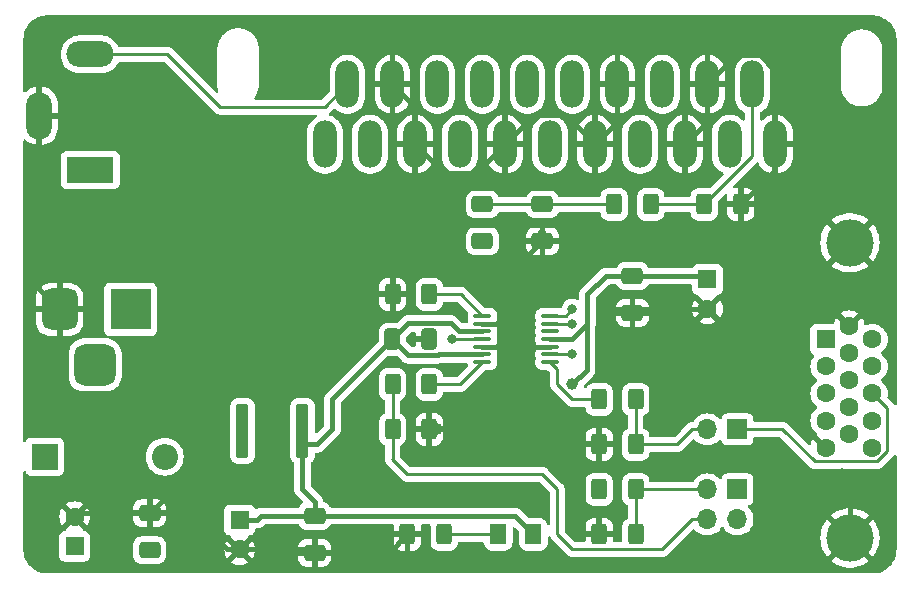
<source format=gbr>
%TF.GenerationSoftware,KiCad,Pcbnew,7.0.8*%
%TF.CreationDate,2023-10-25T20:50:04+02:00*%
%TF.ProjectId,SCART_syncSplitter,53434152-545f-4737-996e-6353706c6974,rev?*%
%TF.SameCoordinates,Original*%
%TF.FileFunction,Copper,L1,Top*%
%TF.FilePolarity,Positive*%
%FSLAX46Y46*%
G04 Gerber Fmt 4.6, Leading zero omitted, Abs format (unit mm)*
G04 Created by KiCad (PCBNEW 7.0.8) date 2023-10-25 20:50:04*
%MOMM*%
%LPD*%
G01*
G04 APERTURE LIST*
G04 Aperture macros list*
%AMRoundRect*
0 Rectangle with rounded corners*
0 $1 Rounding radius*
0 $2 $3 $4 $5 $6 $7 $8 $9 X,Y pos of 4 corners*
0 Add a 4 corners polygon primitive as box body*
4,1,4,$2,$3,$4,$5,$6,$7,$8,$9,$2,$3,0*
0 Add four circle primitives for the rounded corners*
1,1,$1+$1,$2,$3*
1,1,$1+$1,$4,$5*
1,1,$1+$1,$6,$7*
1,1,$1+$1,$8,$9*
0 Add four rect primitives between the rounded corners*
20,1,$1+$1,$2,$3,$4,$5,0*
20,1,$1+$1,$4,$5,$6,$7,0*
20,1,$1+$1,$6,$7,$8,$9,0*
20,1,$1+$1,$8,$9,$2,$3,0*%
G04 Aperture macros list end*
%TA.AperFunction,ComponentPad*%
%ADD10R,2.200000X2.200000*%
%TD*%
%TA.AperFunction,ComponentPad*%
%ADD11O,2.200000X2.200000*%
%TD*%
%TA.AperFunction,SMDPad,CuDef*%
%ADD12RoundRect,0.250000X-0.400000X-0.625000X0.400000X-0.625000X0.400000X0.625000X-0.400000X0.625000X0*%
%TD*%
%TA.AperFunction,SMDPad,CuDef*%
%ADD13RoundRect,0.250000X0.400000X0.625000X-0.400000X0.625000X-0.400000X-0.625000X0.400000X-0.625000X0*%
%TD*%
%TA.AperFunction,ComponentPad*%
%ADD14O,4.000000X2.200000*%
%TD*%
%TA.AperFunction,ComponentPad*%
%ADD15O,2.200000X4.000000*%
%TD*%
%TA.AperFunction,ComponentPad*%
%ADD16R,4.000000X2.200000*%
%TD*%
%TA.AperFunction,ComponentPad*%
%ADD17R,3.500000X3.500000*%
%TD*%
%TA.AperFunction,ComponentPad*%
%ADD18RoundRect,0.750000X-0.750000X-1.000000X0.750000X-1.000000X0.750000X1.000000X-0.750000X1.000000X0*%
%TD*%
%TA.AperFunction,ComponentPad*%
%ADD19RoundRect,0.875000X-0.875000X-0.875000X0.875000X-0.875000X0.875000X0.875000X-0.875000X0.875000X0*%
%TD*%
%TA.AperFunction,ComponentPad*%
%ADD20R,1.600000X1.600000*%
%TD*%
%TA.AperFunction,ComponentPad*%
%ADD21C,1.600000*%
%TD*%
%TA.AperFunction,SMDPad,CuDef*%
%ADD22RoundRect,0.100000X-0.637500X-0.100000X0.637500X-0.100000X0.637500X0.100000X-0.637500X0.100000X0*%
%TD*%
%TA.AperFunction,SMDPad,CuDef*%
%ADD23RoundRect,0.250000X0.650000X-0.412500X0.650000X0.412500X-0.650000X0.412500X-0.650000X-0.412500X0*%
%TD*%
%TA.AperFunction,SMDPad,CuDef*%
%ADD24RoundRect,0.250000X-0.412500X-0.650000X0.412500X-0.650000X0.412500X0.650000X-0.412500X0.650000X0*%
%TD*%
%TA.AperFunction,SMDPad,CuDef*%
%ADD25RoundRect,0.250000X-0.650000X0.412500X-0.650000X-0.412500X0.650000X-0.412500X0.650000X0.412500X0*%
%TD*%
%TA.AperFunction,SMDPad,CuDef*%
%ADD26RoundRect,0.250001X-0.462499X-0.624999X0.462499X-0.624999X0.462499X0.624999X-0.462499X0.624999X0*%
%TD*%
%TA.AperFunction,ComponentPad*%
%ADD27O,2.000000X4.000000*%
%TD*%
%TA.AperFunction,ComponentPad*%
%ADD28C,4.000000*%
%TD*%
%TA.AperFunction,ComponentPad*%
%ADD29R,1.700000X1.700000*%
%TD*%
%TA.AperFunction,ComponentPad*%
%ADD30O,1.700000X1.700000*%
%TD*%
%TA.AperFunction,SMDPad,CuDef*%
%ADD31RoundRect,0.250000X0.300000X-2.050000X0.300000X2.050000X-0.300000X2.050000X-0.300000X-2.050000X0*%
%TD*%
%TA.AperFunction,SMDPad,CuDef*%
%ADD32RoundRect,0.250000X2.375000X-2.025000X2.375000X2.025000X-2.375000X2.025000X-2.375000X-2.025000X0*%
%TD*%
%TA.AperFunction,SMDPad,CuDef*%
%ADD33RoundRect,0.250002X5.149998X-4.449998X5.149998X4.449998X-5.149998X4.449998X-5.149998X-4.449998X0*%
%TD*%
%TA.AperFunction,ViaPad*%
%ADD34C,0.800000*%
%TD*%
%TA.AperFunction,ViaPad*%
%ADD35C,1.000000*%
%TD*%
%TA.AperFunction,Conductor*%
%ADD36C,0.250000*%
%TD*%
%TA.AperFunction,Conductor*%
%ADD37C,0.400000*%
%TD*%
G04 APERTURE END LIST*
D10*
%TO.P,D1,1,K*%
%TO.N,Net-(D1-K)*%
X51835000Y-56920000D03*
D11*
%TO.P,D1,2,A*%
%TO.N,Net-(D1-A)*%
X61995000Y-56920000D03*
%TD*%
D12*
%TO.P,R4,1*%
%TO.N,Net-(U1-CSync)*%
X98780000Y-59690000D03*
%TO.P,R4,2*%
%TO.N,/CSync_OUT*%
X101880000Y-59690000D03*
%TD*%
D13*
%TO.P,R2,1*%
%TO.N,/COMPOSITE_IN*%
X103150000Y-35560000D03*
%TO.P,R2,2*%
%TO.N,Net-(C1-Pad1)*%
X100050000Y-35560000D03*
%TD*%
%TO.P,R8,1*%
%TO.N,Net-(U1-HSync)*%
X84392500Y-50800000D03*
%TO.P,R8,2*%
%TO.N,/HSync_OUT*%
X81292500Y-50800000D03*
%TD*%
D14*
%TO.P,J5,R*%
%TO.N,/AUDIO_R*%
X55700000Y-22860000D03*
D15*
%TO.P,J5,S*%
%TO.N,GND*%
X51390000Y-28060000D03*
D16*
%TO.P,J5,T*%
%TO.N,/AUDIO_L*%
X55700000Y-32660000D03*
%TD*%
D17*
%TO.P,J3,1*%
%TO.N,Net-(D1-A)*%
X59105000Y-44450000D03*
D18*
%TO.P,J3,2*%
%TO.N,GND*%
X53105000Y-44450000D03*
D19*
%TO.P,J3,3*%
%TO.N,N/C*%
X56105000Y-49150000D03*
%TD*%
D20*
%TO.P,C9,1*%
%TO.N,Net-(D1-K)*%
X54375000Y-64500000D03*
D21*
%TO.P,C9,2*%
%TO.N,GND*%
X54375000Y-62000000D03*
%TD*%
D22*
%TO.P,U1,1,Rext*%
%TO.N,Net-(U1-Rext)*%
X88900000Y-45010000D03*
%TO.P,U1,2,GND*%
%TO.N,GND*%
X88900000Y-45660000D03*
%TO.P,U1,3,Vcc1*%
%TO.N,VCC*%
X88900000Y-46310000D03*
%TO.P,U1,4,Vin*%
%TO.N,/FILT_COMPOSITE*%
X88900000Y-46960000D03*
%TO.P,U1,5,GND*%
%TO.N,GND*%
X88900000Y-47610000D03*
%TO.P,U1,6,Vcc2*%
%TO.N,VCC*%
X88900000Y-48260000D03*
%TO.P,U1,7,HSync*%
%TO.N,Net-(U1-HSync)*%
X88900000Y-48910000D03*
%TO.P,U1,8,VSync*%
%TO.N,Net-(U1-VSync)*%
X94625000Y-48910000D03*
%TO.P,U1,9,VF*%
%TO.N,Net-(U1-VF)*%
X94625000Y-48260000D03*
%TO.P,U1,10,GND*%
%TO.N,GND*%
X94625000Y-47610000D03*
%TO.P,U1,11,Vcc3*%
%TO.N,VCC*%
X94625000Y-46960000D03*
%TO.P,U1,12,CSync*%
%TO.N,Net-(U1-CSync)*%
X94625000Y-46310000D03*
%TO.P,U1,13,BP*%
%TO.N,Net-(U1-BP)*%
X94625000Y-45660000D03*
%TO.P,U1,14,OE*%
%TO.N,Net-(U1-OE)*%
X94625000Y-45010000D03*
%TD*%
D13*
%TO.P,R9,1*%
%TO.N,GND*%
X84392500Y-54610000D03*
%TO.P,R9,2*%
%TO.N,/HSync_OUT*%
X81292500Y-54610000D03*
%TD*%
D23*
%TO.P,C7,1*%
%TO.N,Net-(D1-K)*%
X60725000Y-64832500D03*
%TO.P,C7,2*%
%TO.N,GND*%
X60725000Y-61707500D03*
%TD*%
D24*
%TO.P,C3,1*%
%TO.N,VCC*%
X81280000Y-46990000D03*
%TO.P,C3,2*%
%TO.N,GND*%
X84405000Y-46990000D03*
%TD*%
D25*
%TO.P,C6,1*%
%TO.N,VCC*%
X74695000Y-61937500D03*
%TO.P,C6,2*%
%TO.N,GND*%
X74695000Y-65062500D03*
%TD*%
D12*
%TO.P,R7,1*%
%TO.N,GND*%
X98780000Y-55880000D03*
%TO.P,R7,2*%
%TO.N,/VSync_OUT*%
X101880000Y-55880000D03*
%TD*%
D20*
%TO.P,C8,1*%
%TO.N,VCC*%
X68345000Y-62270000D03*
D21*
%TO.P,C8,2*%
%TO.N,GND*%
X68345000Y-64770000D03*
%TD*%
D26*
%TO.P,D2,1,K*%
%TO.N,Net-(D2-K)*%
X90232500Y-63500000D03*
%TO.P,D2,2,A*%
%TO.N,VCC*%
X93207500Y-63500000D03*
%TD*%
D27*
%TO.P,J1,1,P1*%
%TO.N,unconnected-(J1-P1-Pad1)*%
X75565000Y-30480000D03*
%TO.P,J1,2,P2*%
%TO.N,/AUDIO_R*%
X77470000Y-25400000D03*
%TO.P,J1,3,P3*%
%TO.N,unconnected-(J1-P3-Pad3)*%
X79375000Y-30480000D03*
%TO.P,J1,4,P4*%
%TO.N,GND*%
X81280000Y-25400000D03*
%TO.P,J1,5,P5*%
X83185000Y-30480000D03*
%TO.P,J1,6,P6*%
%TO.N,/AUDIO_L*%
X85090000Y-25400000D03*
%TO.P,J1,7,P7*%
%TO.N,/S_BLUE*%
X86995000Y-30480000D03*
%TO.P,J1,8,P8*%
%TO.N,unconnected-(J1-P8-Pad8)*%
X88900000Y-25400000D03*
%TO.P,J1,9,P9*%
%TO.N,GND*%
X90805000Y-30480000D03*
%TO.P,J1,10,P10*%
%TO.N,unconnected-(J1-P10-Pad10)*%
X92710000Y-25400000D03*
%TO.P,J1,11,P11*%
%TO.N,/S_GREEN*%
X94615000Y-30480000D03*
%TO.P,J1,12,P12*%
%TO.N,unconnected-(J1-P12-Pad12)*%
X96520000Y-25400000D03*
%TO.P,J1,13,P13*%
%TO.N,GND*%
X98425000Y-30480000D03*
%TO.P,J1,14,P14*%
X100330000Y-25400000D03*
%TO.P,J1,15,P15*%
%TO.N,/S_RED*%
X102235000Y-30480000D03*
%TO.P,J1,16,P16*%
%TO.N,unconnected-(J1-P16-Pad16)*%
X104140000Y-25400000D03*
%TO.P,J1,17,P17*%
%TO.N,GND*%
X106045000Y-30480000D03*
%TO.P,J1,18,P18*%
X107950000Y-25400000D03*
%TO.P,J1,19,P19*%
%TO.N,unconnected-(J1-P19-Pad19)*%
X109855000Y-30480000D03*
%TO.P,J1,20,P20*%
%TO.N,/COMPOSITE_IN*%
X111760000Y-25400000D03*
%TO.P,J1,21,P21*%
%TO.N,GND*%
X113665000Y-30480000D03*
%TD*%
D12*
%TO.P,R5,1*%
%TO.N,GND*%
X98780000Y-63500000D03*
%TO.P,R5,2*%
%TO.N,/CSync_OUT*%
X101880000Y-63500000D03*
%TD*%
D28*
%TO.P,J2,0*%
%TO.N,GND*%
X120010000Y-63805000D03*
X120010000Y-38805000D03*
D20*
%TO.P,J2,1*%
%TO.N,/S_RED*%
X117960000Y-46990000D03*
D21*
%TO.P,J2,2*%
%TO.N,/S_GREEN*%
X117960000Y-49280000D03*
%TO.P,J2,3*%
%TO.N,/S_BLUE*%
X117960000Y-51570000D03*
%TO.P,J2,4*%
%TO.N,unconnected-(J2-Pad4)*%
X117960000Y-53860000D03*
%TO.P,J2,5*%
%TO.N,GND*%
X117960000Y-56150000D03*
%TO.P,J2,6*%
X119940000Y-45845000D03*
%TO.P,J2,7*%
X119940000Y-48135000D03*
%TO.P,J2,8*%
X119940000Y-50425000D03*
%TO.P,J2,9*%
%TO.N,Net-(JP2-B)*%
X119940000Y-52715000D03*
%TO.P,J2,10*%
%TO.N,GND*%
X119940000Y-55005000D03*
%TO.P,J2,11*%
%TO.N,unconnected-(J2-Pad11)*%
X121920000Y-46990000D03*
%TO.P,J2,12*%
%TO.N,unconnected-(J2-Pad12)*%
X121920000Y-49280000D03*
%TO.P,J2,13*%
%TO.N,Net-(JP1-A)*%
X121920000Y-51570000D03*
%TO.P,J2,14*%
%TO.N,Net-(J4-Pin_1)*%
X121920000Y-53860000D03*
%TO.P,J2,15*%
%TO.N,unconnected-(J2-Pad15)*%
X121920000Y-56150000D03*
%TD*%
D25*
%TO.P,C2,1*%
%TO.N,Net-(C1-Pad1)*%
X88900000Y-35560000D03*
%TO.P,C2,2*%
%TO.N,/FILT_COMPOSITE*%
X88900000Y-38685000D03*
%TD*%
D12*
%TO.P,R3,1*%
%TO.N,GND*%
X81292500Y-43180000D03*
%TO.P,R3,2*%
%TO.N,Net-(U1-Rext)*%
X84392500Y-43180000D03*
%TD*%
D20*
%TO.P,C5,1*%
%TO.N,VCC*%
X107950000Y-41910000D03*
D21*
%TO.P,C5,2*%
%TO.N,GND*%
X107950000Y-44410000D03*
%TD*%
D12*
%TO.P,R10,1*%
%TO.N,GND*%
X82550000Y-63500000D03*
%TO.P,R10,2*%
%TO.N,Net-(D2-K)*%
X85650000Y-63500000D03*
%TD*%
D29*
%TO.P,JP1,1,A*%
%TO.N,Net-(JP1-A)*%
X110490000Y-54610000D03*
D30*
%TO.P,JP1,2,B*%
%TO.N,/VSync_OUT*%
X107950000Y-54610000D03*
%TD*%
D31*
%TO.P,U2,1,IN*%
%TO.N,Net-(D1-K)*%
X68580000Y-54755000D03*
%TO.P,U2,2,GND*%
%TO.N,GND*%
X71120000Y-54755000D03*
D32*
X68345000Y-48030000D03*
X73895000Y-48030000D03*
D33*
X71120000Y-45605000D03*
D32*
X68345000Y-43180000D03*
X73895000Y-43180000D03*
D31*
%TO.P,U2,3,OUT*%
%TO.N,VCC*%
X73660000Y-54755000D03*
%TD*%
D12*
%TO.P,R1,1*%
%TO.N,/COMPOSITE_IN*%
X107670000Y-35560000D03*
%TO.P,R1,2*%
%TO.N,GND*%
X110770000Y-35560000D03*
%TD*%
%TO.P,R6,1*%
%TO.N,Net-(U1-VSync)*%
X98780000Y-52070000D03*
%TO.P,R6,2*%
%TO.N,/VSync_OUT*%
X101880000Y-52070000D03*
%TD*%
D25*
%TO.P,C1,1*%
%TO.N,Net-(C1-Pad1)*%
X93980000Y-35560000D03*
%TO.P,C1,2*%
%TO.N,GND*%
X93980000Y-38685000D03*
%TD*%
D23*
%TO.P,C4,1*%
%TO.N,GND*%
X101600000Y-44742500D03*
%TO.P,C4,2*%
%TO.N,VCC*%
X101600000Y-41617500D03*
%TD*%
D29*
%TO.P,J4,1,Pin_1*%
%TO.N,Net-(J4-Pin_1)*%
X110490000Y-59690000D03*
D30*
%TO.P,J4,2,Pin_2*%
X110490000Y-62230000D03*
%TO.P,J4,3,Pin_3*%
%TO.N,/CSync_OUT*%
X107950000Y-59690000D03*
%TO.P,J4,4,Pin_4*%
%TO.N,/HSync_OUT*%
X107950000Y-62230000D03*
%TD*%
D34*
%TO.N,GND*%
X74930000Y-48260000D03*
X81280000Y-43180000D03*
X74930000Y-41910000D03*
X67310000Y-48260000D03*
X67310000Y-41910000D03*
D35*
X119380000Y-58420000D03*
D34*
X99060000Y-55880000D03*
D35*
X85090000Y-54610000D03*
D34*
X93980000Y-38100000D03*
X99060000Y-63500000D03*
D35*
X84405000Y-46990000D03*
X99060000Y-44450000D03*
X91440000Y-46990000D03*
X110770000Y-35560000D03*
D34*
%TO.N,/FILT_COMPOSITE*%
X88900000Y-38685000D03*
X86360000Y-46990000D03*
%TO.N,VCC*%
X73660000Y-55880000D03*
D35*
X96520000Y-50800000D03*
D34*
%TO.N,Net-(D1-K)*%
X60960000Y-64770000D03*
X68580000Y-54610000D03*
%TO.N,Net-(U1-OE)*%
X96520000Y-44450000D03*
%TO.N,Net-(U1-BP)*%
X96520000Y-45720000D03*
%TO.N,Net-(U1-VF)*%
X96520000Y-48260000D03*
%TD*%
D36*
%TO.N,Net-(C1-Pad1)*%
X93980000Y-35560000D02*
X100050000Y-35560000D01*
X88900000Y-35560000D02*
X93980000Y-35560000D01*
D37*
%TO.N,GND*%
X71120000Y-54755000D02*
X71120000Y-57055000D01*
X91440000Y-46990000D02*
X91440000Y-52070000D01*
X107950000Y-44410000D02*
X101932500Y-44410000D01*
X101600000Y-21590000D02*
X100330000Y-22860000D01*
X90110000Y-45660000D02*
X91440000Y-46990000D01*
X54667500Y-61707500D02*
X54375000Y-62000000D01*
X112361440Y-22951283D02*
X110398717Y-22951283D01*
X92060000Y-47610000D02*
X94625000Y-47610000D01*
X91440000Y-41225000D02*
X91440000Y-46990000D01*
X113665000Y-30480000D02*
X113665000Y-24254843D01*
X107950000Y-28575000D02*
X106045000Y-30480000D01*
X71120000Y-57055000D02*
X68485000Y-59690000D01*
X74402500Y-64770000D02*
X74695000Y-65062500D01*
X66040000Y-59690000D02*
X62742500Y-59690000D01*
X113665000Y-30480000D02*
X113665000Y-32665000D01*
X68485000Y-59690000D02*
X66040000Y-59690000D01*
X60725000Y-61707500D02*
X54667500Y-61707500D01*
X67310000Y-64770000D02*
X66040000Y-63500000D01*
X51390000Y-42735000D02*
X53105000Y-44450000D01*
X74695000Y-65062500D02*
X80987500Y-65062500D01*
X84392500Y-54610000D02*
X85090000Y-54610000D01*
X106680000Y-21590000D02*
X101600000Y-21590000D01*
X80987500Y-65062500D02*
X82550000Y-63500000D01*
X100330000Y-28575000D02*
X98425000Y-30480000D01*
X68345000Y-64770000D02*
X67310000Y-64770000D01*
X100330000Y-22860000D02*
X100330000Y-25400000D01*
X83185000Y-27305000D02*
X81280000Y-25400000D01*
X99060000Y-44450000D02*
X101307500Y-44450000D01*
X113665000Y-32665000D02*
X110770000Y-35560000D01*
X88900000Y-47610000D02*
X90820000Y-47610000D01*
X101932500Y-44410000D02*
X101600000Y-44742500D01*
X110398717Y-22951283D02*
X107950000Y-25400000D01*
X101307500Y-44450000D02*
X101600000Y-44742500D01*
X66040000Y-63500000D02*
X66040000Y-59690000D01*
X51390000Y-28060000D02*
X51390000Y-42735000D01*
X113665000Y-24254843D02*
X112361440Y-22951283D01*
X86360000Y-40640000D02*
X90855000Y-40640000D01*
X62742500Y-59690000D02*
X60725000Y-61707500D01*
X107950000Y-25400000D02*
X107950000Y-28575000D01*
X88356283Y-32928717D02*
X85633717Y-32928717D01*
X107950000Y-25400000D02*
X107950000Y-22860000D01*
X91440000Y-46990000D02*
X92060000Y-47610000D01*
X91440000Y-52070000D02*
X95250000Y-55880000D01*
X93980000Y-38685000D02*
X91440000Y-41225000D01*
X85633717Y-32928717D02*
X85633717Y-39913717D01*
X68345000Y-64770000D02*
X74402500Y-64770000D01*
X95976283Y-28031283D02*
X98425000Y-30480000D01*
X107950000Y-22860000D02*
X106680000Y-21590000D01*
X85633717Y-32928717D02*
X83185000Y-30480000D01*
X116765000Y-35560000D02*
X110770000Y-35560000D01*
X85633717Y-39913717D02*
X86360000Y-40640000D01*
X95250000Y-55880000D02*
X98780000Y-55880000D01*
X93253717Y-28031283D02*
X95976283Y-28031283D01*
X90805000Y-30480000D02*
X88356283Y-32928717D01*
X90855000Y-40640000D02*
X91440000Y-41225000D01*
X83185000Y-30480000D02*
X83185000Y-27305000D01*
X88900000Y-45660000D02*
X90110000Y-45660000D01*
X119380000Y-58420000D02*
X120010000Y-59050000D01*
X90805000Y-30480000D02*
X93253717Y-28031283D01*
X120010000Y-38805000D02*
X116765000Y-35560000D01*
X90820000Y-47610000D02*
X91440000Y-46990000D01*
X120010000Y-59050000D02*
X120010000Y-63805000D01*
X71120000Y-54755000D02*
X71120000Y-45605000D01*
X100330000Y-25400000D02*
X100330000Y-28575000D01*
D36*
%TO.N,/FILT_COMPOSITE*%
X86390000Y-46960000D02*
X88900000Y-46960000D01*
X86360000Y-46990000D02*
X86390000Y-46960000D01*
D37*
%TO.N,VCC*%
X74695000Y-60725000D02*
X73660000Y-59690000D01*
X88900000Y-46310000D02*
X86882082Y-46310000D01*
X70142500Y-61937500D02*
X74695000Y-61937500D01*
X101600000Y-41617500D02*
X107657500Y-41617500D01*
X85187450Y-48260000D02*
X85107450Y-48340000D01*
X86212082Y-45640000D02*
X82630000Y-45640000D01*
X97790000Y-45652082D02*
X97790000Y-43180000D01*
X74695000Y-61937500D02*
X91645000Y-61937500D01*
X82630000Y-45640000D02*
X81280000Y-46990000D01*
X94625000Y-46960000D02*
X96482082Y-46960000D01*
X97756041Y-45686041D02*
X97790000Y-45652082D01*
X76200000Y-52070000D02*
X76200000Y-54610000D01*
X96482082Y-46960000D02*
X97756041Y-45686041D01*
X68345000Y-62270000D02*
X69810000Y-62270000D01*
X82630000Y-48340000D02*
X81280000Y-46990000D01*
X86882082Y-46310000D02*
X86212082Y-45640000D01*
X81280000Y-46990000D02*
X76200000Y-52070000D01*
X88900000Y-48260000D02*
X85187450Y-48260000D01*
X74930000Y-55880000D02*
X73660000Y-55880000D01*
X85107450Y-48340000D02*
X82630000Y-48340000D01*
X97790000Y-43180000D02*
X99352500Y-41617500D01*
X97756041Y-45686041D02*
X97756041Y-49563959D01*
X76200000Y-54610000D02*
X74930000Y-55880000D01*
X99352500Y-41617500D02*
X101600000Y-41617500D01*
X73660000Y-59690000D02*
X73660000Y-54755000D01*
X74695000Y-61937500D02*
X74695000Y-60725000D01*
X69810000Y-62270000D02*
X70142500Y-61937500D01*
X97756041Y-49563959D02*
X96520000Y-50800000D01*
X91645000Y-61937500D02*
X93207500Y-63500000D01*
X107657500Y-41617500D02*
X107950000Y-41910000D01*
D36*
%TO.N,/COMPOSITE_IN*%
X111760000Y-31470000D02*
X111760000Y-25400000D01*
X103150000Y-35560000D02*
X107670000Y-35560000D01*
X107670000Y-35560000D02*
X111760000Y-31470000D01*
%TO.N,/AUDIO_R*%
X62230000Y-22860000D02*
X55700000Y-22860000D01*
X77470000Y-25400000D02*
X75545000Y-27325000D01*
X66695000Y-27325000D02*
X62230000Y-22860000D01*
X75545000Y-27325000D02*
X66695000Y-27325000D01*
%TO.N,Net-(JP1-A)*%
X117015000Y-57325000D02*
X122328878Y-57325000D01*
X114300000Y-54610000D02*
X117015000Y-57325000D01*
X123190000Y-52840000D02*
X121920000Y-51570000D01*
X122328878Y-57325000D02*
X123190000Y-56463878D01*
X110490000Y-54610000D02*
X114300000Y-54610000D01*
X123190000Y-56463878D02*
X123190000Y-52840000D01*
%TO.N,/CSync_OUT*%
X101880000Y-59690000D02*
X101880000Y-63500000D01*
X107950000Y-59690000D02*
X101880000Y-59690000D01*
%TO.N,/HSync_OUT*%
X81292500Y-50800000D02*
X81292500Y-54610000D01*
X81280000Y-57150000D02*
X81292500Y-57137500D01*
X107950000Y-62230000D02*
X106680000Y-62230000D01*
X96520000Y-64770000D02*
X95250000Y-63500000D01*
X95250000Y-59690000D02*
X93980000Y-58420000D01*
X106680000Y-62230000D02*
X104140000Y-64770000D01*
X104140000Y-64770000D02*
X96520000Y-64770000D01*
X95250000Y-63500000D02*
X95250000Y-59690000D01*
X81292500Y-57137500D02*
X81292500Y-54610000D01*
X93980000Y-58420000D02*
X82550000Y-58420000D01*
X82550000Y-58420000D02*
X81280000Y-57150000D01*
%TO.N,/VSync_OUT*%
X101880000Y-55880000D02*
X105410000Y-55880000D01*
X106680000Y-54610000D02*
X107950000Y-54610000D01*
X105410000Y-55880000D02*
X106680000Y-54610000D01*
X101880000Y-52070000D02*
X101880000Y-55880000D01*
%TO.N,Net-(U1-Rext)*%
X88900000Y-45010000D02*
X87070000Y-43180000D01*
X87070000Y-43180000D02*
X84392500Y-43180000D01*
%TO.N,Net-(U1-VSync)*%
X94625000Y-48910000D02*
X95250000Y-49535000D01*
X95250000Y-49535000D02*
X95250000Y-50800000D01*
X96520000Y-52070000D02*
X98780000Y-52070000D01*
X95250000Y-50800000D02*
X96520000Y-52070000D01*
%TO.N,Net-(U1-HSync)*%
X87010000Y-50800000D02*
X84392500Y-50800000D01*
X88900000Y-48910000D02*
X87010000Y-50800000D01*
%TO.N,Net-(U1-OE)*%
X94625000Y-45010000D02*
X95960000Y-45010000D01*
X95960000Y-45010000D02*
X96520000Y-44450000D01*
%TO.N,Net-(U1-BP)*%
X94625000Y-45660000D02*
X96460000Y-45660000D01*
X96460000Y-45660000D02*
X96520000Y-45720000D01*
%TO.N,Net-(U1-VF)*%
X94625000Y-48260000D02*
X96520000Y-48260000D01*
%TO.N,Net-(D2-K)*%
X85650000Y-63500000D02*
X90232500Y-63500000D01*
%TD*%
%TA.AperFunction,Conductor*%
%TO.N,GND*%
G36*
X83185539Y-46360185D02*
G01*
X83231294Y-46412989D01*
X83242500Y-46464500D01*
X83242500Y-46740000D01*
X84531000Y-46740000D01*
X84598039Y-46759685D01*
X84643794Y-46812489D01*
X84655000Y-46864000D01*
X84655000Y-47116000D01*
X84635315Y-47183039D01*
X84582511Y-47228794D01*
X84531000Y-47240000D01*
X83242501Y-47240000D01*
X83242501Y-47515500D01*
X83222816Y-47582539D01*
X83170012Y-47628294D01*
X83118501Y-47639500D01*
X82971519Y-47639500D01*
X82904480Y-47619815D01*
X82883838Y-47603181D01*
X82479318Y-47198661D01*
X82445833Y-47137338D01*
X82442999Y-47110980D01*
X82442999Y-46869019D01*
X82462684Y-46801980D01*
X82479318Y-46781338D01*
X82883838Y-46376819D01*
X82945161Y-46343334D01*
X82971519Y-46340500D01*
X83118500Y-46340500D01*
X83185539Y-46360185D01*
G37*
%TD.AperFunction*%
%TA.AperFunction,Conductor*%
G36*
X121922018Y-19550633D02*
G01*
X122108581Y-19562860D01*
X122182158Y-19567682D01*
X122190191Y-19568740D01*
X122427754Y-19615994D01*
X122443869Y-19619200D01*
X122451712Y-19621301D01*
X122696644Y-19704444D01*
X122704118Y-19707540D01*
X122936107Y-19821944D01*
X122943129Y-19825999D01*
X123158191Y-19969699D01*
X123164627Y-19974638D01*
X123359085Y-20145174D01*
X123364825Y-20150914D01*
X123535361Y-20345372D01*
X123540304Y-20351813D01*
X123683999Y-20566868D01*
X123688057Y-20573897D01*
X123796814Y-20794435D01*
X123802453Y-20805868D01*
X123805557Y-20813363D01*
X123828101Y-20879774D01*
X123888698Y-21058288D01*
X123890799Y-21066130D01*
X123941257Y-21319795D01*
X123942317Y-21327844D01*
X123959367Y-21587981D01*
X123959500Y-21592037D01*
X123959500Y-52453328D01*
X123939815Y-52520367D01*
X123887011Y-52566122D01*
X123817853Y-52576066D01*
X123754297Y-52547041D01*
X123735183Y-52526215D01*
X123715099Y-52498572D01*
X123711890Y-52493687D01*
X123688172Y-52453582D01*
X123688163Y-52453571D01*
X123674005Y-52439413D01*
X123661370Y-52424620D01*
X123649593Y-52408412D01*
X123613693Y-52378713D01*
X123609381Y-52374790D01*
X123219413Y-51984822D01*
X123185928Y-51923499D01*
X123187319Y-51865048D01*
X123188653Y-51860068D01*
X123205635Y-51796692D01*
X123225468Y-51570000D01*
X123205635Y-51343308D01*
X123147318Y-51125666D01*
X123146741Y-51123511D01*
X123146738Y-51123502D01*
X123091781Y-51005647D01*
X123050568Y-50917266D01*
X122920047Y-50730861D01*
X122920045Y-50730858D01*
X122759142Y-50569955D01*
X122748079Y-50562208D01*
X122697188Y-50526574D01*
X122653563Y-50471999D01*
X122646369Y-50402501D01*
X122677891Y-50340146D01*
X122697188Y-50323425D01*
X122759139Y-50280047D01*
X122920047Y-50119139D01*
X123050568Y-49932734D01*
X123146739Y-49726496D01*
X123205635Y-49506692D01*
X123225468Y-49280000D01*
X123205635Y-49053308D01*
X123146739Y-48833504D01*
X123050568Y-48627266D01*
X122920047Y-48440861D01*
X122920046Y-48440860D01*
X122920045Y-48440858D01*
X122759142Y-48279955D01*
X122699290Y-48238047D01*
X122697188Y-48236574D01*
X122653563Y-48181999D01*
X122646369Y-48112501D01*
X122677891Y-48050146D01*
X122697186Y-48033426D01*
X122759139Y-47990047D01*
X122920047Y-47829139D01*
X123050568Y-47642734D01*
X123146739Y-47436496D01*
X123205635Y-47216692D01*
X123225468Y-46990000D01*
X123221684Y-46946754D01*
X123217550Y-46899500D01*
X123205635Y-46763308D01*
X123146739Y-46543504D01*
X123050568Y-46337266D01*
X122933895Y-46170638D01*
X122920045Y-46150858D01*
X122759141Y-45989954D01*
X122572734Y-45859432D01*
X122572732Y-45859431D01*
X122366497Y-45763261D01*
X122366488Y-45763258D01*
X122146697Y-45704366D01*
X122146693Y-45704365D01*
X122146692Y-45704365D01*
X122146691Y-45704364D01*
X122146686Y-45704364D01*
X121920002Y-45684532D01*
X121919998Y-45684532D01*
X121693313Y-45704364D01*
X121693302Y-45704366D01*
X121473511Y-45763258D01*
X121473506Y-45763260D01*
X121407550Y-45794016D01*
X121338472Y-45804507D01*
X121274689Y-45775987D01*
X121236450Y-45717510D01*
X121231618Y-45692439D01*
X121225141Y-45618400D01*
X121225139Y-45618389D01*
X121166269Y-45398682D01*
X121166265Y-45398673D01*
X121070133Y-45192516D01*
X121070131Y-45192512D01*
X121019025Y-45119526D01*
X120423076Y-45715474D01*
X120399493Y-45635156D01*
X120321761Y-45514202D01*
X120213100Y-45420048D01*
X120082315Y-45360320D01*
X120072533Y-45358913D01*
X120665472Y-44765974D01*
X120665471Y-44765973D01*
X120592483Y-44714866D01*
X120592481Y-44714865D01*
X120386326Y-44618734D01*
X120386317Y-44618730D01*
X120166610Y-44559860D01*
X120166599Y-44559858D01*
X119940002Y-44540034D01*
X119939998Y-44540034D01*
X119713400Y-44559858D01*
X119713389Y-44559860D01*
X119493682Y-44618730D01*
X119493673Y-44618734D01*
X119287513Y-44714868D01*
X119214527Y-44765972D01*
X119214526Y-44765973D01*
X119807467Y-45358913D01*
X119797685Y-45360320D01*
X119666900Y-45420048D01*
X119558239Y-45514202D01*
X119480507Y-45635156D01*
X119456922Y-45715476D01*
X118860973Y-45119527D01*
X118809868Y-45192513D01*
X118713734Y-45398673D01*
X118713731Y-45398680D01*
X118660432Y-45597594D01*
X118624067Y-45657254D01*
X118561220Y-45687783D01*
X118540657Y-45689500D01*
X117112129Y-45689500D01*
X117112123Y-45689501D01*
X117052516Y-45695908D01*
X116917671Y-45746202D01*
X116917664Y-45746206D01*
X116802455Y-45832452D01*
X116802452Y-45832455D01*
X116716206Y-45947664D01*
X116716202Y-45947671D01*
X116665908Y-46082517D01*
X116659501Y-46142116D01*
X116659500Y-46142135D01*
X116659500Y-47837870D01*
X116659501Y-47837876D01*
X116665908Y-47897483D01*
X116716202Y-48032328D01*
X116716206Y-48032335D01*
X116802452Y-48147544D01*
X116802455Y-48147547D01*
X116917664Y-48233793D01*
X116917675Y-48233799D01*
X116918497Y-48234106D01*
X116919198Y-48234631D01*
X116925454Y-48238047D01*
X116924962Y-48238946D01*
X116974431Y-48275977D01*
X116998847Y-48341442D01*
X116983995Y-48409715D01*
X116962851Y-48437962D01*
X116959953Y-48440860D01*
X116829432Y-48627265D01*
X116829431Y-48627267D01*
X116733261Y-48833502D01*
X116733258Y-48833511D01*
X116674366Y-49053302D01*
X116674364Y-49053313D01*
X116654532Y-49279998D01*
X116654532Y-49280001D01*
X116674364Y-49506686D01*
X116674366Y-49506697D01*
X116733258Y-49726488D01*
X116733261Y-49726497D01*
X116829431Y-49932732D01*
X116829432Y-49932734D01*
X116959954Y-50119141D01*
X117120859Y-50280046D01*
X117182811Y-50323425D01*
X117226436Y-50378002D01*
X117233630Y-50447500D01*
X117202107Y-50509855D01*
X117182811Y-50526575D01*
X117120859Y-50569953D01*
X116959954Y-50730858D01*
X116829432Y-50917265D01*
X116829431Y-50917267D01*
X116733261Y-51123502D01*
X116733258Y-51123511D01*
X116674366Y-51343302D01*
X116674364Y-51343313D01*
X116654532Y-51569998D01*
X116654532Y-51570001D01*
X116674364Y-51796686D01*
X116674366Y-51796697D01*
X116733258Y-52016488D01*
X116733261Y-52016497D01*
X116829431Y-52222732D01*
X116829432Y-52222734D01*
X116959954Y-52409141D01*
X117120859Y-52570046D01*
X117182811Y-52613425D01*
X117226436Y-52668002D01*
X117233630Y-52737500D01*
X117202107Y-52799855D01*
X117182811Y-52816575D01*
X117120859Y-52859953D01*
X116959954Y-53020858D01*
X116829432Y-53207265D01*
X116829431Y-53207267D01*
X116733261Y-53413502D01*
X116733258Y-53413511D01*
X116674366Y-53633302D01*
X116674364Y-53633313D01*
X116654532Y-53859998D01*
X116654532Y-53860001D01*
X116674364Y-54086686D01*
X116674366Y-54086697D01*
X116733258Y-54306488D01*
X116733261Y-54306497D01*
X116829431Y-54512732D01*
X116829432Y-54512734D01*
X116959954Y-54699141D01*
X117120858Y-54860045D01*
X117186709Y-54906154D01*
X117230334Y-54960730D01*
X117239114Y-55018536D01*
X117234526Y-55070972D01*
X117827467Y-55663913D01*
X117817685Y-55665320D01*
X117686900Y-55725048D01*
X117578239Y-55819202D01*
X117500507Y-55940156D01*
X117476922Y-56020476D01*
X116880973Y-55424527D01*
X116829868Y-55497513D01*
X116733734Y-55703673D01*
X116733731Y-55703680D01*
X116693068Y-55855435D01*
X116656702Y-55915095D01*
X116593855Y-55945624D01*
X116524480Y-55937329D01*
X116485612Y-55911022D01*
X116032078Y-55457488D01*
X114800803Y-54226212D01*
X114790980Y-54213950D01*
X114790759Y-54214134D01*
X114785786Y-54208123D01*
X114767159Y-54190631D01*
X114735364Y-54160773D01*
X114724919Y-54150328D01*
X114714475Y-54139883D01*
X114708986Y-54135625D01*
X114704561Y-54131847D01*
X114670582Y-54099938D01*
X114670580Y-54099936D01*
X114670577Y-54099935D01*
X114653029Y-54090288D01*
X114636763Y-54079604D01*
X114620933Y-54067325D01*
X114578168Y-54048818D01*
X114572922Y-54046248D01*
X114532093Y-54023803D01*
X114532092Y-54023802D01*
X114512693Y-54018822D01*
X114494281Y-54012518D01*
X114475898Y-54004562D01*
X114475892Y-54004560D01*
X114429874Y-53997272D01*
X114424152Y-53996087D01*
X114379021Y-53984500D01*
X114379019Y-53984500D01*
X114358984Y-53984500D01*
X114339586Y-53982973D01*
X114332162Y-53981797D01*
X114319805Y-53979840D01*
X114319804Y-53979840D01*
X114273416Y-53984225D01*
X114267578Y-53984500D01*
X111964499Y-53984500D01*
X111897460Y-53964815D01*
X111851705Y-53912011D01*
X111840499Y-53860500D01*
X111840499Y-53712129D01*
X111840498Y-53712123D01*
X111834091Y-53652516D01*
X111783797Y-53517671D01*
X111783793Y-53517664D01*
X111697547Y-53402455D01*
X111697544Y-53402452D01*
X111582335Y-53316206D01*
X111582328Y-53316202D01*
X111447482Y-53265908D01*
X111447483Y-53265908D01*
X111387883Y-53259501D01*
X111387881Y-53259500D01*
X111387873Y-53259500D01*
X111387864Y-53259500D01*
X109592129Y-53259500D01*
X109592123Y-53259501D01*
X109532516Y-53265908D01*
X109397671Y-53316202D01*
X109397664Y-53316206D01*
X109282455Y-53402452D01*
X109282452Y-53402455D01*
X109196206Y-53517664D01*
X109196203Y-53517669D01*
X109147189Y-53649083D01*
X109105317Y-53705016D01*
X109039853Y-53729433D01*
X108971580Y-53714581D01*
X108943326Y-53693430D01*
X108821402Y-53571506D01*
X108821395Y-53571501D01*
X108627834Y-53435967D01*
X108627830Y-53435965D01*
X108574093Y-53410907D01*
X108413663Y-53336097D01*
X108413659Y-53336096D01*
X108413655Y-53336094D01*
X108185413Y-53274938D01*
X108185403Y-53274936D01*
X107950001Y-53254341D01*
X107949999Y-53254341D01*
X107714596Y-53274936D01*
X107714586Y-53274938D01*
X107486344Y-53336094D01*
X107486335Y-53336098D01*
X107272171Y-53435964D01*
X107272169Y-53435965D01*
X107078597Y-53571505D01*
X106911505Y-53738597D01*
X106776495Y-53931413D01*
X106721918Y-53975038D01*
X106678825Y-53984228D01*
X106671284Y-53984466D01*
X106670203Y-53984500D01*
X106640650Y-53984500D01*
X106639929Y-53984590D01*
X106633757Y-53985369D01*
X106627945Y-53985826D01*
X106581373Y-53987290D01*
X106581372Y-53987290D01*
X106562129Y-53992881D01*
X106543079Y-53996825D01*
X106523211Y-53999334D01*
X106523209Y-53999335D01*
X106479884Y-54016488D01*
X106474357Y-54018380D01*
X106429610Y-54031381D01*
X106429609Y-54031382D01*
X106412367Y-54041579D01*
X106394899Y-54050137D01*
X106376269Y-54057513D01*
X106376267Y-54057514D01*
X106338576Y-54084898D01*
X106333694Y-54088105D01*
X106293579Y-54111830D01*
X106279408Y-54126000D01*
X106264623Y-54138628D01*
X106248412Y-54150407D01*
X106218709Y-54186310D01*
X106214776Y-54190631D01*
X105688100Y-54717309D01*
X105187228Y-55218181D01*
X105125905Y-55251666D01*
X105099547Y-55254500D01*
X103147535Y-55254500D01*
X103080496Y-55234815D01*
X103034741Y-55182011D01*
X103024177Y-55143102D01*
X103021982Y-55121616D01*
X103019999Y-55102203D01*
X102964814Y-54935666D01*
X102872712Y-54786344D01*
X102748656Y-54662288D01*
X102599334Y-54570186D01*
X102599333Y-54570185D01*
X102599332Y-54570185D01*
X102590493Y-54567256D01*
X102533049Y-54527482D01*
X102506228Y-54462965D01*
X102505500Y-54449551D01*
X102505500Y-53500448D01*
X102525185Y-53433409D01*
X102577989Y-53387654D01*
X102590488Y-53382744D01*
X102599334Y-53379814D01*
X102748656Y-53287712D01*
X102872712Y-53163656D01*
X102964814Y-53014334D01*
X103019999Y-52847797D01*
X103030500Y-52745009D01*
X103030499Y-51394992D01*
X103026910Y-51359862D01*
X103019999Y-51292203D01*
X103019998Y-51292200D01*
X102999912Y-51231586D01*
X102964814Y-51125666D01*
X102872712Y-50976344D01*
X102748656Y-50852288D01*
X102599334Y-50760186D01*
X102432797Y-50705001D01*
X102432795Y-50705000D01*
X102330010Y-50694500D01*
X101429998Y-50694500D01*
X101429980Y-50694501D01*
X101327203Y-50705000D01*
X101327200Y-50705001D01*
X101160668Y-50760185D01*
X101160663Y-50760187D01*
X101011342Y-50852289D01*
X100887289Y-50976342D01*
X100795187Y-51125663D01*
X100795185Y-51125668D01*
X100775615Y-51184727D01*
X100740001Y-51292203D01*
X100740001Y-51292204D01*
X100740000Y-51292204D01*
X100729500Y-51394983D01*
X100729500Y-52745001D01*
X100729501Y-52745018D01*
X100740000Y-52847796D01*
X100740001Y-52847799D01*
X100795185Y-53014331D01*
X100795186Y-53014334D01*
X100887288Y-53163656D01*
X101011344Y-53287712D01*
X101160666Y-53379814D01*
X101169498Y-53382740D01*
X101226944Y-53422508D01*
X101253771Y-53487022D01*
X101254500Y-53500448D01*
X101254500Y-54449551D01*
X101234815Y-54516590D01*
X101182011Y-54562345D01*
X101169507Y-54567256D01*
X101160667Y-54570185D01*
X101011342Y-54662289D01*
X100887289Y-54786342D01*
X100795187Y-54935663D01*
X100795185Y-54935668D01*
X100785194Y-54965819D01*
X100740001Y-55102203D01*
X100740001Y-55102204D01*
X100740000Y-55102204D01*
X100729500Y-55204983D01*
X100729500Y-56555001D01*
X100729501Y-56555018D01*
X100740000Y-56657796D01*
X100740001Y-56657799D01*
X100780046Y-56778645D01*
X100795186Y-56824334D01*
X100887288Y-56973656D01*
X101011344Y-57097712D01*
X101160666Y-57189814D01*
X101327203Y-57244999D01*
X101429991Y-57255500D01*
X102330008Y-57255499D01*
X102330016Y-57255498D01*
X102330019Y-57255498D01*
X102397281Y-57248627D01*
X102432797Y-57244999D01*
X102599334Y-57189814D01*
X102748656Y-57097712D01*
X102872712Y-56973656D01*
X102964814Y-56824334D01*
X103019999Y-56657797D01*
X103024177Y-56616896D01*
X103050573Y-56552207D01*
X103107753Y-56512055D01*
X103147535Y-56505500D01*
X105327257Y-56505500D01*
X105342877Y-56507224D01*
X105342904Y-56506939D01*
X105350660Y-56507671D01*
X105350667Y-56507673D01*
X105419814Y-56505500D01*
X105449350Y-56505500D01*
X105456228Y-56504630D01*
X105462041Y-56504172D01*
X105508627Y-56502709D01*
X105527869Y-56497117D01*
X105546912Y-56493174D01*
X105566792Y-56490664D01*
X105610122Y-56473507D01*
X105615646Y-56471617D01*
X105619396Y-56470527D01*
X105660390Y-56458618D01*
X105677629Y-56448422D01*
X105695103Y-56439862D01*
X105713727Y-56432488D01*
X105713727Y-56432487D01*
X105713732Y-56432486D01*
X105751449Y-56405082D01*
X105756305Y-56401892D01*
X105796420Y-56378170D01*
X105810589Y-56363999D01*
X105825379Y-56351368D01*
X105841587Y-56339594D01*
X105871299Y-56303676D01*
X105875212Y-56299376D01*
X106717102Y-55457486D01*
X106778423Y-55424003D01*
X106848115Y-55428987D01*
X106904048Y-55470859D01*
X106906308Y-55473980D01*
X106911505Y-55481401D01*
X107078599Y-55648495D01*
X107157401Y-55703673D01*
X107272165Y-55784032D01*
X107272167Y-55784033D01*
X107272170Y-55784035D01*
X107486337Y-55883903D01*
X107714592Y-55945063D01*
X107891034Y-55960500D01*
X107949999Y-55965659D01*
X107950000Y-55965659D01*
X107950001Y-55965659D01*
X108008966Y-55960500D01*
X108185408Y-55945063D01*
X108413663Y-55883903D01*
X108627830Y-55784035D01*
X108821401Y-55648495D01*
X108943329Y-55526566D01*
X109004648Y-55493084D01*
X109074340Y-55498068D01*
X109130274Y-55539939D01*
X109147189Y-55570917D01*
X109196202Y-55702328D01*
X109196206Y-55702335D01*
X109282452Y-55817544D01*
X109282455Y-55817547D01*
X109397664Y-55903793D01*
X109397671Y-55903797D01*
X109532517Y-55954091D01*
X109532516Y-55954091D01*
X109539444Y-55954835D01*
X109592127Y-55960500D01*
X111387872Y-55960499D01*
X111447483Y-55954091D01*
X111582331Y-55903796D01*
X111697546Y-55817546D01*
X111783796Y-55702331D01*
X111834091Y-55567483D01*
X111840500Y-55507873D01*
X111840500Y-55359500D01*
X111860185Y-55292461D01*
X111912989Y-55246706D01*
X111964500Y-55235500D01*
X113989548Y-55235500D01*
X114056587Y-55255185D01*
X114077228Y-55271818D01*
X115296071Y-56490662D01*
X116514197Y-57708788D01*
X116524022Y-57721051D01*
X116524243Y-57720869D01*
X116529214Y-57726878D01*
X116550043Y-57746437D01*
X116579635Y-57774226D01*
X116600529Y-57795120D01*
X116606011Y-57799373D01*
X116610443Y-57803157D01*
X116644418Y-57835062D01*
X116661976Y-57844714D01*
X116678233Y-57855393D01*
X116694064Y-57867673D01*
X116713737Y-57876186D01*
X116736833Y-57886182D01*
X116742077Y-57888750D01*
X116782908Y-57911197D01*
X116795523Y-57914435D01*
X116802305Y-57916177D01*
X116820719Y-57922481D01*
X116839104Y-57930438D01*
X116885157Y-57937732D01*
X116890826Y-57938906D01*
X116935981Y-57950500D01*
X116956016Y-57950500D01*
X116975413Y-57952026D01*
X116995196Y-57955160D01*
X117041584Y-57950775D01*
X117047422Y-57950500D01*
X122246135Y-57950500D01*
X122261755Y-57952224D01*
X122261782Y-57951939D01*
X122269538Y-57952671D01*
X122269545Y-57952673D01*
X122338692Y-57950500D01*
X122368228Y-57950500D01*
X122375106Y-57949630D01*
X122380919Y-57949172D01*
X122427505Y-57947709D01*
X122446747Y-57942117D01*
X122465790Y-57938174D01*
X122485670Y-57935664D01*
X122529000Y-57918507D01*
X122534524Y-57916617D01*
X122538274Y-57915527D01*
X122579268Y-57903618D01*
X122596507Y-57893422D01*
X122613981Y-57884862D01*
X122632605Y-57877488D01*
X122632605Y-57877487D01*
X122632610Y-57877486D01*
X122670327Y-57850082D01*
X122675183Y-57846892D01*
X122715298Y-57823170D01*
X122729467Y-57808999D01*
X122744257Y-57796368D01*
X122760465Y-57784594D01*
X122790177Y-57748676D01*
X122794090Y-57744376D01*
X123573787Y-56964680D01*
X123586042Y-56954864D01*
X123585859Y-56954642D01*
X123591866Y-56949670D01*
X123591877Y-56949664D01*
X123622775Y-56916760D01*
X123639227Y-56899242D01*
X123649671Y-56888796D01*
X123660120Y-56878349D01*
X123664379Y-56872856D01*
X123668152Y-56868439D01*
X123700062Y-56834460D01*
X123709713Y-56816902D01*
X123720396Y-56800639D01*
X123732673Y-56784814D01*
X123732672Y-56784814D01*
X123737459Y-56778645D01*
X123740224Y-56780790D01*
X123779535Y-56743886D01*
X123848242Y-56731194D01*
X123912904Y-56757664D01*
X123952991Y-56814890D01*
X123959500Y-56854538D01*
X123959500Y-64767962D01*
X123959367Y-64772018D01*
X123942317Y-65032155D01*
X123941257Y-65040204D01*
X123890799Y-65293869D01*
X123888698Y-65301711D01*
X123805560Y-65546630D01*
X123802453Y-65554131D01*
X123688058Y-65786101D01*
X123683999Y-65793131D01*
X123540304Y-66008186D01*
X123535361Y-66014627D01*
X123364825Y-66209085D01*
X123359085Y-66214825D01*
X123164627Y-66385361D01*
X123158186Y-66390304D01*
X122943131Y-66533999D01*
X122936101Y-66538058D01*
X122704131Y-66652453D01*
X122696630Y-66655560D01*
X122451711Y-66738698D01*
X122443869Y-66740799D01*
X122190204Y-66791257D01*
X122182155Y-66792317D01*
X121922018Y-66809367D01*
X121917962Y-66809500D01*
X52072038Y-66809500D01*
X52067982Y-66809367D01*
X51807844Y-66792317D01*
X51799795Y-66791257D01*
X51546130Y-66740799D01*
X51538288Y-66738698D01*
X51380361Y-66685089D01*
X51293363Y-66655557D01*
X51285874Y-66652455D01*
X51053897Y-66538057D01*
X51046868Y-66533999D01*
X50831813Y-66390304D01*
X50825372Y-66385361D01*
X50630914Y-66214825D01*
X50625174Y-66209085D01*
X50454638Y-66014627D01*
X50449699Y-66008191D01*
X50305999Y-65793129D01*
X50301944Y-65786107D01*
X50187540Y-65554118D01*
X50184444Y-65546644D01*
X50101301Y-65301711D01*
X50099200Y-65293869D01*
X50088756Y-65241365D01*
X50048740Y-65040191D01*
X50047682Y-65032154D01*
X50046345Y-65011761D01*
X50037382Y-64874998D01*
X50030633Y-64772018D01*
X50030500Y-64767962D01*
X50030500Y-62000002D01*
X53070034Y-62000002D01*
X53089858Y-62226599D01*
X53089860Y-62226610D01*
X53148730Y-62446317D01*
X53148734Y-62446326D01*
X53244865Y-62652481D01*
X53244866Y-62652483D01*
X53295973Y-62725471D01*
X53295974Y-62725472D01*
X53977046Y-62044399D01*
X53989835Y-62125148D01*
X54047359Y-62238045D01*
X54136955Y-62327641D01*
X54249852Y-62385165D01*
X54330599Y-62397953D01*
X53644351Y-63084200D01*
X53634505Y-63133194D01*
X53585889Y-63183376D01*
X53530367Y-63198048D01*
X53530423Y-63199099D01*
X53530429Y-63199146D01*
X53530426Y-63199146D01*
X53530436Y-63199324D01*
X53527123Y-63199501D01*
X53467516Y-63205908D01*
X53332671Y-63256202D01*
X53332664Y-63256206D01*
X53217455Y-63342452D01*
X53217452Y-63342455D01*
X53131206Y-63457664D01*
X53131202Y-63457671D01*
X53080908Y-63592517D01*
X53075231Y-63645325D01*
X53074501Y-63652123D01*
X53074500Y-63652135D01*
X53074500Y-65347870D01*
X53074501Y-65347876D01*
X53080908Y-65407483D01*
X53131202Y-65542328D01*
X53131206Y-65542335D01*
X53217452Y-65657544D01*
X53217455Y-65657547D01*
X53332664Y-65743793D01*
X53332671Y-65743797D01*
X53467517Y-65794091D01*
X53467516Y-65794091D01*
X53474444Y-65794835D01*
X53527127Y-65800500D01*
X55222872Y-65800499D01*
X55282483Y-65794091D01*
X55417331Y-65743796D01*
X55532546Y-65657546D01*
X55618796Y-65542331D01*
X55669091Y-65407483D01*
X55675500Y-65347873D01*
X55675500Y-65295001D01*
X59324500Y-65295001D01*
X59324501Y-65295019D01*
X59335000Y-65397796D01*
X59335001Y-65397799D01*
X59343179Y-65422478D01*
X59390186Y-65564334D01*
X59482288Y-65713656D01*
X59606344Y-65837712D01*
X59755666Y-65929814D01*
X59922203Y-65984999D01*
X60024991Y-65995500D01*
X61425008Y-65995499D01*
X61527797Y-65984999D01*
X61694334Y-65929814D01*
X61843656Y-65837712D01*
X61967712Y-65713656D01*
X62059814Y-65564334D01*
X62114999Y-65397797D01*
X62125500Y-65295009D01*
X62125499Y-64770002D01*
X67040034Y-64770002D01*
X67059858Y-64996599D01*
X67059860Y-64996610D01*
X67118730Y-65216317D01*
X67118734Y-65216326D01*
X67214865Y-65422481D01*
X67214866Y-65422483D01*
X67265973Y-65495471D01*
X67265974Y-65495472D01*
X67947046Y-64814399D01*
X67959835Y-64895148D01*
X68017359Y-65008045D01*
X68106955Y-65097641D01*
X68219852Y-65155165D01*
X68300599Y-65167953D01*
X67619526Y-65849025D01*
X67619526Y-65849026D01*
X67692512Y-65900131D01*
X67692516Y-65900133D01*
X67898673Y-65996265D01*
X67898682Y-65996269D01*
X68118389Y-66055139D01*
X68118400Y-66055141D01*
X68344998Y-66074966D01*
X68345002Y-66074966D01*
X68571599Y-66055141D01*
X68571610Y-66055139D01*
X68791317Y-65996269D01*
X68791331Y-65996264D01*
X68997478Y-65900136D01*
X69070472Y-65849025D01*
X68389401Y-65167953D01*
X68470148Y-65155165D01*
X68583045Y-65097641D01*
X68672641Y-65008045D01*
X68730165Y-64895148D01*
X68742953Y-64814400D01*
X69424025Y-65495472D01*
X69475136Y-65422478D01*
X69526420Y-65312500D01*
X73295001Y-65312500D01*
X73295001Y-65524986D01*
X73305494Y-65627697D01*
X73360641Y-65794119D01*
X73360643Y-65794124D01*
X73452684Y-65943345D01*
X73576654Y-66067315D01*
X73725875Y-66159356D01*
X73725880Y-66159358D01*
X73892302Y-66214505D01*
X73892309Y-66214506D01*
X73995019Y-66224999D01*
X74444999Y-66224999D01*
X74445000Y-66224998D01*
X74445000Y-65312500D01*
X74945000Y-65312500D01*
X74945000Y-66224999D01*
X75394972Y-66224999D01*
X75394986Y-66224998D01*
X75497697Y-66214505D01*
X75664119Y-66159358D01*
X75664124Y-66159356D01*
X75813345Y-66067315D01*
X75937315Y-65943345D01*
X76029356Y-65794124D01*
X76029358Y-65794119D01*
X76084505Y-65627697D01*
X76084506Y-65627690D01*
X76094999Y-65524986D01*
X76095000Y-65524973D01*
X76095000Y-65312500D01*
X74945000Y-65312500D01*
X74445000Y-65312500D01*
X73295001Y-65312500D01*
X69526420Y-65312500D01*
X69571264Y-65216331D01*
X69571269Y-65216317D01*
X69630139Y-64996610D01*
X69630141Y-64996599D01*
X69646248Y-64812500D01*
X73295000Y-64812500D01*
X74445000Y-64812500D01*
X74445000Y-63900000D01*
X74945000Y-63900000D01*
X74945000Y-64812500D01*
X76094999Y-64812500D01*
X76094999Y-64600028D01*
X76094998Y-64600013D01*
X76084505Y-64497302D01*
X76029358Y-64330880D01*
X76029356Y-64330875D01*
X75937315Y-64181654D01*
X75813345Y-64057684D01*
X75664124Y-63965643D01*
X75664119Y-63965641D01*
X75497697Y-63910494D01*
X75497690Y-63910493D01*
X75394986Y-63900000D01*
X74945000Y-63900000D01*
X74445000Y-63900000D01*
X73995028Y-63900000D01*
X73995012Y-63900001D01*
X73892302Y-63910494D01*
X73725880Y-63965641D01*
X73725875Y-63965643D01*
X73576654Y-64057684D01*
X73452684Y-64181654D01*
X73360643Y-64330875D01*
X73360641Y-64330880D01*
X73305494Y-64497302D01*
X73305493Y-64497309D01*
X73295000Y-64600013D01*
X73295000Y-64812500D01*
X69646248Y-64812500D01*
X69649966Y-64770002D01*
X69649966Y-64769997D01*
X69630141Y-64543400D01*
X69630139Y-64543389D01*
X69571269Y-64323682D01*
X69571265Y-64323673D01*
X69475133Y-64117516D01*
X69475131Y-64117512D01*
X69424026Y-64044526D01*
X69424025Y-64044526D01*
X68742953Y-64725598D01*
X68730165Y-64644852D01*
X68672641Y-64531955D01*
X68583045Y-64442359D01*
X68470148Y-64384835D01*
X68389400Y-64372046D01*
X69011445Y-63750000D01*
X81400001Y-63750000D01*
X81400001Y-64174986D01*
X81410494Y-64277697D01*
X81465641Y-64444119D01*
X81465643Y-64444124D01*
X81557684Y-64593345D01*
X81681654Y-64717315D01*
X81830875Y-64809356D01*
X81830880Y-64809358D01*
X81997302Y-64864505D01*
X81997309Y-64864506D01*
X82100019Y-64874999D01*
X82299999Y-64874999D01*
X82300000Y-64874998D01*
X82300000Y-63750000D01*
X82800000Y-63750000D01*
X82800000Y-64874999D01*
X82999972Y-64874999D01*
X82999986Y-64874998D01*
X83102697Y-64864505D01*
X83269119Y-64809358D01*
X83269124Y-64809356D01*
X83418345Y-64717315D01*
X83542315Y-64593345D01*
X83634356Y-64444124D01*
X83634358Y-64444119D01*
X83689505Y-64277697D01*
X83689506Y-64277690D01*
X83699999Y-64174986D01*
X83700000Y-64174973D01*
X83700000Y-63750000D01*
X82800000Y-63750000D01*
X82300000Y-63750000D01*
X81400001Y-63750000D01*
X69011445Y-63750000D01*
X69075646Y-63685799D01*
X69085492Y-63636807D01*
X69134107Y-63586624D01*
X69189633Y-63571981D01*
X69189576Y-63570900D01*
X69189571Y-63570854D01*
X69189573Y-63570853D01*
X69189564Y-63570676D01*
X69192857Y-63570499D01*
X69192872Y-63570499D01*
X69252483Y-63564091D01*
X69387331Y-63513796D01*
X69502546Y-63427546D01*
X69588796Y-63312331D01*
X69639091Y-63177483D01*
X69645500Y-63117873D01*
X69645500Y-63094500D01*
X69665185Y-63027461D01*
X69717989Y-62981706D01*
X69769500Y-62970500D01*
X69786952Y-62970500D01*
X69790697Y-62970613D01*
X69798042Y-62971057D01*
X69852606Y-62974358D01*
X69890314Y-62967447D01*
X69913621Y-62963177D01*
X69917325Y-62962613D01*
X69935170Y-62960446D01*
X69978872Y-62955140D01*
X69988335Y-62951550D01*
X70009961Y-62945522D01*
X70010893Y-62945351D01*
X70019932Y-62943695D01*
X70076512Y-62918229D01*
X70079942Y-62916809D01*
X70137930Y-62894818D01*
X70146266Y-62889062D01*
X70165821Y-62878034D01*
X70175057Y-62873878D01*
X70223896Y-62835613D01*
X70226876Y-62833421D01*
X70277929Y-62798183D01*
X70319072Y-62751740D01*
X70321609Y-62749047D01*
X70396340Y-62674318D01*
X70457664Y-62640833D01*
X70484020Y-62638000D01*
X73271652Y-62638000D01*
X73338691Y-62657685D01*
X73377189Y-62696901D01*
X73452288Y-62818656D01*
X73576344Y-62942712D01*
X73725666Y-63034814D01*
X73892203Y-63089999D01*
X73994991Y-63100500D01*
X75395008Y-63100499D01*
X75497797Y-63089999D01*
X75664334Y-63034814D01*
X75813656Y-62942712D01*
X75937712Y-62818656D01*
X76012809Y-62696902D01*
X76064757Y-62650179D01*
X76118348Y-62638000D01*
X81281793Y-62638000D01*
X81348832Y-62657685D01*
X81394587Y-62710489D01*
X81405151Y-62774603D01*
X81400000Y-62825013D01*
X81400000Y-63250000D01*
X83699999Y-63250000D01*
X83699999Y-62825028D01*
X83699998Y-62825015D01*
X83694848Y-62774603D01*
X83707617Y-62705910D01*
X83755497Y-62655025D01*
X83818206Y-62638000D01*
X84381290Y-62638000D01*
X84448329Y-62657685D01*
X84494084Y-62710489D01*
X84504648Y-62774603D01*
X84499500Y-62824984D01*
X84499500Y-64175001D01*
X84499501Y-64175018D01*
X84510000Y-64277796D01*
X84510001Y-64277799D01*
X84564532Y-64442359D01*
X84565186Y-64444334D01*
X84657288Y-64593656D01*
X84781344Y-64717712D01*
X84930666Y-64809814D01*
X85097203Y-64864999D01*
X85199991Y-64875500D01*
X86100008Y-64875499D01*
X86100016Y-64875498D01*
X86100019Y-64875498D01*
X86156302Y-64869748D01*
X86202797Y-64864999D01*
X86369334Y-64809814D01*
X86518656Y-64717712D01*
X86642712Y-64593656D01*
X86734814Y-64444334D01*
X86789999Y-64277797D01*
X86794177Y-64236896D01*
X86820573Y-64172207D01*
X86877753Y-64132055D01*
X86917535Y-64125500D01*
X88902465Y-64125500D01*
X88969504Y-64145185D01*
X89015259Y-64197989D01*
X89025823Y-64236898D01*
X89030000Y-64277794D01*
X89030001Y-64277796D01*
X89085186Y-64444335D01*
X89085187Y-64444337D01*
X89177286Y-64593651D01*
X89177289Y-64593655D01*
X89301344Y-64717710D01*
X89301348Y-64717713D01*
X89450662Y-64809812D01*
X89450664Y-64809813D01*
X89450666Y-64809814D01*
X89617203Y-64864999D01*
X89719992Y-64875500D01*
X89719997Y-64875500D01*
X90745003Y-64875500D01*
X90745008Y-64875500D01*
X90847797Y-64864999D01*
X91014334Y-64809814D01*
X91163655Y-64717711D01*
X91287711Y-64593655D01*
X91379814Y-64444334D01*
X91434999Y-64277797D01*
X91445500Y-64175008D01*
X91445500Y-63028019D01*
X91465185Y-62960980D01*
X91517989Y-62915225D01*
X91587147Y-62905281D01*
X91650703Y-62934306D01*
X91657181Y-62940338D01*
X91958181Y-63241338D01*
X91991666Y-63302661D01*
X91994500Y-63329019D01*
X91994500Y-64175015D01*
X92005000Y-64277795D01*
X92005001Y-64277796D01*
X92060186Y-64444335D01*
X92060187Y-64444337D01*
X92152286Y-64593651D01*
X92152289Y-64593655D01*
X92276344Y-64717710D01*
X92276348Y-64717713D01*
X92425662Y-64809812D01*
X92425664Y-64809813D01*
X92425666Y-64809814D01*
X92592203Y-64864999D01*
X92694992Y-64875500D01*
X92694997Y-64875500D01*
X93720003Y-64875500D01*
X93720008Y-64875500D01*
X93822797Y-64864999D01*
X93989334Y-64809814D01*
X94138655Y-64717711D01*
X94262711Y-64593655D01*
X94354814Y-64444334D01*
X94409999Y-64277797D01*
X94420500Y-64175008D01*
X94420500Y-63758119D01*
X94440185Y-63691080D01*
X94492989Y-63645325D01*
X94562147Y-63635381D01*
X94625703Y-63664406D01*
X94663477Y-63723184D01*
X94663576Y-63723524D01*
X94671380Y-63750387D01*
X94681580Y-63767634D01*
X94690138Y-63785103D01*
X94697514Y-63803732D01*
X94724898Y-63841423D01*
X94728106Y-63846307D01*
X94751827Y-63886416D01*
X94751833Y-63886424D01*
X94765990Y-63900580D01*
X94778627Y-63915375D01*
X94790406Y-63931587D01*
X94814288Y-63951344D01*
X94826309Y-63961288D01*
X94830620Y-63965210D01*
X95729914Y-64864505D01*
X96019197Y-65153788D01*
X96029022Y-65166051D01*
X96029243Y-65165869D01*
X96034214Y-65171878D01*
X96055043Y-65191437D01*
X96084635Y-65219226D01*
X96105529Y-65240120D01*
X96111011Y-65244373D01*
X96115443Y-65248157D01*
X96149418Y-65280062D01*
X96166976Y-65289714D01*
X96183235Y-65300395D01*
X96199064Y-65312673D01*
X96241838Y-65331182D01*
X96247056Y-65333738D01*
X96287908Y-65356197D01*
X96307316Y-65361180D01*
X96325717Y-65367480D01*
X96344104Y-65375437D01*
X96387488Y-65382308D01*
X96390119Y-65382725D01*
X96395839Y-65383909D01*
X96440981Y-65395500D01*
X96461016Y-65395500D01*
X96480414Y-65397026D01*
X96500194Y-65400159D01*
X96500195Y-65400160D01*
X96500195Y-65400159D01*
X96500196Y-65400160D01*
X96546584Y-65395775D01*
X96552422Y-65395500D01*
X104057257Y-65395500D01*
X104072877Y-65397224D01*
X104072904Y-65396939D01*
X104080660Y-65397671D01*
X104080667Y-65397673D01*
X104149814Y-65395500D01*
X104179350Y-65395500D01*
X104186228Y-65394630D01*
X104192041Y-65394172D01*
X104238627Y-65392709D01*
X104257869Y-65387117D01*
X104276912Y-65383174D01*
X104296792Y-65380664D01*
X104340122Y-65363507D01*
X104345646Y-65361617D01*
X104349396Y-65360527D01*
X104390390Y-65348618D01*
X104407629Y-65338422D01*
X104425103Y-65329862D01*
X104443727Y-65322488D01*
X104443727Y-65322487D01*
X104443732Y-65322486D01*
X104481449Y-65295082D01*
X104486305Y-65291892D01*
X104526420Y-65268170D01*
X104540589Y-65253999D01*
X104555379Y-65241368D01*
X104571587Y-65229594D01*
X104601299Y-65193676D01*
X104605212Y-65189376D01*
X105989584Y-63805005D01*
X117505057Y-63805005D01*
X117524807Y-64118942D01*
X117524808Y-64118949D01*
X117583755Y-64427958D01*
X117680963Y-64727132D01*
X117680965Y-64727137D01*
X117814900Y-65011761D01*
X117814903Y-65011767D01*
X117983457Y-65277367D01*
X117983460Y-65277371D01*
X118074286Y-65387160D01*
X118712266Y-64749180D01*
X118875130Y-64939870D01*
X119065818Y-65102732D01*
X118424971Y-65743579D01*
X118424972Y-65743581D01*
X118667772Y-65919985D01*
X118667790Y-65919996D01*
X118943447Y-66071540D01*
X118943455Y-66071544D01*
X119235926Y-66187340D01*
X119540620Y-66265573D01*
X119540629Y-66265575D01*
X119852701Y-66304999D01*
X119852715Y-66305000D01*
X120167285Y-66305000D01*
X120167298Y-66304999D01*
X120479370Y-66265575D01*
X120479379Y-66265573D01*
X120784073Y-66187340D01*
X121076544Y-66071544D01*
X121076552Y-66071540D01*
X121352209Y-65919996D01*
X121352219Y-65919990D01*
X121595026Y-65743579D01*
X121595027Y-65743579D01*
X120954180Y-65102733D01*
X121144870Y-64939870D01*
X121307733Y-64749181D01*
X121945712Y-65387160D01*
X122036544Y-65277364D01*
X122205096Y-65011767D01*
X122205099Y-65011761D01*
X122339034Y-64727137D01*
X122339036Y-64727132D01*
X122436244Y-64427958D01*
X122495191Y-64118949D01*
X122495192Y-64118942D01*
X122514943Y-63805005D01*
X122514943Y-63804994D01*
X122495192Y-63491057D01*
X122495191Y-63491050D01*
X122436244Y-63182041D01*
X122339036Y-62882867D01*
X122339034Y-62882862D01*
X122205099Y-62598238D01*
X122205096Y-62598232D01*
X122036542Y-62332632D01*
X122036539Y-62332628D01*
X121945712Y-62222838D01*
X121307732Y-62860818D01*
X121144870Y-62670130D01*
X120954180Y-62507266D01*
X121595027Y-61866419D01*
X121595026Y-61866417D01*
X121352227Y-61690014D01*
X121352209Y-61690003D01*
X121076552Y-61538459D01*
X121076544Y-61538455D01*
X120784073Y-61422659D01*
X120479379Y-61344426D01*
X120479370Y-61344424D01*
X120167298Y-61305000D01*
X119852701Y-61305000D01*
X119540629Y-61344424D01*
X119540620Y-61344426D01*
X119235926Y-61422659D01*
X118943455Y-61538455D01*
X118943447Y-61538459D01*
X118667787Y-61690004D01*
X118667782Y-61690007D01*
X118424972Y-61866418D01*
X118424971Y-61866419D01*
X119065819Y-62507266D01*
X118875130Y-62670130D01*
X118712266Y-62860818D01*
X118074286Y-62222838D01*
X118074285Y-62222838D01*
X117983459Y-62332629D01*
X117983457Y-62332632D01*
X117814903Y-62598232D01*
X117814900Y-62598238D01*
X117680965Y-62882862D01*
X117680963Y-62882867D01*
X117583755Y-63182041D01*
X117524808Y-63491050D01*
X117524807Y-63491057D01*
X117505057Y-63804994D01*
X117505057Y-63805005D01*
X105989584Y-63805005D01*
X106717102Y-63077487D01*
X106778423Y-63044004D01*
X106848115Y-63048988D01*
X106904048Y-63090860D01*
X106906328Y-63094008D01*
X106911505Y-63101401D01*
X107078599Y-63268495D01*
X107091684Y-63277657D01*
X107272165Y-63404032D01*
X107272167Y-63404033D01*
X107272170Y-63404035D01*
X107486337Y-63503903D01*
X107486343Y-63503904D01*
X107486344Y-63503905D01*
X107523262Y-63513797D01*
X107714592Y-63565063D01*
X107902918Y-63581539D01*
X107949999Y-63585659D01*
X107950000Y-63585659D01*
X107950001Y-63585659D01*
X107989234Y-63582226D01*
X108185408Y-63565063D01*
X108413663Y-63503903D01*
X108627830Y-63404035D01*
X108821401Y-63268495D01*
X108988495Y-63101401D01*
X109118425Y-62915842D01*
X109173002Y-62872217D01*
X109242500Y-62865023D01*
X109304855Y-62896546D01*
X109321575Y-62915842D01*
X109451500Y-63101395D01*
X109451505Y-63101401D01*
X109618599Y-63268495D01*
X109631684Y-63277657D01*
X109812165Y-63404032D01*
X109812167Y-63404033D01*
X109812170Y-63404035D01*
X110026337Y-63503903D01*
X110026343Y-63503904D01*
X110026344Y-63503905D01*
X110063262Y-63513797D01*
X110254592Y-63565063D01*
X110442918Y-63581539D01*
X110489999Y-63585659D01*
X110490000Y-63585659D01*
X110490001Y-63585659D01*
X110529234Y-63582226D01*
X110725408Y-63565063D01*
X110953663Y-63503903D01*
X111167830Y-63404035D01*
X111361401Y-63268495D01*
X111528495Y-63101401D01*
X111664035Y-62907830D01*
X111763903Y-62693663D01*
X111825063Y-62465408D01*
X111845659Y-62230000D01*
X111845361Y-62226599D01*
X111837391Y-62135494D01*
X111825063Y-61994592D01*
X111763903Y-61766337D01*
X111664035Y-61552171D01*
X111663504Y-61551413D01*
X111528496Y-61358600D01*
X111474896Y-61305000D01*
X111406567Y-61236671D01*
X111373084Y-61175351D01*
X111378068Y-61105659D01*
X111419939Y-61049725D01*
X111450915Y-61032810D01*
X111582331Y-60983796D01*
X111697546Y-60897546D01*
X111783796Y-60782331D01*
X111834091Y-60647483D01*
X111840500Y-60587873D01*
X111840499Y-58792128D01*
X111834091Y-58732517D01*
X111832810Y-58729083D01*
X111783797Y-58597671D01*
X111783793Y-58597664D01*
X111697547Y-58482455D01*
X111697544Y-58482452D01*
X111582335Y-58396206D01*
X111582328Y-58396202D01*
X111447482Y-58345908D01*
X111447483Y-58345908D01*
X111387883Y-58339501D01*
X111387881Y-58339500D01*
X111387873Y-58339500D01*
X111387864Y-58339500D01*
X109592129Y-58339500D01*
X109592123Y-58339501D01*
X109532516Y-58345908D01*
X109397671Y-58396202D01*
X109397664Y-58396206D01*
X109282455Y-58482452D01*
X109282452Y-58482455D01*
X109196206Y-58597664D01*
X109196203Y-58597669D01*
X109147189Y-58729083D01*
X109105317Y-58785016D01*
X109039853Y-58809433D01*
X108971580Y-58794581D01*
X108943326Y-58773430D01*
X108821402Y-58651506D01*
X108821395Y-58651501D01*
X108627834Y-58515967D01*
X108627830Y-58515965D01*
X108605778Y-58505682D01*
X108413663Y-58416097D01*
X108413659Y-58416096D01*
X108413655Y-58416094D01*
X108185413Y-58354938D01*
X108185403Y-58354936D01*
X107950001Y-58334341D01*
X107949999Y-58334341D01*
X107714596Y-58354936D01*
X107714586Y-58354938D01*
X107486344Y-58416094D01*
X107486335Y-58416098D01*
X107272171Y-58515964D01*
X107272169Y-58515965D01*
X107078597Y-58651505D01*
X106911505Y-58818597D01*
X106776348Y-59011623D01*
X106721771Y-59055248D01*
X106674773Y-59064500D01*
X103147535Y-59064500D01*
X103080496Y-59044815D01*
X103034741Y-58992011D01*
X103024177Y-58953102D01*
X103021823Y-58930059D01*
X103019999Y-58912203D01*
X102964814Y-58745666D01*
X102872712Y-58596344D01*
X102748656Y-58472288D01*
X102625307Y-58396206D01*
X102599336Y-58380187D01*
X102599331Y-58380185D01*
X102591361Y-58377544D01*
X102432797Y-58325001D01*
X102432795Y-58325000D01*
X102330010Y-58314500D01*
X101429998Y-58314500D01*
X101429980Y-58314501D01*
X101327203Y-58325000D01*
X101327200Y-58325001D01*
X101160668Y-58380185D01*
X101160663Y-58380187D01*
X101011342Y-58472289D01*
X100887289Y-58596342D01*
X100795187Y-58745663D01*
X100795185Y-58745668D01*
X100779790Y-58792127D01*
X100740001Y-58912203D01*
X100740001Y-58912204D01*
X100740000Y-58912204D01*
X100729500Y-59014983D01*
X100729500Y-60365001D01*
X100729501Y-60365018D01*
X100740000Y-60467796D01*
X100740001Y-60467799D01*
X100789665Y-60617673D01*
X100795186Y-60634334D01*
X100887288Y-60783656D01*
X101011344Y-60907712D01*
X101160666Y-60999814D01*
X101169498Y-61002740D01*
X101226944Y-61042508D01*
X101253771Y-61107022D01*
X101254500Y-61120448D01*
X101254500Y-62069551D01*
X101234815Y-62136590D01*
X101182011Y-62182345D01*
X101169507Y-62187256D01*
X101160667Y-62190185D01*
X101011342Y-62282289D01*
X100887289Y-62406342D01*
X100795187Y-62555663D01*
X100795185Y-62555668D01*
X100767903Y-62638000D01*
X100740001Y-62722203D01*
X100740001Y-62722204D01*
X100740000Y-62722204D01*
X100729500Y-62824983D01*
X100729500Y-62824991D01*
X100729500Y-63457671D01*
X100729501Y-64020500D01*
X100709816Y-64087539D01*
X100657013Y-64133294D01*
X100605501Y-64144500D01*
X100054000Y-64144500D01*
X99986961Y-64124815D01*
X99941206Y-64072011D01*
X99930000Y-64020500D01*
X99930000Y-63750000D01*
X97630001Y-63750000D01*
X97630001Y-64020500D01*
X97610316Y-64087539D01*
X97557512Y-64133294D01*
X97506001Y-64144500D01*
X96830453Y-64144500D01*
X96763414Y-64124815D01*
X96742772Y-64108181D01*
X95911819Y-63277228D01*
X95896951Y-63250000D01*
X97630000Y-63250000D01*
X98530000Y-63250000D01*
X98530000Y-62125000D01*
X99030000Y-62125000D01*
X99030000Y-63250000D01*
X99929999Y-63250000D01*
X99929999Y-62825028D01*
X99929998Y-62825013D01*
X99919505Y-62722302D01*
X99864358Y-62555880D01*
X99864356Y-62555875D01*
X99772315Y-62406654D01*
X99648345Y-62282684D01*
X99499124Y-62190643D01*
X99499119Y-62190641D01*
X99332697Y-62135494D01*
X99332690Y-62135493D01*
X99229986Y-62125000D01*
X99030000Y-62125000D01*
X98530000Y-62125000D01*
X98330029Y-62125000D01*
X98330012Y-62125001D01*
X98227302Y-62135494D01*
X98060880Y-62190641D01*
X98060875Y-62190643D01*
X97911654Y-62282684D01*
X97787684Y-62406654D01*
X97695643Y-62555875D01*
X97695641Y-62555880D01*
X97640494Y-62722302D01*
X97640493Y-62722309D01*
X97630000Y-62825013D01*
X97630000Y-63250000D01*
X95896951Y-63250000D01*
X95878334Y-63215905D01*
X95875500Y-63189547D01*
X95875500Y-60365001D01*
X97629500Y-60365001D01*
X97629501Y-60365018D01*
X97640000Y-60467796D01*
X97640001Y-60467799D01*
X97689665Y-60617673D01*
X97695186Y-60634334D01*
X97787288Y-60783656D01*
X97911344Y-60907712D01*
X98060666Y-60999814D01*
X98227203Y-61054999D01*
X98329991Y-61065500D01*
X99230008Y-61065499D01*
X99230016Y-61065498D01*
X99230019Y-61065498D01*
X99319630Y-61056344D01*
X99332797Y-61054999D01*
X99499334Y-60999814D01*
X99648656Y-60907712D01*
X99772712Y-60783656D01*
X99864814Y-60634334D01*
X99919999Y-60467797D01*
X99930500Y-60365009D01*
X99930499Y-59014992D01*
X99930357Y-59013606D01*
X99919999Y-58912203D01*
X99919998Y-58912200D01*
X99890068Y-58821877D01*
X99864814Y-58745666D01*
X99772712Y-58596344D01*
X99648656Y-58472288D01*
X99525307Y-58396206D01*
X99499336Y-58380187D01*
X99499331Y-58380185D01*
X99491361Y-58377544D01*
X99332797Y-58325001D01*
X99332795Y-58325000D01*
X99230010Y-58314500D01*
X98329998Y-58314500D01*
X98329980Y-58314501D01*
X98227203Y-58325000D01*
X98227200Y-58325001D01*
X98060668Y-58380185D01*
X98060663Y-58380187D01*
X97911342Y-58472289D01*
X97787289Y-58596342D01*
X97695187Y-58745663D01*
X97695185Y-58745668D01*
X97679790Y-58792127D01*
X97640001Y-58912203D01*
X97640001Y-58912204D01*
X97640000Y-58912204D01*
X97629500Y-59014983D01*
X97629500Y-60365001D01*
X95875500Y-60365001D01*
X95875500Y-59772737D01*
X95877224Y-59757123D01*
X95876938Y-59757096D01*
X95877672Y-59749333D01*
X95875500Y-59680203D01*
X95875500Y-59650651D01*
X95875500Y-59650650D01*
X95874629Y-59643759D01*
X95874172Y-59637945D01*
X95872709Y-59591372D01*
X95867122Y-59572144D01*
X95863174Y-59553084D01*
X95860664Y-59533208D01*
X95843507Y-59489875D01*
X95841619Y-59484359D01*
X95828619Y-59439612D01*
X95818418Y-59422363D01*
X95809860Y-59404894D01*
X95802486Y-59386268D01*
X95802483Y-59386264D01*
X95802483Y-59386263D01*
X95775098Y-59348571D01*
X95771890Y-59343687D01*
X95748172Y-59303582D01*
X95748163Y-59303571D01*
X95734005Y-59289413D01*
X95721370Y-59274620D01*
X95709593Y-59258412D01*
X95673693Y-59228713D01*
X95669381Y-59224790D01*
X94480803Y-58036212D01*
X94470980Y-58023950D01*
X94470759Y-58024134D01*
X94465786Y-58018123D01*
X94415364Y-57970773D01*
X94399750Y-57955159D01*
X94394475Y-57949883D01*
X94388986Y-57945625D01*
X94384561Y-57941847D01*
X94350582Y-57909938D01*
X94350580Y-57909936D01*
X94350577Y-57909935D01*
X94333029Y-57900288D01*
X94316763Y-57889604D01*
X94315665Y-57888752D01*
X94300936Y-57877327D01*
X94300935Y-57877326D01*
X94300933Y-57877325D01*
X94258168Y-57858818D01*
X94252922Y-57856248D01*
X94212093Y-57833803D01*
X94212092Y-57833802D01*
X94192693Y-57828822D01*
X94174281Y-57822518D01*
X94155898Y-57814562D01*
X94155892Y-57814560D01*
X94109874Y-57807272D01*
X94104152Y-57806087D01*
X94059021Y-57794500D01*
X94059019Y-57794500D01*
X94038984Y-57794500D01*
X94019586Y-57792973D01*
X94012162Y-57791797D01*
X93999805Y-57789840D01*
X93999804Y-57789840D01*
X93953416Y-57794225D01*
X93947578Y-57794500D01*
X82860453Y-57794500D01*
X82793414Y-57774815D01*
X82772772Y-57758181D01*
X81954319Y-56939728D01*
X81920834Y-56878405D01*
X81918000Y-56852047D01*
X81918000Y-56130000D01*
X97630001Y-56130000D01*
X97630001Y-56554986D01*
X97640494Y-56657697D01*
X97695641Y-56824119D01*
X97695643Y-56824124D01*
X97787684Y-56973345D01*
X97911654Y-57097315D01*
X98060875Y-57189356D01*
X98060880Y-57189358D01*
X98227302Y-57244505D01*
X98227309Y-57244506D01*
X98330019Y-57254999D01*
X98529999Y-57254999D01*
X98530000Y-57254998D01*
X98530000Y-56130000D01*
X99030000Y-56130000D01*
X99030000Y-57254999D01*
X99229972Y-57254999D01*
X99229986Y-57254998D01*
X99332697Y-57244505D01*
X99499119Y-57189358D01*
X99499124Y-57189356D01*
X99648345Y-57097315D01*
X99772315Y-56973345D01*
X99864356Y-56824124D01*
X99864358Y-56824119D01*
X99919505Y-56657697D01*
X99919506Y-56657690D01*
X99929999Y-56554986D01*
X99930000Y-56554973D01*
X99930000Y-56130000D01*
X99030000Y-56130000D01*
X98530000Y-56130000D01*
X97630001Y-56130000D01*
X81918000Y-56130000D01*
X81918000Y-56040448D01*
X81937685Y-55973409D01*
X81990489Y-55927654D01*
X82002988Y-55922744D01*
X82011834Y-55919814D01*
X82161156Y-55827712D01*
X82285212Y-55703656D01*
X82377314Y-55554334D01*
X82432499Y-55387797D01*
X82443000Y-55285009D01*
X82443000Y-54860000D01*
X83242501Y-54860000D01*
X83242501Y-55284986D01*
X83252994Y-55387697D01*
X83308141Y-55554119D01*
X83308143Y-55554124D01*
X83400184Y-55703345D01*
X83524154Y-55827315D01*
X83673375Y-55919356D01*
X83673380Y-55919358D01*
X83839802Y-55974505D01*
X83839809Y-55974506D01*
X83942519Y-55984999D01*
X84142499Y-55984999D01*
X84142500Y-55984998D01*
X84142500Y-54860000D01*
X84642500Y-54860000D01*
X84642500Y-55984999D01*
X84842472Y-55984999D01*
X84842486Y-55984998D01*
X84945197Y-55974505D01*
X85111619Y-55919358D01*
X85111624Y-55919356D01*
X85260845Y-55827315D01*
X85384815Y-55703345D01*
X85430055Y-55630000D01*
X97630000Y-55630000D01*
X98530000Y-55630000D01*
X98530000Y-54505000D01*
X99030000Y-54505000D01*
X99030000Y-55630000D01*
X99929999Y-55630000D01*
X99929999Y-55205028D01*
X99929998Y-55205013D01*
X99919505Y-55102302D01*
X99864358Y-54935880D01*
X99864356Y-54935875D01*
X99772315Y-54786654D01*
X99648345Y-54662684D01*
X99499124Y-54570643D01*
X99499119Y-54570641D01*
X99332697Y-54515494D01*
X99332690Y-54515493D01*
X99229986Y-54505000D01*
X99030000Y-54505000D01*
X98530000Y-54505000D01*
X98330029Y-54505000D01*
X98330012Y-54505001D01*
X98227302Y-54515494D01*
X98060880Y-54570641D01*
X98060875Y-54570643D01*
X97911654Y-54662684D01*
X97787684Y-54786654D01*
X97695643Y-54935875D01*
X97695641Y-54935880D01*
X97640494Y-55102302D01*
X97640493Y-55102309D01*
X97630000Y-55205013D01*
X97630000Y-55630000D01*
X85430055Y-55630000D01*
X85476856Y-55554124D01*
X85476858Y-55554119D01*
X85532005Y-55387697D01*
X85532006Y-55387690D01*
X85542499Y-55284986D01*
X85542500Y-55284973D01*
X85542500Y-54860000D01*
X84642500Y-54860000D01*
X84142500Y-54860000D01*
X83242501Y-54860000D01*
X82443000Y-54860000D01*
X82442999Y-54360000D01*
X83242500Y-54360000D01*
X84142500Y-54360000D01*
X84142500Y-53235000D01*
X84642500Y-53235000D01*
X84642500Y-54360000D01*
X85542499Y-54360000D01*
X85542499Y-53935028D01*
X85542498Y-53935013D01*
X85532005Y-53832302D01*
X85476858Y-53665880D01*
X85476856Y-53665875D01*
X85384815Y-53516654D01*
X85260845Y-53392684D01*
X85111624Y-53300643D01*
X85111619Y-53300641D01*
X84945197Y-53245494D01*
X84945190Y-53245493D01*
X84842486Y-53235000D01*
X84642500Y-53235000D01*
X84142500Y-53235000D01*
X83942529Y-53235000D01*
X83942512Y-53235001D01*
X83839802Y-53245494D01*
X83673380Y-53300641D01*
X83673375Y-53300643D01*
X83524154Y-53392684D01*
X83400184Y-53516654D01*
X83308143Y-53665875D01*
X83308141Y-53665880D01*
X83252994Y-53832302D01*
X83252993Y-53832309D01*
X83242500Y-53935013D01*
X83242500Y-54360000D01*
X82442999Y-54360000D01*
X82442999Y-53934992D01*
X82442633Y-53931413D01*
X82432499Y-53832203D01*
X82432498Y-53832200D01*
X82431228Y-53828367D01*
X82377314Y-53665666D01*
X82285212Y-53516344D01*
X82161156Y-53392288D01*
X82011834Y-53300186D01*
X82011833Y-53300185D01*
X82011832Y-53300185D01*
X82002993Y-53297256D01*
X81945549Y-53257482D01*
X81918728Y-53192965D01*
X81918000Y-53179551D01*
X81918000Y-52230448D01*
X81937685Y-52163409D01*
X81990489Y-52117654D01*
X82002988Y-52112744D01*
X82011834Y-52109814D01*
X82161156Y-52017712D01*
X82285212Y-51893656D01*
X82377314Y-51744334D01*
X82432499Y-51577797D01*
X82443000Y-51475009D01*
X82442999Y-50124992D01*
X82440651Y-50102011D01*
X82432499Y-50022203D01*
X82432498Y-50022200D01*
X82377314Y-49855666D01*
X82285212Y-49706344D01*
X82161156Y-49582288D01*
X82038585Y-49506686D01*
X82011836Y-49490187D01*
X82011831Y-49490185D01*
X81989982Y-49482945D01*
X81845297Y-49435001D01*
X81845295Y-49435000D01*
X81742510Y-49424500D01*
X80842498Y-49424500D01*
X80842480Y-49424501D01*
X80739703Y-49435000D01*
X80739700Y-49435001D01*
X80573168Y-49490185D01*
X80573163Y-49490187D01*
X80423842Y-49582289D01*
X80299789Y-49706342D01*
X80207687Y-49855663D01*
X80207685Y-49855668D01*
X80183380Y-49929016D01*
X80152501Y-50022203D01*
X80152501Y-50022204D01*
X80152500Y-50022204D01*
X80142000Y-50124983D01*
X80142000Y-51475001D01*
X80142001Y-51475018D01*
X80152500Y-51577796D01*
X80152501Y-51577799D01*
X80201099Y-51724457D01*
X80207686Y-51744334D01*
X80299788Y-51893656D01*
X80423844Y-52017712D01*
X80573166Y-52109814D01*
X80581998Y-52112740D01*
X80639444Y-52152508D01*
X80666271Y-52217022D01*
X80667000Y-52230448D01*
X80667000Y-53179551D01*
X80647315Y-53246590D01*
X80594511Y-53292345D01*
X80582007Y-53297256D01*
X80573167Y-53300185D01*
X80423842Y-53392289D01*
X80299789Y-53516342D01*
X80207687Y-53665663D01*
X80207685Y-53665668D01*
X80192290Y-53712127D01*
X80152501Y-53832203D01*
X80152501Y-53832204D01*
X80152500Y-53832204D01*
X80142000Y-53934983D01*
X80142000Y-55285001D01*
X80142001Y-55285018D01*
X80152500Y-55387796D01*
X80152501Y-55387799D01*
X80202916Y-55539939D01*
X80207686Y-55554334D01*
X80299788Y-55703656D01*
X80423844Y-55827712D01*
X80573166Y-55919814D01*
X80581998Y-55922740D01*
X80639444Y-55962508D01*
X80666271Y-56027022D01*
X80667000Y-56040448D01*
X80667000Y-57011332D01*
X80664014Y-57038380D01*
X80652326Y-57090668D01*
X80652326Y-57090669D01*
X80652583Y-57098840D01*
X80651119Y-57122118D01*
X80649840Y-57130196D01*
X80649840Y-57130198D01*
X80655242Y-57187352D01*
X80655487Y-57191239D01*
X80657290Y-57248627D01*
X80659570Y-57256472D01*
X80663943Y-57279392D01*
X80664712Y-57287531D01*
X80684161Y-57341553D01*
X80685364Y-57345257D01*
X80701381Y-57400389D01*
X80701382Y-57400392D01*
X80705543Y-57407428D01*
X80715477Y-57428537D01*
X80718246Y-57436227D01*
X80718247Y-57436230D01*
X80750513Y-57483708D01*
X80752600Y-57486996D01*
X80754267Y-57489814D01*
X80781830Y-57536420D01*
X80781833Y-57536423D01*
X80787602Y-57542192D01*
X80802476Y-57560170D01*
X80807076Y-57566938D01*
X80807082Y-57566943D01*
X80850146Y-57604909D01*
X80852970Y-57607560D01*
X81751091Y-58505682D01*
X82049197Y-58803788D01*
X82059022Y-58816051D01*
X82059243Y-58815869D01*
X82064214Y-58821878D01*
X82090217Y-58846295D01*
X82114635Y-58869226D01*
X82135529Y-58890120D01*
X82141011Y-58894373D01*
X82145443Y-58898157D01*
X82179418Y-58930062D01*
X82196976Y-58939714D01*
X82213235Y-58950395D01*
X82229064Y-58962673D01*
X82271838Y-58981182D01*
X82277056Y-58983738D01*
X82317908Y-59006197D01*
X82337316Y-59011180D01*
X82355717Y-59017480D01*
X82374104Y-59025437D01*
X82417488Y-59032308D01*
X82420119Y-59032725D01*
X82425839Y-59033909D01*
X82470981Y-59045500D01*
X82491016Y-59045500D01*
X82510414Y-59047026D01*
X82530194Y-59050159D01*
X82530195Y-59050160D01*
X82530195Y-59050159D01*
X82530196Y-59050160D01*
X82576584Y-59045775D01*
X82582422Y-59045500D01*
X93669548Y-59045500D01*
X93736587Y-59065185D01*
X93757229Y-59081819D01*
X94588181Y-59912771D01*
X94621666Y-59974094D01*
X94624500Y-60000452D01*
X94624500Y-62601100D01*
X94604815Y-62668139D01*
X94552011Y-62713894D01*
X94482853Y-62723838D01*
X94419297Y-62694813D01*
X94382794Y-62640104D01*
X94368919Y-62598232D01*
X94354814Y-62555666D01*
X94282929Y-62439124D01*
X94262713Y-62406348D01*
X94262710Y-62406344D01*
X94138655Y-62282289D01*
X94138651Y-62282286D01*
X93989337Y-62190187D01*
X93989335Y-62190186D01*
X93860462Y-62147482D01*
X93822797Y-62135001D01*
X93822795Y-62135000D01*
X93720015Y-62124500D01*
X93720008Y-62124500D01*
X92874019Y-62124500D01*
X92806980Y-62104815D01*
X92786338Y-62088181D01*
X92471546Y-61773389D01*
X92156598Y-61458441D01*
X92154064Y-61455750D01*
X92112929Y-61409317D01*
X92112928Y-61409316D01*
X92112924Y-61409312D01*
X92061896Y-61374091D01*
X92058887Y-61371877D01*
X92027786Y-61347512D01*
X92010060Y-61333624D01*
X92010055Y-61333620D01*
X92000813Y-61329461D01*
X91981266Y-61318436D01*
X91972931Y-61312683D01*
X91972932Y-61312683D01*
X91972930Y-61312682D01*
X91914941Y-61290689D01*
X91911490Y-61289259D01*
X91854930Y-61263804D01*
X91844946Y-61261974D01*
X91823343Y-61255951D01*
X91813874Y-61252360D01*
X91813870Y-61252359D01*
X91752313Y-61244884D01*
X91748612Y-61244321D01*
X91687608Y-61233142D01*
X91687603Y-61233142D01*
X91625697Y-61236887D01*
X91621952Y-61237000D01*
X76118348Y-61237000D01*
X76051309Y-61217315D01*
X76012809Y-61178097D01*
X75937712Y-61056344D01*
X75813656Y-60932288D01*
X75720888Y-60875069D01*
X75664336Y-60840187D01*
X75664331Y-60840185D01*
X75497792Y-60784999D01*
X75495963Y-60784608D01*
X75494944Y-60784056D01*
X75491371Y-60782872D01*
X75491582Y-60782234D01*
X75434533Y-60751319D01*
X75400853Y-60690103D01*
X75399965Y-60685708D01*
X75393589Y-60650917D01*
X75388175Y-60621375D01*
X75387613Y-60617673D01*
X75380140Y-60556127D01*
X75376548Y-60546656D01*
X75370522Y-60525042D01*
X75368695Y-60515068D01*
X75343234Y-60458496D01*
X75341806Y-60455049D01*
X75319818Y-60397071D01*
X75319818Y-60397070D01*
X75314063Y-60388733D01*
X75303036Y-60369182D01*
X75298879Y-60359946D01*
X75298878Y-60359943D01*
X75269195Y-60322055D01*
X75260630Y-60311122D01*
X75258410Y-60308106D01*
X75223182Y-60257070D01*
X75218148Y-60252610D01*
X75176750Y-60215935D01*
X75174056Y-60213399D01*
X74396819Y-59436162D01*
X74363334Y-59374839D01*
X74360500Y-59348481D01*
X74360500Y-57508957D01*
X74380185Y-57441918D01*
X74419407Y-57403416D01*
X74428656Y-57397712D01*
X74552712Y-57273656D01*
X74644814Y-57124334D01*
X74699999Y-56957797D01*
X74710500Y-56855009D01*
X74710500Y-56704500D01*
X74730185Y-56637461D01*
X74782989Y-56591706D01*
X74834500Y-56580500D01*
X74906952Y-56580500D01*
X74910697Y-56580613D01*
X74918042Y-56581057D01*
X74972606Y-56584358D01*
X75010314Y-56577447D01*
X75033621Y-56573177D01*
X75037325Y-56572613D01*
X75055170Y-56570446D01*
X75098872Y-56565140D01*
X75108335Y-56561550D01*
X75129961Y-56555522D01*
X75132711Y-56555018D01*
X75139932Y-56553695D01*
X75196512Y-56528229D01*
X75199942Y-56526809D01*
X75257930Y-56504818D01*
X75266266Y-56499062D01*
X75285821Y-56488034D01*
X75295057Y-56483878D01*
X75343896Y-56445613D01*
X75346876Y-56443421D01*
X75397929Y-56408183D01*
X75439065Y-56361748D01*
X75441599Y-56359056D01*
X76679056Y-55121599D01*
X76681748Y-55119065D01*
X76728183Y-55077929D01*
X76763436Y-55026855D01*
X76765613Y-55023896D01*
X76803878Y-54975057D01*
X76808037Y-54965815D01*
X76819062Y-54946268D01*
X76824818Y-54937930D01*
X76846820Y-54879912D01*
X76848235Y-54876495D01*
X76873694Y-54819932D01*
X76875520Y-54809965D01*
X76881548Y-54788340D01*
X76885140Y-54778872D01*
X76892615Y-54717309D01*
X76893179Y-54713605D01*
X76900399Y-54674202D01*
X76904357Y-54652606D01*
X76900613Y-54590707D01*
X76900500Y-54586963D01*
X76900500Y-52411518D01*
X76920185Y-52344479D01*
X76936814Y-52323842D01*
X80833838Y-48426817D01*
X80895161Y-48393333D01*
X80921519Y-48390499D01*
X81638480Y-48390499D01*
X81705519Y-48410184D01*
X81726161Y-48426818D01*
X82118399Y-48819056D01*
X82120935Y-48821750D01*
X82162071Y-48868183D01*
X82187159Y-48885500D01*
X82213110Y-48903413D01*
X82216127Y-48905633D01*
X82264938Y-48943874D01*
X82264943Y-48943877D01*
X82274174Y-48948031D01*
X82293727Y-48959059D01*
X82302070Y-48964818D01*
X82360044Y-48986804D01*
X82360057Y-48986809D01*
X82363508Y-48988238D01*
X82393093Y-49001553D01*
X82420063Y-49013692D01*
X82420064Y-49013692D01*
X82420068Y-49013694D01*
X82430030Y-49015519D01*
X82451651Y-49021546D01*
X82451667Y-49021552D01*
X82461128Y-49025140D01*
X82477871Y-49027173D01*
X82522689Y-49032615D01*
X82526386Y-49033177D01*
X82587394Y-49044357D01*
X82587395Y-49044356D01*
X82587396Y-49044357D01*
X82649293Y-49040613D01*
X82653037Y-49040500D01*
X85084402Y-49040500D01*
X85088147Y-49040613D01*
X85095492Y-49041057D01*
X85150056Y-49044358D01*
X85187764Y-49037447D01*
X85211071Y-49033177D01*
X85214775Y-49032613D01*
X85232620Y-49030446D01*
X85276322Y-49025140D01*
X85285785Y-49021550D01*
X85307411Y-49015522D01*
X85308343Y-49015351D01*
X85317382Y-49013695D01*
X85373962Y-48988229D01*
X85377392Y-48986809D01*
X85425521Y-48968557D01*
X85469489Y-48960500D01*
X87541557Y-48960500D01*
X87608596Y-48980185D01*
X87654351Y-49032989D01*
X87664496Y-49068316D01*
X87678516Y-49174820D01*
X87675763Y-49175182D01*
X87674417Y-49231506D01*
X87643990Y-49281418D01*
X86787228Y-50138181D01*
X86725905Y-50171666D01*
X86699547Y-50174500D01*
X85660035Y-50174500D01*
X85592996Y-50154815D01*
X85547241Y-50102011D01*
X85536677Y-50063102D01*
X85533488Y-50031888D01*
X85532499Y-50022203D01*
X85477314Y-49855666D01*
X85385212Y-49706344D01*
X85261156Y-49582288D01*
X85138585Y-49506686D01*
X85111836Y-49490187D01*
X85111831Y-49490185D01*
X85089982Y-49482945D01*
X84945297Y-49435001D01*
X84945295Y-49435000D01*
X84842510Y-49424500D01*
X83942498Y-49424500D01*
X83942480Y-49424501D01*
X83839703Y-49435000D01*
X83839700Y-49435001D01*
X83673168Y-49490185D01*
X83673163Y-49490187D01*
X83523842Y-49582289D01*
X83399789Y-49706342D01*
X83307687Y-49855663D01*
X83307685Y-49855668D01*
X83283380Y-49929016D01*
X83252501Y-50022203D01*
X83252501Y-50022204D01*
X83252500Y-50022204D01*
X83242000Y-50124983D01*
X83242000Y-51475001D01*
X83242001Y-51475018D01*
X83252500Y-51577796D01*
X83252501Y-51577799D01*
X83301099Y-51724457D01*
X83307686Y-51744334D01*
X83399788Y-51893656D01*
X83523844Y-52017712D01*
X83673166Y-52109814D01*
X83839703Y-52164999D01*
X83942491Y-52175500D01*
X84842508Y-52175499D01*
X84842516Y-52175498D01*
X84842519Y-52175498D01*
X84898802Y-52169748D01*
X84945297Y-52164999D01*
X85111834Y-52109814D01*
X85261156Y-52017712D01*
X85385212Y-51893656D01*
X85477314Y-51744334D01*
X85532499Y-51577797D01*
X85536677Y-51536896D01*
X85563073Y-51472207D01*
X85620253Y-51432055D01*
X85660035Y-51425500D01*
X86927257Y-51425500D01*
X86942877Y-51427224D01*
X86942904Y-51426939D01*
X86950660Y-51427671D01*
X86950667Y-51427673D01*
X87019814Y-51425500D01*
X87049350Y-51425500D01*
X87056228Y-51424630D01*
X87062041Y-51424172D01*
X87108627Y-51422709D01*
X87127869Y-51417117D01*
X87146912Y-51413174D01*
X87166792Y-51410664D01*
X87210122Y-51393507D01*
X87215646Y-51391617D01*
X87219396Y-51390527D01*
X87260390Y-51378618D01*
X87277629Y-51368422D01*
X87295103Y-51359862D01*
X87313727Y-51352488D01*
X87313727Y-51352487D01*
X87313732Y-51352486D01*
X87351449Y-51325082D01*
X87356305Y-51321892D01*
X87396420Y-51298170D01*
X87410589Y-51283999D01*
X87425379Y-51271368D01*
X87441587Y-51259594D01*
X87471299Y-51223676D01*
X87475212Y-51219376D01*
X89047771Y-49646818D01*
X89109094Y-49613333D01*
X89135452Y-49610499D01*
X89576863Y-49610499D01*
X89694253Y-49595046D01*
X89694257Y-49595044D01*
X89694262Y-49595044D01*
X89840341Y-49534536D01*
X89965782Y-49438282D01*
X90062036Y-49312841D01*
X90122544Y-49166762D01*
X90138000Y-49049363D01*
X93387000Y-49049363D01*
X93402453Y-49166753D01*
X93402456Y-49166762D01*
X93422083Y-49214147D01*
X93462964Y-49312841D01*
X93559218Y-49438282D01*
X93684659Y-49534536D01*
X93830738Y-49595044D01*
X93948139Y-49610500D01*
X94389547Y-49610499D01*
X94456586Y-49630183D01*
X94477228Y-49646818D01*
X94588181Y-49757771D01*
X94621666Y-49819094D01*
X94624500Y-49845452D01*
X94624500Y-50717255D01*
X94622775Y-50732872D01*
X94623061Y-50732899D01*
X94622326Y-50740665D01*
X94624500Y-50809814D01*
X94624500Y-50839343D01*
X94624501Y-50839360D01*
X94625368Y-50846231D01*
X94625826Y-50852050D01*
X94627290Y-50898624D01*
X94627291Y-50898627D01*
X94632880Y-50917867D01*
X94636824Y-50936911D01*
X94639336Y-50956792D01*
X94656490Y-51000119D01*
X94658382Y-51005647D01*
X94671381Y-51050388D01*
X94681580Y-51067634D01*
X94690138Y-51085103D01*
X94697514Y-51103732D01*
X94724898Y-51141423D01*
X94728106Y-51146307D01*
X94751827Y-51186416D01*
X94751833Y-51186424D01*
X94765990Y-51200580D01*
X94778628Y-51215376D01*
X94790405Y-51231586D01*
X94790406Y-51231587D01*
X94826309Y-51261288D01*
X94830620Y-51265210D01*
X95728818Y-52163409D01*
X96019197Y-52453788D01*
X96029022Y-52466051D01*
X96029243Y-52465869D01*
X96034214Y-52471878D01*
X96057439Y-52493687D01*
X96084635Y-52519226D01*
X96105529Y-52540120D01*
X96111011Y-52544373D01*
X96115443Y-52548157D01*
X96149418Y-52580062D01*
X96166976Y-52589714D01*
X96183235Y-52600395D01*
X96199064Y-52612673D01*
X96241838Y-52631182D01*
X96247056Y-52633738D01*
X96287908Y-52656197D01*
X96307316Y-52661180D01*
X96325717Y-52667480D01*
X96344104Y-52675437D01*
X96387488Y-52682308D01*
X96390119Y-52682725D01*
X96395839Y-52683909D01*
X96440981Y-52695500D01*
X96461016Y-52695500D01*
X96480414Y-52697026D01*
X96500194Y-52700159D01*
X96500195Y-52700160D01*
X96500195Y-52700159D01*
X96500196Y-52700160D01*
X96546584Y-52695775D01*
X96552422Y-52695500D01*
X97512465Y-52695500D01*
X97579504Y-52715185D01*
X97625259Y-52767989D01*
X97635823Y-52806898D01*
X97640001Y-52847797D01*
X97640001Y-52847799D01*
X97695185Y-53014331D01*
X97695186Y-53014334D01*
X97787288Y-53163656D01*
X97911344Y-53287712D01*
X98060666Y-53379814D01*
X98227203Y-53434999D01*
X98329991Y-53445500D01*
X99230008Y-53445499D01*
X99230016Y-53445498D01*
X99230019Y-53445498D01*
X99286302Y-53439748D01*
X99332797Y-53434999D01*
X99499334Y-53379814D01*
X99648656Y-53287712D01*
X99772712Y-53163656D01*
X99864814Y-53014334D01*
X99919999Y-52847797D01*
X99930500Y-52745009D01*
X99930499Y-51394992D01*
X99926910Y-51359862D01*
X99919999Y-51292203D01*
X99919998Y-51292200D01*
X99899912Y-51231586D01*
X99864814Y-51125666D01*
X99772712Y-50976344D01*
X99648656Y-50852288D01*
X99499334Y-50760186D01*
X99332797Y-50705001D01*
X99332795Y-50705000D01*
X99230010Y-50694500D01*
X98329998Y-50694500D01*
X98329980Y-50694501D01*
X98227203Y-50705000D01*
X98227200Y-50705001D01*
X98060668Y-50760185D01*
X98060663Y-50760187D01*
X97911342Y-50852289D01*
X97787289Y-50976342D01*
X97736397Y-51058852D01*
X97684449Y-51105576D01*
X97615486Y-51116799D01*
X97551404Y-51088955D01*
X97512548Y-51030886D01*
X97507455Y-50981601D01*
X97507973Y-50976342D01*
X97522596Y-50827861D01*
X97548757Y-50763077D01*
X97558309Y-50752346D01*
X98235097Y-50075558D01*
X98237789Y-50073024D01*
X98284224Y-50031888D01*
X98319462Y-49980835D01*
X98321654Y-49977855D01*
X98359919Y-49929016D01*
X98364075Y-49919780D01*
X98375103Y-49900225D01*
X98380859Y-49891889D01*
X98402853Y-49833890D01*
X98404268Y-49830474D01*
X98429736Y-49773890D01*
X98431563Y-49763918D01*
X98437587Y-49742306D01*
X98441181Y-49732831D01*
X98448654Y-49671283D01*
X98449218Y-49667578D01*
X98453022Y-49646818D01*
X98460399Y-49606565D01*
X98456654Y-49544655D01*
X98456541Y-49540910D01*
X98456541Y-45903841D01*
X98462157Y-45866946D01*
X98463691Y-45862018D01*
X98463694Y-45862014D01*
X98465520Y-45852047D01*
X98471548Y-45830422D01*
X98475140Y-45820954D01*
X98482615Y-45759391D01*
X98483179Y-45755687D01*
X98489150Y-45723100D01*
X98494357Y-45694688D01*
X98493939Y-45687783D01*
X98490613Y-45632789D01*
X98490500Y-45629045D01*
X98490500Y-44992500D01*
X100200001Y-44992500D01*
X100200001Y-45204986D01*
X100210494Y-45307697D01*
X100265641Y-45474119D01*
X100265643Y-45474124D01*
X100357684Y-45623345D01*
X100481654Y-45747315D01*
X100630875Y-45839356D01*
X100630880Y-45839358D01*
X100797302Y-45894505D01*
X100797309Y-45894506D01*
X100900019Y-45904999D01*
X101349999Y-45904999D01*
X101350000Y-45904998D01*
X101350000Y-44992500D01*
X101850000Y-44992500D01*
X101850000Y-45904999D01*
X102299972Y-45904999D01*
X102299986Y-45904998D01*
X102402697Y-45894505D01*
X102569119Y-45839358D01*
X102569124Y-45839356D01*
X102718345Y-45747315D01*
X102842315Y-45623345D01*
X102934356Y-45474124D01*
X102934358Y-45474119D01*
X102989505Y-45307697D01*
X102989506Y-45307690D01*
X102999999Y-45204986D01*
X103000000Y-45204973D01*
X103000000Y-44992500D01*
X101850000Y-44992500D01*
X101350000Y-44992500D01*
X100200001Y-44992500D01*
X98490500Y-44992500D01*
X98490500Y-44492500D01*
X100200000Y-44492500D01*
X101350000Y-44492500D01*
X101350000Y-43580000D01*
X101850000Y-43580000D01*
X101850000Y-44492500D01*
X102999999Y-44492500D01*
X102999999Y-44280028D01*
X102999998Y-44280013D01*
X102989505Y-44177302D01*
X102934358Y-44010880D01*
X102934356Y-44010875D01*
X102842315Y-43861654D01*
X102718345Y-43737684D01*
X102569124Y-43645643D01*
X102569119Y-43645641D01*
X102402697Y-43590494D01*
X102402690Y-43590493D01*
X102299986Y-43580000D01*
X101850000Y-43580000D01*
X101350000Y-43580000D01*
X100900028Y-43580000D01*
X100900012Y-43580001D01*
X100797302Y-43590494D01*
X100630880Y-43645641D01*
X100630875Y-43645643D01*
X100481654Y-43737684D01*
X100357684Y-43861654D01*
X100265643Y-44010875D01*
X100265641Y-44010880D01*
X100210494Y-44177302D01*
X100210493Y-44177309D01*
X100200000Y-44280013D01*
X100200000Y-44492500D01*
X98490500Y-44492500D01*
X98490500Y-43521519D01*
X98510185Y-43454480D01*
X98526819Y-43433838D01*
X99606338Y-42354319D01*
X99667661Y-42320834D01*
X99694019Y-42318000D01*
X100176652Y-42318000D01*
X100243691Y-42337685D01*
X100282189Y-42376901D01*
X100357288Y-42498656D01*
X100481344Y-42622712D01*
X100630666Y-42714814D01*
X100797203Y-42769999D01*
X100899991Y-42780500D01*
X102300008Y-42780499D01*
X102402797Y-42769999D01*
X102569334Y-42714814D01*
X102718656Y-42622712D01*
X102842712Y-42498656D01*
X102917809Y-42376902D01*
X102969757Y-42330179D01*
X103023348Y-42318000D01*
X106525501Y-42318000D01*
X106592540Y-42337685D01*
X106638295Y-42390489D01*
X106649501Y-42442000D01*
X106649501Y-42757876D01*
X106655908Y-42817483D01*
X106706202Y-42952328D01*
X106706206Y-42952335D01*
X106792452Y-43067544D01*
X106792455Y-43067547D01*
X106907664Y-43153793D01*
X106907671Y-43153797D01*
X106952618Y-43170561D01*
X107042517Y-43204091D01*
X107102127Y-43210500D01*
X107102153Y-43210499D01*
X107105453Y-43210678D01*
X107105372Y-43212183D01*
X107166672Y-43230112D01*
X107212483Y-43282867D01*
X107220016Y-43326463D01*
X107905600Y-44012046D01*
X107824852Y-44024835D01*
X107711955Y-44082359D01*
X107622359Y-44171955D01*
X107564835Y-44284852D01*
X107552046Y-44365599D01*
X106870973Y-43684526D01*
X106870972Y-43684527D01*
X106819868Y-43757513D01*
X106723734Y-43963673D01*
X106723730Y-43963682D01*
X106664860Y-44183389D01*
X106664858Y-44183400D01*
X106645034Y-44409997D01*
X106645034Y-44410002D01*
X106664858Y-44636599D01*
X106664860Y-44636610D01*
X106723730Y-44856317D01*
X106723734Y-44856326D01*
X106819865Y-45062481D01*
X106819866Y-45062483D01*
X106870973Y-45135471D01*
X106870974Y-45135472D01*
X107552046Y-44454399D01*
X107564835Y-44535148D01*
X107622359Y-44648045D01*
X107711955Y-44737641D01*
X107824852Y-44795165D01*
X107905599Y-44807953D01*
X107224526Y-45489025D01*
X107224526Y-45489026D01*
X107297512Y-45540131D01*
X107297516Y-45540133D01*
X107503673Y-45636265D01*
X107503682Y-45636269D01*
X107723389Y-45695139D01*
X107723400Y-45695141D01*
X107949998Y-45714966D01*
X107950002Y-45714966D01*
X108176599Y-45695141D01*
X108176610Y-45695139D01*
X108396317Y-45636269D01*
X108396331Y-45636264D01*
X108602478Y-45540136D01*
X108675472Y-45489025D01*
X107994401Y-44807953D01*
X108075148Y-44795165D01*
X108188045Y-44737641D01*
X108277641Y-44648045D01*
X108335165Y-44535148D01*
X108347953Y-44454400D01*
X109029025Y-45135472D01*
X109080136Y-45062478D01*
X109176264Y-44856331D01*
X109176269Y-44856317D01*
X109235139Y-44636610D01*
X109235141Y-44636599D01*
X109254966Y-44410002D01*
X109254966Y-44409997D01*
X109235141Y-44183400D01*
X109235139Y-44183389D01*
X109176269Y-43963682D01*
X109176265Y-43963673D01*
X109080133Y-43757516D01*
X109080131Y-43757512D01*
X109029026Y-43684526D01*
X109029025Y-43684526D01*
X108347953Y-44365598D01*
X108335165Y-44284852D01*
X108277641Y-44171955D01*
X108188045Y-44082359D01*
X108075148Y-44024835D01*
X107994400Y-44012046D01*
X108680646Y-43325799D01*
X108690492Y-43276807D01*
X108739107Y-43226624D01*
X108794633Y-43211981D01*
X108794576Y-43210900D01*
X108794571Y-43210854D01*
X108794573Y-43210853D01*
X108794564Y-43210676D01*
X108797857Y-43210499D01*
X108797872Y-43210499D01*
X108857483Y-43204091D01*
X108992331Y-43153796D01*
X109107546Y-43067546D01*
X109193796Y-42952331D01*
X109244091Y-42817483D01*
X109250500Y-42757873D01*
X109250499Y-41062128D01*
X109244091Y-41002517D01*
X109242571Y-40998443D01*
X109193797Y-40867671D01*
X109193793Y-40867664D01*
X109107547Y-40752455D01*
X109107544Y-40752452D01*
X108992335Y-40666206D01*
X108992328Y-40666202D01*
X108857482Y-40615908D01*
X108857483Y-40615908D01*
X108797883Y-40609501D01*
X108797881Y-40609500D01*
X108797873Y-40609500D01*
X108797864Y-40609500D01*
X107102129Y-40609500D01*
X107102123Y-40609501D01*
X107042516Y-40615908D01*
X106907671Y-40666202D01*
X106907664Y-40666206D01*
X106792455Y-40752452D01*
X106792452Y-40752455D01*
X106706471Y-40867311D01*
X106650537Y-40909182D01*
X106607205Y-40917000D01*
X103023348Y-40917000D01*
X102956309Y-40897315D01*
X102917809Y-40858097D01*
X102852649Y-40752455D01*
X102842712Y-40736344D01*
X102718656Y-40612288D01*
X102569334Y-40520186D01*
X102402797Y-40465001D01*
X102402795Y-40465000D01*
X102300010Y-40454500D01*
X100899998Y-40454500D01*
X100899981Y-40454501D01*
X100797203Y-40465000D01*
X100797200Y-40465001D01*
X100630668Y-40520185D01*
X100630663Y-40520187D01*
X100481342Y-40612289D01*
X100357289Y-40736342D01*
X100282191Y-40858097D01*
X100230243Y-40904821D01*
X100176652Y-40917000D01*
X99375548Y-40917000D01*
X99371803Y-40916887D01*
X99309896Y-40913142D01*
X99309889Y-40913142D01*
X99248886Y-40924321D01*
X99245185Y-40924884D01*
X99183628Y-40932359D01*
X99183621Y-40932361D01*
X99174147Y-40935954D01*
X99152549Y-40941975D01*
X99142569Y-40943804D01*
X99086019Y-40969255D01*
X99082560Y-40970688D01*
X99024571Y-40992681D01*
X99024566Y-40992684D01*
X99016222Y-40998443D01*
X98996687Y-41009461D01*
X98987447Y-41013620D01*
X98987445Y-41013621D01*
X98938636Y-41051859D01*
X98935622Y-41054076D01*
X98884570Y-41089317D01*
X98884568Y-41089318D01*
X98843442Y-41135740D01*
X98840875Y-41138466D01*
X97310966Y-42668375D01*
X97308240Y-42670942D01*
X97261818Y-42712068D01*
X97226586Y-42763109D01*
X97224368Y-42766124D01*
X97186124Y-42814939D01*
X97186119Y-42814948D01*
X97181960Y-42824188D01*
X97170942Y-42843723D01*
X97165187Y-42852061D01*
X97165183Y-42852067D01*
X97165182Y-42852070D01*
X97165180Y-42852074D01*
X97165179Y-42852077D01*
X97143189Y-42910055D01*
X97141757Y-42913513D01*
X97116305Y-42970068D01*
X97114477Y-42980042D01*
X97108453Y-43001653D01*
X97104860Y-43011127D01*
X97104859Y-43011128D01*
X97097384Y-43072685D01*
X97096821Y-43076386D01*
X97085642Y-43137390D01*
X97085642Y-43137395D01*
X97089387Y-43199302D01*
X97089500Y-43203047D01*
X97089500Y-43526894D01*
X97069815Y-43593933D01*
X97017011Y-43639688D01*
X96947853Y-43649632D01*
X96915065Y-43640174D01*
X96799802Y-43588855D01*
X96654001Y-43557865D01*
X96614646Y-43549500D01*
X96425354Y-43549500D01*
X96392897Y-43556398D01*
X96240197Y-43588855D01*
X96240192Y-43588857D01*
X96067270Y-43665848D01*
X96067265Y-43665851D01*
X95914129Y-43777111D01*
X95787466Y-43917785D01*
X95692821Y-44081715D01*
X95692818Y-44081722D01*
X95632318Y-44267924D01*
X95629572Y-44267031D01*
X95602308Y-44317433D01*
X95541117Y-44351159D01*
X95471406Y-44346450D01*
X95466830Y-44344659D01*
X95419265Y-44324957D01*
X95419260Y-44324955D01*
X95301870Y-44309501D01*
X95301867Y-44309500D01*
X95301861Y-44309500D01*
X95301854Y-44309500D01*
X93948136Y-44309500D01*
X93830746Y-44324953D01*
X93830737Y-44324956D01*
X93684660Y-44385463D01*
X93559218Y-44481718D01*
X93462963Y-44607160D01*
X93402456Y-44753237D01*
X93402455Y-44753239D01*
X93387000Y-44870638D01*
X93387000Y-45149363D01*
X93402453Y-45266753D01*
X93402457Y-45266765D01*
X93411066Y-45287550D01*
X93418533Y-45357019D01*
X93411066Y-45382450D01*
X93402457Y-45403234D01*
X93402455Y-45403239D01*
X93387000Y-45520638D01*
X93387000Y-45799363D01*
X93402453Y-45916753D01*
X93402457Y-45916765D01*
X93411066Y-45937550D01*
X93418533Y-46007019D01*
X93411066Y-46032450D01*
X93402457Y-46053234D01*
X93402455Y-46053239D01*
X93387000Y-46170638D01*
X93387000Y-46449363D01*
X93402453Y-46566753D01*
X93402457Y-46566765D01*
X93411066Y-46587550D01*
X93418533Y-46657019D01*
X93411066Y-46682450D01*
X93402457Y-46703234D01*
X93402455Y-46703239D01*
X93387000Y-46820638D01*
X93387000Y-47099363D01*
X93402453Y-47216753D01*
X93402456Y-47216762D01*
X93411337Y-47238203D01*
X93418804Y-47307673D01*
X93411338Y-47333103D01*
X93402943Y-47353370D01*
X93395487Y-47410000D01*
X93438000Y-47410000D01*
X93505039Y-47429685D01*
X93536375Y-47458513D01*
X93546788Y-47472083D01*
X93559218Y-47488282D01*
X93589640Y-47511625D01*
X93630841Y-47568052D01*
X93634996Y-47637798D01*
X93600783Y-47698719D01*
X93589646Y-47708369D01*
X93559218Y-47731718D01*
X93559217Y-47731719D01*
X93559216Y-47731720D01*
X93536375Y-47761487D01*
X93479947Y-47802690D01*
X93438000Y-47810000D01*
X93395490Y-47810000D01*
X93395488Y-47810001D01*
X93402941Y-47866622D01*
X93402945Y-47866634D01*
X93411337Y-47886895D01*
X93418804Y-47956364D01*
X93411338Y-47981794D01*
X93402456Y-48003238D01*
X93402455Y-48003239D01*
X93387000Y-48120638D01*
X93387000Y-48399363D01*
X93402453Y-48516753D01*
X93402457Y-48516765D01*
X93411066Y-48537550D01*
X93418533Y-48607019D01*
X93411066Y-48632450D01*
X93402457Y-48653234D01*
X93402455Y-48653239D01*
X93387000Y-48770638D01*
X93387000Y-49049363D01*
X90138000Y-49049363D01*
X90138000Y-49049361D01*
X90137999Y-48770640D01*
X90122544Y-48653238D01*
X90122542Y-48653234D01*
X90113935Y-48632455D01*
X90106465Y-48562986D01*
X90113935Y-48537545D01*
X90122544Y-48516762D01*
X90138000Y-48399361D01*
X90137999Y-48120640D01*
X90137999Y-48120638D01*
X90137999Y-48120636D01*
X90122546Y-48003246D01*
X90122544Y-48003239D01*
X90122544Y-48003238D01*
X90113662Y-47981797D01*
X90106194Y-47912328D01*
X90113664Y-47886890D01*
X90122055Y-47866632D01*
X90122055Y-47866630D01*
X90129512Y-47810000D01*
X90087000Y-47810000D01*
X90019961Y-47790315D01*
X89988625Y-47761487D01*
X89965783Y-47731719D01*
X89965782Y-47731718D01*
X89935360Y-47708374D01*
X89894158Y-47651949D01*
X89890003Y-47582203D01*
X89924214Y-47521282D01*
X89935351Y-47511631D01*
X89965782Y-47488282D01*
X89978212Y-47472083D01*
X89988625Y-47458513D01*
X90045053Y-47417310D01*
X90087000Y-47410000D01*
X90129510Y-47410000D01*
X90129511Y-47409998D01*
X90122058Y-47353377D01*
X90122054Y-47353365D01*
X90113663Y-47333106D01*
X90106194Y-47263637D01*
X90113664Y-47238199D01*
X90122544Y-47216762D01*
X90138000Y-47099361D01*
X90137999Y-46820640D01*
X90137606Y-46817657D01*
X90130452Y-46763313D01*
X90122544Y-46703238D01*
X90122542Y-46703234D01*
X90113935Y-46682455D01*
X90106465Y-46612986D01*
X90113935Y-46587545D01*
X90122544Y-46566762D01*
X90138000Y-46449361D01*
X90137999Y-46170640D01*
X90137999Y-46170638D01*
X90137999Y-46170636D01*
X90122546Y-46053246D01*
X90122544Y-46053239D01*
X90122544Y-46053238D01*
X90113662Y-46031797D01*
X90106194Y-45962328D01*
X90113664Y-45936890D01*
X90122055Y-45916632D01*
X90122055Y-45916630D01*
X90129512Y-45860000D01*
X90087000Y-45860000D01*
X90019961Y-45840315D01*
X89988625Y-45811487D01*
X89965783Y-45781719D01*
X89958313Y-45775987D01*
X89935360Y-45758374D01*
X89894158Y-45701949D01*
X89890003Y-45632203D01*
X89924214Y-45571282D01*
X89935351Y-45561631D01*
X89965782Y-45538282D01*
X89984259Y-45514202D01*
X89988625Y-45508513D01*
X90045053Y-45467310D01*
X90087000Y-45460000D01*
X90129510Y-45460000D01*
X90129511Y-45459998D01*
X90122058Y-45403377D01*
X90122054Y-45403365D01*
X90113663Y-45383106D01*
X90106194Y-45313637D01*
X90113664Y-45288199D01*
X90113933Y-45287550D01*
X90122544Y-45266762D01*
X90138000Y-45149361D01*
X90137999Y-44870640D01*
X90137999Y-44870638D01*
X90137999Y-44870636D01*
X90122546Y-44753246D01*
X90122544Y-44753239D01*
X90122544Y-44753238D01*
X90062036Y-44607159D01*
X89965782Y-44481718D01*
X89840341Y-44385464D01*
X89694262Y-44324956D01*
X89694260Y-44324955D01*
X89576870Y-44309501D01*
X89576867Y-44309500D01*
X89576861Y-44309500D01*
X89576854Y-44309500D01*
X89135452Y-44309500D01*
X89068413Y-44289815D01*
X89047771Y-44273181D01*
X87570803Y-42796212D01*
X87560980Y-42783950D01*
X87560759Y-42784134D01*
X87555786Y-42778123D01*
X87547134Y-42769998D01*
X87505364Y-42730773D01*
X87494919Y-42720328D01*
X87484475Y-42709883D01*
X87478986Y-42705625D01*
X87474561Y-42701847D01*
X87440582Y-42669938D01*
X87440580Y-42669936D01*
X87440577Y-42669935D01*
X87423029Y-42660288D01*
X87406763Y-42649604D01*
X87390933Y-42637325D01*
X87348168Y-42618818D01*
X87342922Y-42616248D01*
X87302093Y-42593803D01*
X87302092Y-42593802D01*
X87282693Y-42588822D01*
X87264281Y-42582518D01*
X87245898Y-42574562D01*
X87245892Y-42574560D01*
X87199874Y-42567272D01*
X87194152Y-42566087D01*
X87149021Y-42554500D01*
X87149019Y-42554500D01*
X87128984Y-42554500D01*
X87109586Y-42552973D01*
X87102162Y-42551797D01*
X87089805Y-42549840D01*
X87089804Y-42549840D01*
X87043416Y-42554225D01*
X87037578Y-42554500D01*
X85660035Y-42554500D01*
X85592996Y-42534815D01*
X85547241Y-42482011D01*
X85536677Y-42443102D01*
X85536163Y-42438071D01*
X85532499Y-42402203D01*
X85477314Y-42235666D01*
X85385212Y-42086344D01*
X85261156Y-41962288D01*
X85111834Y-41870186D01*
X84945297Y-41815001D01*
X84945295Y-41815000D01*
X84842510Y-41804500D01*
X83942498Y-41804500D01*
X83942480Y-41804501D01*
X83839703Y-41815000D01*
X83839700Y-41815001D01*
X83673168Y-41870185D01*
X83673163Y-41870187D01*
X83523842Y-41962289D01*
X83399789Y-42086342D01*
X83307687Y-42235663D01*
X83307685Y-42235668D01*
X83297841Y-42265377D01*
X83252501Y-42402203D01*
X83252501Y-42402204D01*
X83252500Y-42402204D01*
X83242000Y-42504983D01*
X83242000Y-43855001D01*
X83242001Y-43855018D01*
X83252500Y-43957796D01*
X83252501Y-43957799D01*
X83269799Y-44010000D01*
X83307686Y-44124334D01*
X83399788Y-44273656D01*
X83523844Y-44397712D01*
X83673166Y-44489814D01*
X83839703Y-44544999D01*
X83942491Y-44555500D01*
X84842508Y-44555499D01*
X84842516Y-44555498D01*
X84842519Y-44555498D01*
X84898802Y-44549748D01*
X84945297Y-44544999D01*
X85111834Y-44489814D01*
X85261156Y-44397712D01*
X85385212Y-44273656D01*
X85477314Y-44124334D01*
X85532499Y-43957797D01*
X85536677Y-43916896D01*
X85563073Y-43852207D01*
X85620253Y-43812055D01*
X85660035Y-43805500D01*
X86759548Y-43805500D01*
X86826587Y-43825185D01*
X86847229Y-43841819D01*
X87643991Y-44638582D01*
X87677476Y-44699905D01*
X87676405Y-44744901D01*
X87678517Y-44745180D01*
X87677456Y-44753237D01*
X87677456Y-44753238D01*
X87675779Y-44765974D01*
X87662000Y-44870638D01*
X87662000Y-45149363D01*
X87677453Y-45266753D01*
X87677456Y-45266762D01*
X87686337Y-45288203D01*
X87693804Y-45357673D01*
X87686338Y-45383103D01*
X87677944Y-45403369D01*
X87665000Y-45501686D01*
X87636733Y-45565582D01*
X87578409Y-45604053D01*
X87542061Y-45609500D01*
X87223601Y-45609500D01*
X87156562Y-45589815D01*
X87135920Y-45573181D01*
X86945189Y-45382450D01*
X86723680Y-45160941D01*
X86721146Y-45158250D01*
X86680011Y-45111817D01*
X86680010Y-45111816D01*
X86680006Y-45111812D01*
X86628978Y-45076591D01*
X86625969Y-45074377D01*
X86577142Y-45036124D01*
X86577137Y-45036120D01*
X86567895Y-45031961D01*
X86548348Y-45020936D01*
X86540013Y-45015183D01*
X86540014Y-45015183D01*
X86540012Y-45015182D01*
X86482023Y-44993189D01*
X86478572Y-44991759D01*
X86422012Y-44966304D01*
X86412028Y-44964474D01*
X86390425Y-44958451D01*
X86380956Y-44954860D01*
X86380952Y-44954859D01*
X86319395Y-44947384D01*
X86315694Y-44946821D01*
X86254690Y-44935642D01*
X86254685Y-44935642D01*
X86192779Y-44939387D01*
X86189034Y-44939500D01*
X82653037Y-44939500D01*
X82649293Y-44939387D01*
X82587397Y-44935643D01*
X82587390Y-44935643D01*
X82526402Y-44946819D01*
X82522701Y-44947382D01*
X82461125Y-44954860D01*
X82451642Y-44958456D01*
X82430038Y-44964478D01*
X82428535Y-44964754D01*
X82420065Y-44966306D01*
X82420063Y-44966307D01*
X82363527Y-44991752D01*
X82360069Y-44993184D01*
X82302069Y-45015182D01*
X82293724Y-45020942D01*
X82274183Y-45031964D01*
X82264944Y-45036122D01*
X82264939Y-45036125D01*
X82216121Y-45074370D01*
X82213106Y-45076589D01*
X82162072Y-45111816D01*
X82162065Y-45111822D01*
X82120942Y-45158240D01*
X82118375Y-45160966D01*
X81726160Y-45553181D01*
X81664837Y-45586666D01*
X81638479Y-45589500D01*
X80817498Y-45589500D01*
X80817480Y-45589501D01*
X80714703Y-45600000D01*
X80714700Y-45600001D01*
X80548168Y-45655185D01*
X80548163Y-45655187D01*
X80398842Y-45747289D01*
X80274789Y-45871342D01*
X80182687Y-46020663D01*
X80182685Y-46020668D01*
X80154849Y-46104670D01*
X80127501Y-46187203D01*
X80127501Y-46187204D01*
X80127500Y-46187204D01*
X80117000Y-46289983D01*
X80117000Y-47110980D01*
X80097315Y-47178019D01*
X80080681Y-47198661D01*
X75720966Y-51558375D01*
X75718240Y-51560942D01*
X75671818Y-51602068D01*
X75636586Y-51653109D01*
X75634368Y-51656124D01*
X75596124Y-51704939D01*
X75596119Y-51704948D01*
X75591960Y-51714188D01*
X75580942Y-51733723D01*
X75575187Y-51742061D01*
X75575183Y-51742067D01*
X75575182Y-51742070D01*
X75575180Y-51742074D01*
X75575179Y-51742077D01*
X75553189Y-51800055D01*
X75551757Y-51803513D01*
X75526305Y-51860068D01*
X75524477Y-51870042D01*
X75518453Y-51891653D01*
X75514860Y-51901127D01*
X75514859Y-51901128D01*
X75507384Y-51962685D01*
X75506821Y-51966386D01*
X75495642Y-52027390D01*
X75495642Y-52027395D01*
X75499387Y-52089302D01*
X75499500Y-52093047D01*
X75499500Y-54268480D01*
X75479815Y-54335519D01*
X75463181Y-54356161D01*
X74922180Y-54897162D01*
X74860857Y-54930647D01*
X74791165Y-54925663D01*
X74735232Y-54883791D01*
X74710815Y-54818327D01*
X74710499Y-54809481D01*
X74710499Y-52654998D01*
X74710498Y-52654981D01*
X74699999Y-52552203D01*
X74699998Y-52552200D01*
X74691387Y-52526215D01*
X74644814Y-52385666D01*
X74552712Y-52236344D01*
X74428656Y-52112288D01*
X74279334Y-52020186D01*
X74112797Y-51965001D01*
X74112795Y-51965000D01*
X74010010Y-51954500D01*
X73309998Y-51954500D01*
X73309980Y-51954501D01*
X73207203Y-51965000D01*
X73207200Y-51965001D01*
X73040668Y-52020185D01*
X73040663Y-52020187D01*
X72891342Y-52112289D01*
X72767289Y-52236342D01*
X72675187Y-52385663D01*
X72675185Y-52385668D01*
X72649405Y-52463469D01*
X72620001Y-52552203D01*
X72620001Y-52552204D01*
X72620000Y-52552204D01*
X72609500Y-52654983D01*
X72609500Y-56855001D01*
X72609501Y-56855018D01*
X72620000Y-56957796D01*
X72620001Y-56957799D01*
X72675185Y-57124331D01*
X72675187Y-57124336D01*
X72678803Y-57130198D01*
X72767288Y-57273656D01*
X72891344Y-57397712D01*
X72900591Y-57403416D01*
X72947318Y-57455360D01*
X72959500Y-57508957D01*
X72959500Y-59666951D01*
X72959387Y-59670696D01*
X72955642Y-59732603D01*
X72955642Y-59732605D01*
X72966821Y-59793612D01*
X72967384Y-59797313D01*
X72974859Y-59858870D01*
X72974860Y-59858874D01*
X72978451Y-59868343D01*
X72984474Y-59889946D01*
X72986304Y-59899930D01*
X73011759Y-59956490D01*
X73013189Y-59959941D01*
X73035182Y-60017930D01*
X73035183Y-60017931D01*
X73040936Y-60026266D01*
X73051961Y-60045813D01*
X73056120Y-60055055D01*
X73056124Y-60055060D01*
X73094371Y-60103878D01*
X73096591Y-60106896D01*
X73131812Y-60157924D01*
X73131816Y-60157928D01*
X73131817Y-60157929D01*
X73178250Y-60199064D01*
X73180941Y-60201598D01*
X73434392Y-60455049D01*
X73672829Y-60693486D01*
X73706314Y-60754809D01*
X73701330Y-60824501D01*
X73659458Y-60880434D01*
X73650248Y-60886703D01*
X73616192Y-60907710D01*
X73576342Y-60932289D01*
X73452289Y-61056342D01*
X73440978Y-61074681D01*
X73378885Y-61175351D01*
X73377191Y-61178097D01*
X73325243Y-61224821D01*
X73271652Y-61237000D01*
X70165548Y-61237000D01*
X70161803Y-61236887D01*
X70099896Y-61233142D01*
X70099890Y-61233142D01*
X70038886Y-61244321D01*
X70035185Y-61244884D01*
X69973628Y-61252359D01*
X69973627Y-61252360D01*
X69964153Y-61255953D01*
X69942542Y-61261977D01*
X69932568Y-61263805D01*
X69876013Y-61289257D01*
X69872555Y-61290689D01*
X69814577Y-61312679D01*
X69814574Y-61312680D01*
X69814570Y-61312682D01*
X69814567Y-61312683D01*
X69814561Y-61312687D01*
X69806223Y-61318442D01*
X69786688Y-61329460D01*
X69770608Y-61336698D01*
X69769352Y-61333909D01*
X69714419Y-61347553D01*
X69648269Y-61325060D01*
X69604780Y-61270374D01*
X69603464Y-61266995D01*
X69588798Y-61227673D01*
X69588793Y-61227664D01*
X69502547Y-61112455D01*
X69502544Y-61112452D01*
X69387335Y-61026206D01*
X69387328Y-61026202D01*
X69252482Y-60975908D01*
X69252483Y-60975908D01*
X69192883Y-60969501D01*
X69192881Y-60969500D01*
X69192873Y-60969500D01*
X69192864Y-60969500D01*
X67497129Y-60969500D01*
X67497123Y-60969501D01*
X67437516Y-60975908D01*
X67302671Y-61026202D01*
X67302664Y-61026206D01*
X67187455Y-61112452D01*
X67187452Y-61112455D01*
X67101206Y-61227664D01*
X67101202Y-61227671D01*
X67050908Y-61362517D01*
X67044501Y-61422116D01*
X67044500Y-61422135D01*
X67044500Y-63117870D01*
X67044501Y-63117876D01*
X67050908Y-63177483D01*
X67101202Y-63312328D01*
X67101206Y-63312335D01*
X67187452Y-63427544D01*
X67187455Y-63427547D01*
X67302664Y-63513793D01*
X67302671Y-63513797D01*
X67347618Y-63530561D01*
X67437517Y-63564091D01*
X67497127Y-63570500D01*
X67497153Y-63570499D01*
X67500453Y-63570678D01*
X67500372Y-63572183D01*
X67561672Y-63590112D01*
X67607483Y-63642867D01*
X67615016Y-63686463D01*
X68300600Y-64372046D01*
X68219852Y-64384835D01*
X68106955Y-64442359D01*
X68017359Y-64531955D01*
X67959835Y-64644852D01*
X67947046Y-64725599D01*
X67265973Y-64044526D01*
X67265972Y-64044527D01*
X67214868Y-64117513D01*
X67118734Y-64323673D01*
X67118730Y-64323682D01*
X67059860Y-64543389D01*
X67059858Y-64543400D01*
X67040034Y-64769997D01*
X67040034Y-64770002D01*
X62125499Y-64770002D01*
X62125499Y-64369992D01*
X62120768Y-64323682D01*
X62114999Y-64267203D01*
X62114998Y-64267200D01*
X62104957Y-64236898D01*
X62059814Y-64100666D01*
X61967712Y-63951344D01*
X61843656Y-63827288D01*
X61718979Y-63750387D01*
X61694336Y-63735187D01*
X61694331Y-63735185D01*
X61658114Y-63723184D01*
X61527797Y-63680001D01*
X61527795Y-63680000D01*
X61425010Y-63669500D01*
X60024998Y-63669500D01*
X60024981Y-63669501D01*
X59922203Y-63680000D01*
X59922200Y-63680001D01*
X59755668Y-63735185D01*
X59755663Y-63735187D01*
X59606342Y-63827289D01*
X59482289Y-63951342D01*
X59390187Y-64100663D01*
X59390185Y-64100668D01*
X59379374Y-64133294D01*
X59335001Y-64267203D01*
X59335001Y-64267204D01*
X59335000Y-64267204D01*
X59324500Y-64369983D01*
X59324500Y-65295001D01*
X55675500Y-65295001D01*
X55675499Y-63652128D01*
X55669091Y-63592517D01*
X55666533Y-63585659D01*
X55618797Y-63457671D01*
X55618793Y-63457664D01*
X55532547Y-63342455D01*
X55532544Y-63342452D01*
X55417335Y-63256206D01*
X55417328Y-63256202D01*
X55282482Y-63205908D01*
X55282483Y-63205908D01*
X55222883Y-63199501D01*
X55222881Y-63199500D01*
X55222873Y-63199500D01*
X55222864Y-63199500D01*
X55219548Y-63199322D01*
X55219627Y-63197847D01*
X55158215Y-63179815D01*
X55112460Y-63127011D01*
X55104969Y-63083522D01*
X54419401Y-62397953D01*
X54500148Y-62385165D01*
X54613045Y-62327641D01*
X54702641Y-62238045D01*
X54760165Y-62125148D01*
X54772953Y-62044400D01*
X55454025Y-62725472D01*
X55505136Y-62652478D01*
X55601264Y-62446331D01*
X55601269Y-62446317D01*
X55660139Y-62226610D01*
X55660141Y-62226599D01*
X55679966Y-62000002D01*
X55679966Y-61999997D01*
X55676248Y-61957500D01*
X59325001Y-61957500D01*
X59325001Y-62169986D01*
X59335494Y-62272697D01*
X59390641Y-62439119D01*
X59390643Y-62439124D01*
X59482684Y-62588345D01*
X59606654Y-62712315D01*
X59755875Y-62804356D01*
X59755880Y-62804358D01*
X59922302Y-62859505D01*
X59922309Y-62859506D01*
X60025019Y-62869999D01*
X60474999Y-62869999D01*
X60475000Y-62869998D01*
X60475000Y-61957500D01*
X60975000Y-61957500D01*
X60975000Y-62869999D01*
X61424972Y-62869999D01*
X61424986Y-62869998D01*
X61527697Y-62859505D01*
X61694119Y-62804358D01*
X61694124Y-62804356D01*
X61843345Y-62712315D01*
X61967315Y-62588345D01*
X62059356Y-62439124D01*
X62059358Y-62439119D01*
X62114505Y-62272697D01*
X62114506Y-62272690D01*
X62124999Y-62169986D01*
X62125000Y-62169973D01*
X62125000Y-61957500D01*
X60975000Y-61957500D01*
X60475000Y-61957500D01*
X59325001Y-61957500D01*
X55676248Y-61957500D01*
X55660141Y-61773400D01*
X55660139Y-61773389D01*
X55601269Y-61553682D01*
X55601265Y-61553673D01*
X55556419Y-61457500D01*
X59325000Y-61457500D01*
X60475000Y-61457500D01*
X60475000Y-60545000D01*
X60975000Y-60545000D01*
X60975000Y-61457500D01*
X62124999Y-61457500D01*
X62124999Y-61245028D01*
X62124998Y-61245013D01*
X62114505Y-61142302D01*
X62059358Y-60975880D01*
X62059356Y-60975875D01*
X61967315Y-60826654D01*
X61843345Y-60702684D01*
X61694124Y-60610643D01*
X61694119Y-60610641D01*
X61527697Y-60555494D01*
X61527690Y-60555493D01*
X61424986Y-60545000D01*
X60975000Y-60545000D01*
X60475000Y-60545000D01*
X60025028Y-60545000D01*
X60025012Y-60545001D01*
X59922302Y-60555494D01*
X59755880Y-60610641D01*
X59755875Y-60610643D01*
X59606654Y-60702684D01*
X59482684Y-60826654D01*
X59390643Y-60975875D01*
X59390641Y-60975880D01*
X59335494Y-61142302D01*
X59335493Y-61142309D01*
X59325000Y-61245013D01*
X59325000Y-61457500D01*
X55556419Y-61457500D01*
X55505133Y-61347516D01*
X55505131Y-61347512D01*
X55454026Y-61274526D01*
X55454025Y-61274526D01*
X54772953Y-61955598D01*
X54760165Y-61874852D01*
X54702641Y-61761955D01*
X54613045Y-61672359D01*
X54500148Y-61614835D01*
X54419400Y-61602046D01*
X55100472Y-60920974D01*
X55100471Y-60920973D01*
X55027483Y-60869866D01*
X55027481Y-60869865D01*
X54821326Y-60773734D01*
X54821317Y-60773730D01*
X54601610Y-60714860D01*
X54601599Y-60714858D01*
X54375002Y-60695034D01*
X54374998Y-60695034D01*
X54148400Y-60714858D01*
X54148389Y-60714860D01*
X53928682Y-60773730D01*
X53928673Y-60773734D01*
X53722513Y-60869868D01*
X53649527Y-60920972D01*
X53649526Y-60920973D01*
X54330600Y-61602046D01*
X54249852Y-61614835D01*
X54136955Y-61672359D01*
X54047359Y-61761955D01*
X53989835Y-61874852D01*
X53977046Y-61955599D01*
X53295973Y-61274526D01*
X53295972Y-61274527D01*
X53244868Y-61347513D01*
X53148734Y-61553673D01*
X53148730Y-61553682D01*
X53089860Y-61773389D01*
X53089858Y-61773400D01*
X53070034Y-61999997D01*
X53070034Y-62000002D01*
X50030500Y-62000002D01*
X50030500Y-58250642D01*
X50050185Y-58183603D01*
X50102989Y-58137848D01*
X50172147Y-58127904D01*
X50235703Y-58156929D01*
X50270682Y-58207309D01*
X50291202Y-58262328D01*
X50291206Y-58262335D01*
X50377452Y-58377544D01*
X50377455Y-58377547D01*
X50492664Y-58463793D01*
X50492671Y-58463797D01*
X50627517Y-58514091D01*
X50627516Y-58514091D01*
X50634444Y-58514835D01*
X50687127Y-58520500D01*
X52982872Y-58520499D01*
X53042483Y-58514091D01*
X53177331Y-58463796D01*
X53292546Y-58377546D01*
X53378796Y-58262331D01*
X53429091Y-58127483D01*
X53435500Y-58067873D01*
X53435499Y-56920000D01*
X60389551Y-56920000D01*
X60409317Y-57171151D01*
X60468126Y-57416110D01*
X60564533Y-57648859D01*
X60696160Y-57863653D01*
X60696161Y-57863656D01*
X60707973Y-57877486D01*
X60859776Y-58055224D01*
X60978857Y-58156929D01*
X61051343Y-58218838D01*
X61051346Y-58218839D01*
X61266140Y-58350466D01*
X61424589Y-58416097D01*
X61498889Y-58446873D01*
X61743852Y-58505683D01*
X61995000Y-58525449D01*
X62246148Y-58505683D01*
X62491111Y-58446873D01*
X62723859Y-58350466D01*
X62938659Y-58218836D01*
X63130224Y-58055224D01*
X63293836Y-57863659D01*
X63425466Y-57648859D01*
X63521873Y-57416111D01*
X63580683Y-57171148D01*
X63600449Y-56920000D01*
X63595333Y-56855001D01*
X67529500Y-56855001D01*
X67529501Y-56855018D01*
X67540000Y-56957796D01*
X67540001Y-56957799D01*
X67595185Y-57124331D01*
X67595187Y-57124336D01*
X67598803Y-57130198D01*
X67687288Y-57273656D01*
X67811344Y-57397712D01*
X67960666Y-57489814D01*
X68127203Y-57544999D01*
X68229991Y-57555500D01*
X68930008Y-57555499D01*
X68930016Y-57555498D01*
X68930019Y-57555498D01*
X68986302Y-57549748D01*
X69032797Y-57544999D01*
X69199334Y-57489814D01*
X69348656Y-57397712D01*
X69472712Y-57273656D01*
X69564814Y-57124334D01*
X69619999Y-56957797D01*
X69630500Y-56855009D01*
X69630499Y-52654992D01*
X69623830Y-52589711D01*
X69619999Y-52552203D01*
X69619998Y-52552200D01*
X69611387Y-52526215D01*
X69564814Y-52385666D01*
X69472712Y-52236344D01*
X69348656Y-52112288D01*
X69199334Y-52020186D01*
X69032797Y-51965001D01*
X69032795Y-51965000D01*
X68930010Y-51954500D01*
X68229998Y-51954500D01*
X68229980Y-51954501D01*
X68127203Y-51965000D01*
X68127200Y-51965001D01*
X67960668Y-52020185D01*
X67960663Y-52020187D01*
X67811342Y-52112289D01*
X67687289Y-52236342D01*
X67595187Y-52385663D01*
X67595185Y-52385668D01*
X67569405Y-52463469D01*
X67540001Y-52552203D01*
X67540001Y-52552204D01*
X67540000Y-52552204D01*
X67529500Y-52654983D01*
X67529500Y-56855001D01*
X63595333Y-56855001D01*
X63580683Y-56668852D01*
X63521873Y-56423889D01*
X63502326Y-56376697D01*
X63425466Y-56191140D01*
X63293839Y-55976346D01*
X63293838Y-55976343D01*
X63252253Y-55927654D01*
X63130224Y-55784776D01*
X62970663Y-55648498D01*
X62938656Y-55621161D01*
X62938653Y-55621160D01*
X62723859Y-55489533D01*
X62491110Y-55393126D01*
X62246151Y-55334317D01*
X61995000Y-55314551D01*
X61743848Y-55334317D01*
X61498889Y-55393126D01*
X61266140Y-55489533D01*
X61051346Y-55621160D01*
X61051343Y-55621161D01*
X60859776Y-55784776D01*
X60696161Y-55976343D01*
X60696160Y-55976346D01*
X60564533Y-56191140D01*
X60468126Y-56423889D01*
X60409317Y-56668848D01*
X60389551Y-56920000D01*
X53435499Y-56920000D01*
X53435499Y-55772128D01*
X53429091Y-55712517D01*
X53425792Y-55703673D01*
X53378797Y-55577671D01*
X53378793Y-55577664D01*
X53292547Y-55462455D01*
X53292544Y-55462452D01*
X53177335Y-55376206D01*
X53177328Y-55376202D01*
X53042482Y-55325908D01*
X53042483Y-55325908D01*
X52982883Y-55319501D01*
X52982881Y-55319500D01*
X52982873Y-55319500D01*
X52982864Y-55319500D01*
X50687129Y-55319500D01*
X50687123Y-55319501D01*
X50627516Y-55325908D01*
X50492671Y-55376202D01*
X50492664Y-55376206D01*
X50377455Y-55462452D01*
X50377452Y-55462455D01*
X50291206Y-55577664D01*
X50291202Y-55577671D01*
X50270682Y-55632690D01*
X50228811Y-55688624D01*
X50163346Y-55713041D01*
X50095073Y-55698189D01*
X50045668Y-55648784D01*
X50030500Y-55589357D01*
X50030500Y-50118626D01*
X53854500Y-50118626D01*
X53857295Y-50171243D01*
X53857295Y-50171244D01*
X53889961Y-50340146D01*
X53901755Y-50401126D01*
X53949097Y-50526575D01*
X53984425Y-50620189D01*
X54102929Y-50822131D01*
X54102934Y-50822138D01*
X54253856Y-51001141D01*
X54253858Y-51001143D01*
X54432861Y-51152065D01*
X54432868Y-51152070D01*
X54634810Y-51270574D01*
X54853874Y-51353245D01*
X55083759Y-51397705D01*
X55125194Y-51399905D01*
X55136374Y-51400500D01*
X55136378Y-51400500D01*
X57073626Y-51400500D01*
X57083731Y-51399962D01*
X57126241Y-51397705D01*
X57356126Y-51353245D01*
X57575190Y-51270574D01*
X57777132Y-51152070D01*
X57783967Y-51146307D01*
X57956141Y-51001143D01*
X57956143Y-51001141D01*
X58107065Y-50822138D01*
X58107065Y-50822137D01*
X58107070Y-50822132D01*
X58225574Y-50620190D01*
X58308245Y-50401126D01*
X58352705Y-50171241D01*
X58355162Y-50124981D01*
X58355500Y-50118626D01*
X58355500Y-48181374D01*
X58353703Y-48147547D01*
X58352705Y-48128759D01*
X58308245Y-47898874D01*
X58225574Y-47679810D01*
X58107070Y-47477868D01*
X58107065Y-47477861D01*
X57956143Y-47298858D01*
X57956141Y-47298856D01*
X57777138Y-47147934D01*
X57777131Y-47147929D01*
X57575189Y-47029425D01*
X57470718Y-46990000D01*
X57356126Y-46946755D01*
X57356121Y-46946754D01*
X57356116Y-46946752D01*
X57353470Y-46946240D01*
X57352451Y-46945713D01*
X57351050Y-46945317D01*
X57351130Y-46945031D01*
X57291392Y-46914177D01*
X57256503Y-46853641D01*
X57259881Y-46783853D01*
X57300452Y-46726970D01*
X57365337Y-46701052D01*
X57377009Y-46700499D01*
X60902872Y-46700499D01*
X60962483Y-46694091D01*
X61097331Y-46643796D01*
X61212546Y-46557546D01*
X61298796Y-46442331D01*
X61349091Y-46307483D01*
X61355500Y-46247873D01*
X61355499Y-43430000D01*
X80142501Y-43430000D01*
X80142501Y-43854986D01*
X80152994Y-43957697D01*
X80208141Y-44124119D01*
X80208143Y-44124124D01*
X80300184Y-44273345D01*
X80424154Y-44397315D01*
X80573375Y-44489356D01*
X80573380Y-44489358D01*
X80739802Y-44544505D01*
X80739809Y-44544506D01*
X80842519Y-44554999D01*
X81042499Y-44554999D01*
X81042500Y-44554998D01*
X81042500Y-43430000D01*
X81542500Y-43430000D01*
X81542500Y-44554999D01*
X81742472Y-44554999D01*
X81742486Y-44554998D01*
X81845197Y-44544505D01*
X82011619Y-44489358D01*
X82011624Y-44489356D01*
X82160845Y-44397315D01*
X82284815Y-44273345D01*
X82376856Y-44124124D01*
X82376858Y-44124119D01*
X82432005Y-43957697D01*
X82432006Y-43957690D01*
X82442499Y-43854986D01*
X82442500Y-43854973D01*
X82442500Y-43430000D01*
X81542500Y-43430000D01*
X81042500Y-43430000D01*
X80142501Y-43430000D01*
X61355499Y-43430000D01*
X61355499Y-42930000D01*
X80142500Y-42930000D01*
X81042500Y-42930000D01*
X81042500Y-41805000D01*
X81542500Y-41805000D01*
X81542500Y-42930000D01*
X82442499Y-42930000D01*
X82442499Y-42505028D01*
X82442498Y-42505013D01*
X82432005Y-42402302D01*
X82376858Y-42235880D01*
X82376856Y-42235875D01*
X82284815Y-42086654D01*
X82160845Y-41962684D01*
X82011624Y-41870643D01*
X82011619Y-41870641D01*
X81845197Y-41815494D01*
X81845190Y-41815493D01*
X81742486Y-41805000D01*
X81542500Y-41805000D01*
X81042500Y-41805000D01*
X80842529Y-41805000D01*
X80842512Y-41805001D01*
X80739802Y-41815494D01*
X80573380Y-41870641D01*
X80573375Y-41870643D01*
X80424154Y-41962684D01*
X80300184Y-42086654D01*
X80208143Y-42235875D01*
X80208141Y-42235880D01*
X80152994Y-42402302D01*
X80152993Y-42402309D01*
X80142500Y-42505013D01*
X80142500Y-42930000D01*
X61355499Y-42930000D01*
X61355499Y-42652128D01*
X61349091Y-42592517D01*
X61342394Y-42574562D01*
X61298797Y-42457671D01*
X61298792Y-42457662D01*
X61212547Y-42342455D01*
X61212544Y-42342452D01*
X61097335Y-42256206D01*
X61097328Y-42256202D01*
X60962482Y-42205908D01*
X60962483Y-42205908D01*
X60902883Y-42199501D01*
X60902881Y-42199500D01*
X60902873Y-42199500D01*
X60902864Y-42199500D01*
X57307129Y-42199500D01*
X57307123Y-42199501D01*
X57247516Y-42205908D01*
X57112671Y-42256202D01*
X57112664Y-42256206D01*
X56997455Y-42342452D01*
X56997452Y-42342455D01*
X56911208Y-42457662D01*
X56911202Y-42457671D01*
X56860908Y-42592517D01*
X56854771Y-42649604D01*
X56854501Y-42652123D01*
X56854500Y-42652135D01*
X56854500Y-46247870D01*
X56854501Y-46247876D01*
X56860908Y-46307483D01*
X56911202Y-46442328D01*
X56911206Y-46442335D01*
X56997452Y-46557544D01*
X56997455Y-46557547D01*
X57112664Y-46643793D01*
X57112673Y-46643798D01*
X57159937Y-46661426D01*
X57215871Y-46703296D01*
X57240289Y-46768760D01*
X57225438Y-46837033D01*
X57176033Y-46886439D01*
X57110028Y-46901433D01*
X57073627Y-46899500D01*
X57073622Y-46899500D01*
X55136378Y-46899500D01*
X55136374Y-46899500D01*
X55083756Y-46902295D01*
X55083755Y-46902295D01*
X54853878Y-46946754D01*
X54853876Y-46946754D01*
X54853874Y-46946755D01*
X54779933Y-46974659D01*
X54634810Y-47029425D01*
X54432868Y-47147929D01*
X54432861Y-47147934D01*
X54253858Y-47298856D01*
X54253856Y-47298858D01*
X54102934Y-47477861D01*
X54102929Y-47477868D01*
X53984425Y-47679810D01*
X53935294Y-47810001D01*
X53901755Y-47898874D01*
X53901754Y-47898876D01*
X53901754Y-47898878D01*
X53857295Y-48128755D01*
X53857295Y-48128756D01*
X53854500Y-48181374D01*
X53854500Y-50118626D01*
X50030500Y-50118626D01*
X50030500Y-44200000D01*
X51105000Y-44200000D01*
X52605000Y-44200000D01*
X52605000Y-44700000D01*
X51105001Y-44700000D01*
X51105001Y-45514192D01*
X51115400Y-45646332D01*
X51170377Y-45864519D01*
X51263428Y-46069374D01*
X51263431Y-46069380D01*
X51391559Y-46254323D01*
X51391569Y-46254335D01*
X51550664Y-46413430D01*
X51550676Y-46413440D01*
X51735619Y-46541568D01*
X51735625Y-46541571D01*
X51940480Y-46634622D01*
X52158667Y-46689599D01*
X52290807Y-46700000D01*
X52854999Y-46699999D01*
X52855000Y-46699998D01*
X52855000Y-45883686D01*
X52895156Y-45909493D01*
X53033111Y-45950000D01*
X53176889Y-45950000D01*
X53314844Y-45909493D01*
X53355000Y-45883686D01*
X53355000Y-46699999D01*
X53919192Y-46699999D01*
X54051332Y-46689599D01*
X54269519Y-46634622D01*
X54474374Y-46541571D01*
X54474380Y-46541568D01*
X54659323Y-46413440D01*
X54659335Y-46413430D01*
X54818430Y-46254335D01*
X54818440Y-46254323D01*
X54946568Y-46069380D01*
X54946571Y-46069374D01*
X55039622Y-45864519D01*
X55094599Y-45646332D01*
X55105000Y-45514194D01*
X55105000Y-44700000D01*
X53605000Y-44700000D01*
X53605000Y-44200000D01*
X55104999Y-44200000D01*
X55104999Y-43385808D01*
X55094599Y-43253667D01*
X55039622Y-43035480D01*
X54946571Y-42830625D01*
X54946568Y-42830619D01*
X54818440Y-42645676D01*
X54818430Y-42645664D01*
X54659335Y-42486569D01*
X54659323Y-42486559D01*
X54474380Y-42358431D01*
X54474374Y-42358428D01*
X54269519Y-42265377D01*
X54051332Y-42210400D01*
X53919194Y-42200000D01*
X53355000Y-42200000D01*
X53355000Y-43016313D01*
X53314844Y-42990507D01*
X53176889Y-42950000D01*
X53033111Y-42950000D01*
X52895156Y-42990507D01*
X52855000Y-43016313D01*
X52855000Y-42200000D01*
X52854999Y-42200000D01*
X52290808Y-42200001D01*
X52158667Y-42210400D01*
X51940480Y-42265377D01*
X51735625Y-42358428D01*
X51735619Y-42358431D01*
X51550676Y-42486559D01*
X51550664Y-42486569D01*
X51391569Y-42645664D01*
X51391559Y-42645676D01*
X51263431Y-42830619D01*
X51263428Y-42830625D01*
X51170377Y-43035480D01*
X51115400Y-43253667D01*
X51105000Y-43385806D01*
X51105000Y-44200000D01*
X50030500Y-44200000D01*
X50030500Y-39147501D01*
X87499500Y-39147501D01*
X87499501Y-39147519D01*
X87510000Y-39250296D01*
X87510001Y-39250299D01*
X87565115Y-39416619D01*
X87565186Y-39416834D01*
X87657288Y-39566156D01*
X87781344Y-39690212D01*
X87930666Y-39782314D01*
X88097203Y-39837499D01*
X88199991Y-39848000D01*
X89600008Y-39847999D01*
X89702797Y-39837499D01*
X89869334Y-39782314D01*
X90018656Y-39690212D01*
X90142712Y-39566156D01*
X90234814Y-39416834D01*
X90289999Y-39250297D01*
X90300500Y-39147509D01*
X90300500Y-38935000D01*
X92580001Y-38935000D01*
X92580001Y-39147486D01*
X92590494Y-39250197D01*
X92645641Y-39416619D01*
X92645643Y-39416624D01*
X92737684Y-39565845D01*
X92861654Y-39689815D01*
X93010875Y-39781856D01*
X93010880Y-39781858D01*
X93177302Y-39837005D01*
X93177309Y-39837006D01*
X93280019Y-39847499D01*
X93729999Y-39847499D01*
X93730000Y-39847498D01*
X93730000Y-38935000D01*
X94230000Y-38935000D01*
X94230000Y-39847499D01*
X94679972Y-39847499D01*
X94679986Y-39847498D01*
X94782697Y-39837005D01*
X94949119Y-39781858D01*
X94949124Y-39781856D01*
X95098345Y-39689815D01*
X95222315Y-39565845D01*
X95314356Y-39416624D01*
X95314358Y-39416619D01*
X95369505Y-39250197D01*
X95369506Y-39250190D01*
X95379999Y-39147486D01*
X95380000Y-39147473D01*
X95380000Y-38935000D01*
X94230000Y-38935000D01*
X93730000Y-38935000D01*
X92580001Y-38935000D01*
X90300500Y-38935000D01*
X90300500Y-38805005D01*
X117505057Y-38805005D01*
X117524807Y-39118942D01*
X117524808Y-39118949D01*
X117583755Y-39427958D01*
X117680963Y-39727132D01*
X117680965Y-39727137D01*
X117814900Y-40011761D01*
X117814903Y-40011767D01*
X117983457Y-40277367D01*
X117983460Y-40277371D01*
X118074286Y-40387160D01*
X118712266Y-39749180D01*
X118875130Y-39939870D01*
X119065818Y-40102732D01*
X118424971Y-40743579D01*
X118424972Y-40743581D01*
X118667772Y-40919985D01*
X118667790Y-40919996D01*
X118943447Y-41071540D01*
X118943455Y-41071544D01*
X119235926Y-41187340D01*
X119540620Y-41265573D01*
X119540629Y-41265575D01*
X119852701Y-41304999D01*
X119852715Y-41305000D01*
X120167285Y-41305000D01*
X120167298Y-41304999D01*
X120479370Y-41265575D01*
X120479379Y-41265573D01*
X120784073Y-41187340D01*
X121076544Y-41071544D01*
X121076552Y-41071540D01*
X121352209Y-40919996D01*
X121352219Y-40919990D01*
X121595026Y-40743579D01*
X121595027Y-40743579D01*
X120954180Y-40102733D01*
X121144870Y-39939870D01*
X121307733Y-39749181D01*
X121945712Y-40387160D01*
X122036544Y-40277364D01*
X122205096Y-40011767D01*
X122205099Y-40011761D01*
X122339034Y-39727137D01*
X122339036Y-39727132D01*
X122436244Y-39427958D01*
X122495191Y-39118949D01*
X122495192Y-39118942D01*
X122514943Y-38805005D01*
X122514943Y-38804994D01*
X122495192Y-38491057D01*
X122495191Y-38491050D01*
X122436244Y-38182041D01*
X122339036Y-37882867D01*
X122339034Y-37882862D01*
X122205099Y-37598238D01*
X122205096Y-37598232D01*
X122036542Y-37332632D01*
X122036539Y-37332628D01*
X121945712Y-37222838D01*
X121307732Y-37860818D01*
X121144870Y-37670130D01*
X120954180Y-37507266D01*
X121595027Y-36866419D01*
X121595026Y-36866417D01*
X121352227Y-36690014D01*
X121352209Y-36690003D01*
X121076552Y-36538459D01*
X121076544Y-36538455D01*
X120784073Y-36422659D01*
X120479379Y-36344426D01*
X120479370Y-36344424D01*
X120167298Y-36305000D01*
X119852701Y-36305000D01*
X119540629Y-36344424D01*
X119540620Y-36344426D01*
X119235926Y-36422659D01*
X118943455Y-36538455D01*
X118943447Y-36538459D01*
X118667787Y-36690004D01*
X118667782Y-36690007D01*
X118424972Y-36866418D01*
X118424971Y-36866419D01*
X119065819Y-37507266D01*
X118875130Y-37670130D01*
X118712266Y-37860818D01*
X118074286Y-37222838D01*
X118074285Y-37222838D01*
X117983459Y-37332629D01*
X117983457Y-37332632D01*
X117814903Y-37598232D01*
X117814900Y-37598238D01*
X117680965Y-37882862D01*
X117680963Y-37882867D01*
X117583755Y-38182041D01*
X117524808Y-38491050D01*
X117524807Y-38491057D01*
X117505057Y-38804994D01*
X117505057Y-38805005D01*
X90300500Y-38805005D01*
X90300499Y-38435000D01*
X92580000Y-38435000D01*
X93730000Y-38435000D01*
X93730000Y-37522500D01*
X94230000Y-37522500D01*
X94230000Y-38435000D01*
X95379999Y-38435000D01*
X95379999Y-38222528D01*
X95379998Y-38222513D01*
X95369505Y-38119802D01*
X95314358Y-37953380D01*
X95314356Y-37953375D01*
X95222315Y-37804154D01*
X95098345Y-37680184D01*
X94949124Y-37588143D01*
X94949119Y-37588141D01*
X94782697Y-37532994D01*
X94782690Y-37532993D01*
X94679986Y-37522500D01*
X94230000Y-37522500D01*
X93730000Y-37522500D01*
X93280028Y-37522500D01*
X93280012Y-37522501D01*
X93177302Y-37532994D01*
X93010880Y-37588141D01*
X93010875Y-37588143D01*
X92861654Y-37680184D01*
X92737684Y-37804154D01*
X92645643Y-37953375D01*
X92645641Y-37953380D01*
X92590494Y-38119802D01*
X92590493Y-38119809D01*
X92580000Y-38222513D01*
X92580000Y-38435000D01*
X90300499Y-38435000D01*
X90300499Y-38222492D01*
X90289999Y-38119703D01*
X90234814Y-37953166D01*
X90142712Y-37803844D01*
X90018656Y-37679788D01*
X89869334Y-37587686D01*
X89702797Y-37532501D01*
X89702795Y-37532500D01*
X89600010Y-37522000D01*
X88199998Y-37522000D01*
X88199981Y-37522001D01*
X88097203Y-37532500D01*
X88097200Y-37532501D01*
X87930668Y-37587685D01*
X87930663Y-37587687D01*
X87781342Y-37679789D01*
X87657289Y-37803842D01*
X87565187Y-37953163D01*
X87565185Y-37953168D01*
X87565115Y-37953380D01*
X87510001Y-38119703D01*
X87510001Y-38119704D01*
X87510000Y-38119704D01*
X87499500Y-38222483D01*
X87499500Y-39147501D01*
X50030500Y-39147501D01*
X50030500Y-36022501D01*
X87499500Y-36022501D01*
X87499501Y-36022519D01*
X87510000Y-36125296D01*
X87510001Y-36125299D01*
X87565185Y-36291831D01*
X87565187Y-36291836D01*
X87593474Y-36337697D01*
X87657288Y-36441156D01*
X87781344Y-36565212D01*
X87930666Y-36657314D01*
X88097203Y-36712499D01*
X88199991Y-36723000D01*
X89600008Y-36722999D01*
X89702797Y-36712499D01*
X89869334Y-36657314D01*
X90018656Y-36565212D01*
X90142712Y-36441156D01*
X90234814Y-36291834D01*
X90234815Y-36291831D01*
X90241886Y-36270494D01*
X90281659Y-36213050D01*
X90346175Y-36186228D01*
X90359591Y-36185500D01*
X92520409Y-36185500D01*
X92587448Y-36205185D01*
X92633203Y-36257989D01*
X92638114Y-36270494D01*
X92645184Y-36291831D01*
X92645186Y-36291834D01*
X92737288Y-36441156D01*
X92861344Y-36565212D01*
X93010666Y-36657314D01*
X93177203Y-36712499D01*
X93279991Y-36723000D01*
X94680008Y-36722999D01*
X94782797Y-36712499D01*
X94949334Y-36657314D01*
X95098656Y-36565212D01*
X95222712Y-36441156D01*
X95314814Y-36291834D01*
X95314815Y-36291831D01*
X95321886Y-36270494D01*
X95361659Y-36213050D01*
X95426175Y-36186228D01*
X95439591Y-36185500D01*
X98782465Y-36185500D01*
X98849504Y-36205185D01*
X98895259Y-36257989D01*
X98905823Y-36296898D01*
X98910001Y-36337797D01*
X98910001Y-36337799D01*
X98944251Y-36441156D01*
X98965186Y-36504334D01*
X99057288Y-36653656D01*
X99181344Y-36777712D01*
X99330666Y-36869814D01*
X99497203Y-36924999D01*
X99599991Y-36935500D01*
X100500008Y-36935499D01*
X100500016Y-36935498D01*
X100500019Y-36935498D01*
X100556302Y-36929748D01*
X100602797Y-36924999D01*
X100769334Y-36869814D01*
X100918656Y-36777712D01*
X101042712Y-36653656D01*
X101134814Y-36504334D01*
X101189999Y-36337797D01*
X101200500Y-36235009D01*
X101200500Y-36235001D01*
X101999500Y-36235001D01*
X101999501Y-36235018D01*
X102010000Y-36337796D01*
X102010001Y-36337799D01*
X102044251Y-36441156D01*
X102065186Y-36504334D01*
X102157288Y-36653656D01*
X102281344Y-36777712D01*
X102430666Y-36869814D01*
X102597203Y-36924999D01*
X102699991Y-36935500D01*
X103600008Y-36935499D01*
X103600016Y-36935498D01*
X103600019Y-36935498D01*
X103656302Y-36929748D01*
X103702797Y-36924999D01*
X103869334Y-36869814D01*
X104018656Y-36777712D01*
X104142712Y-36653656D01*
X104234814Y-36504334D01*
X104289999Y-36337797D01*
X104294177Y-36296896D01*
X104320573Y-36232207D01*
X104377753Y-36192055D01*
X104417535Y-36185500D01*
X106402465Y-36185500D01*
X106469504Y-36205185D01*
X106515259Y-36257989D01*
X106525823Y-36296898D01*
X106530001Y-36337797D01*
X106530001Y-36337799D01*
X106564251Y-36441156D01*
X106585186Y-36504334D01*
X106677288Y-36653656D01*
X106801344Y-36777712D01*
X106950666Y-36869814D01*
X107117203Y-36924999D01*
X107219991Y-36935500D01*
X108120008Y-36935499D01*
X108120016Y-36935498D01*
X108120019Y-36935498D01*
X108176302Y-36929748D01*
X108222797Y-36924999D01*
X108389334Y-36869814D01*
X108538656Y-36777712D01*
X108662712Y-36653656D01*
X108754814Y-36504334D01*
X108809999Y-36337797D01*
X108820500Y-36235009D01*
X108820500Y-35810000D01*
X109620001Y-35810000D01*
X109620001Y-36234986D01*
X109630494Y-36337697D01*
X109685641Y-36504119D01*
X109685643Y-36504124D01*
X109777684Y-36653345D01*
X109901654Y-36777315D01*
X110050875Y-36869356D01*
X110050880Y-36869358D01*
X110217302Y-36924505D01*
X110217309Y-36924506D01*
X110320019Y-36934999D01*
X110519999Y-36934999D01*
X110520000Y-36934998D01*
X110520000Y-35810000D01*
X111020000Y-35810000D01*
X111020000Y-36934999D01*
X111219972Y-36934999D01*
X111219986Y-36934998D01*
X111322697Y-36924505D01*
X111489119Y-36869358D01*
X111489124Y-36869356D01*
X111638345Y-36777315D01*
X111762315Y-36653345D01*
X111854356Y-36504124D01*
X111854358Y-36504119D01*
X111909506Y-36337694D01*
X111909506Y-36337690D01*
X111919999Y-36234986D01*
X111920000Y-36234973D01*
X111920000Y-35810000D01*
X111020000Y-35810000D01*
X110520000Y-35810000D01*
X109620001Y-35810000D01*
X108820500Y-35810000D01*
X108820499Y-35345450D01*
X108840183Y-35278412D01*
X108856813Y-35257775D01*
X109417964Y-34696624D01*
X109479285Y-34663141D01*
X109548977Y-34668125D01*
X109604910Y-34709997D01*
X109629327Y-34775461D01*
X109629001Y-34796909D01*
X109620000Y-34885011D01*
X109620000Y-35310000D01*
X110520000Y-35310000D01*
X110520000Y-34185000D01*
X111020000Y-34185000D01*
X111020000Y-35310000D01*
X111919999Y-35310000D01*
X111919999Y-34885028D01*
X111919998Y-34885013D01*
X111909505Y-34782302D01*
X111854358Y-34615880D01*
X111854356Y-34615875D01*
X111762315Y-34466654D01*
X111638345Y-34342684D01*
X111489124Y-34250643D01*
X111489119Y-34250641D01*
X111322697Y-34195494D01*
X111322690Y-34195493D01*
X111219986Y-34185000D01*
X111020000Y-34185000D01*
X110520000Y-34185000D01*
X110320029Y-34185000D01*
X110320007Y-34185002D01*
X110231907Y-34194001D01*
X110163215Y-34181231D01*
X110112331Y-34133349D01*
X110095411Y-34065559D01*
X110117828Y-33999383D01*
X110131618Y-33982970D01*
X112083950Y-32030639D01*
X112145271Y-31997156D01*
X112214963Y-32002140D01*
X112270896Y-32044012D01*
X112285185Y-32068512D01*
X112341267Y-32196367D01*
X112477232Y-32404478D01*
X112645592Y-32587364D01*
X112645602Y-32587373D01*
X112841762Y-32740051D01*
X112841771Y-32740057D01*
X113060385Y-32858364D01*
X113060396Y-32858369D01*
X113295507Y-32939083D01*
X113414999Y-32959023D01*
X113415000Y-32959022D01*
X113415000Y-31084310D01*
X113423817Y-31089158D01*
X113582886Y-31130000D01*
X113705894Y-31130000D01*
X113827933Y-31114583D01*
X113915000Y-31080110D01*
X113915000Y-32959023D01*
X114034492Y-32939083D01*
X114269603Y-32858369D01*
X114269614Y-32858364D01*
X114488228Y-32740057D01*
X114488237Y-32740051D01*
X114684397Y-32587373D01*
X114684407Y-32587364D01*
X114852767Y-32404478D01*
X114988732Y-32196367D01*
X115088587Y-31968717D01*
X115149612Y-31727738D01*
X115149614Y-31727730D01*
X115165000Y-31542041D01*
X115165000Y-30730000D01*
X114265728Y-30730000D01*
X114288100Y-30682457D01*
X114318873Y-30521138D01*
X114308561Y-30357234D01*
X114267220Y-30230000D01*
X115165000Y-30230000D01*
X115165000Y-29417959D01*
X115149614Y-29232269D01*
X115149612Y-29232261D01*
X115088587Y-28991282D01*
X114988732Y-28763632D01*
X114852767Y-28555521D01*
X114684407Y-28372635D01*
X114684397Y-28372626D01*
X114488237Y-28219948D01*
X114488228Y-28219942D01*
X114269614Y-28101635D01*
X114269603Y-28101630D01*
X114034492Y-28020916D01*
X113915000Y-28000976D01*
X113915000Y-29875689D01*
X113906183Y-29870842D01*
X113747114Y-29830000D01*
X113624106Y-29830000D01*
X113502067Y-29845417D01*
X113415000Y-29879889D01*
X113415000Y-28000976D01*
X113414999Y-28000976D01*
X113295507Y-28020916D01*
X113060396Y-28101630D01*
X113060385Y-28101635D01*
X112841771Y-28219942D01*
X112841762Y-28219948D01*
X112645602Y-28372626D01*
X112645598Y-28372630D01*
X112600729Y-28421370D01*
X112540841Y-28457360D01*
X112471003Y-28455259D01*
X112413388Y-28415734D01*
X112386287Y-28351334D01*
X112385500Y-28337386D01*
X112385500Y-27841519D01*
X112405185Y-27774480D01*
X112450483Y-27732464D01*
X112493942Y-27708945D01*
X112583509Y-27660474D01*
X112779744Y-27507738D01*
X112948164Y-27324785D01*
X113084173Y-27116607D01*
X113184063Y-26888881D01*
X113245108Y-26647821D01*
X113246833Y-26627011D01*
X113260500Y-26462065D01*
X113260500Y-25581184D01*
X119264500Y-25581184D01*
X119266493Y-25594402D01*
X119267012Y-25599011D01*
X119279196Y-25761621D01*
X119279197Y-25761625D01*
X119337576Y-26017402D01*
X119337577Y-26017404D01*
X119337580Y-26017416D01*
X119433432Y-26261643D01*
X119564614Y-26488857D01*
X119674788Y-26627011D01*
X119728198Y-26693985D01*
X119909753Y-26862441D01*
X119920521Y-26872433D01*
X120137296Y-27020228D01*
X120137301Y-27020230D01*
X120137302Y-27020231D01*
X120137303Y-27020232D01*
X120262843Y-27080688D01*
X120373673Y-27134061D01*
X120373674Y-27134061D01*
X120373677Y-27134063D01*
X120624385Y-27211396D01*
X120883818Y-27250500D01*
X121146182Y-27250500D01*
X121405615Y-27211396D01*
X121656323Y-27134063D01*
X121892704Y-27020228D01*
X122109479Y-26872433D01*
X122295857Y-26699500D01*
X122301801Y-26693985D01*
X122301801Y-26693983D01*
X122301805Y-26693981D01*
X122465386Y-26488857D01*
X122596568Y-26261643D01*
X122692420Y-26017416D01*
X122750802Y-25761630D01*
X122762988Y-25598991D01*
X122763506Y-25594402D01*
X122765500Y-25581182D01*
X122765500Y-25318818D01*
X122765500Y-22434506D01*
X122765500Y-22368818D01*
X122756050Y-22306128D01*
X122755538Y-22301576D01*
X122750802Y-22238370D01*
X122736698Y-22176580D01*
X122735840Y-22172048D01*
X122726396Y-22109385D01*
X122714871Y-22072025D01*
X122707717Y-22048831D01*
X122706517Y-22044350D01*
X122698537Y-22009386D01*
X122692420Y-21982584D01*
X122669266Y-21923590D01*
X122667734Y-21919211D01*
X122649063Y-21858677D01*
X122621567Y-21801581D01*
X122619719Y-21797343D01*
X122596568Y-21738356D01*
X122574133Y-21699499D01*
X122564876Y-21683464D01*
X122562717Y-21679378D01*
X122535228Y-21622296D01*
X122513209Y-21590000D01*
X122499531Y-21569937D01*
X122497063Y-21566010D01*
X122494265Y-21561164D01*
X122465386Y-21511143D01*
X122425881Y-21461604D01*
X122423127Y-21457874D01*
X122391270Y-21411149D01*
X122387433Y-21405521D01*
X122344332Y-21359069D01*
X122341306Y-21355552D01*
X122301809Y-21306023D01*
X122301268Y-21305521D01*
X122255347Y-21262912D01*
X122252077Y-21259641D01*
X122208983Y-21213197D01*
X122208980Y-21213194D01*
X122159432Y-21173681D01*
X122155926Y-21170664D01*
X122109479Y-21127567D01*
X122109475Y-21127564D01*
X122109471Y-21127561D01*
X122060973Y-21094496D01*
X122057125Y-21091872D01*
X122053407Y-21089128D01*
X122003857Y-21049614D01*
X122003852Y-21049610D01*
X121948976Y-21017927D01*
X121945050Y-21015460D01*
X121892704Y-20979772D01*
X121892700Y-20979770D01*
X121882733Y-20974970D01*
X121835600Y-20952272D01*
X121831540Y-20950126D01*
X121776643Y-20918432D01*
X121717650Y-20895278D01*
X121713405Y-20893426D01*
X121656328Y-20865939D01*
X121656307Y-20865931D01*
X121612038Y-20852277D01*
X121595765Y-20847257D01*
X121591403Y-20845731D01*
X121532416Y-20822580D01*
X121532413Y-20822579D01*
X121532410Y-20822578D01*
X121532404Y-20822577D01*
X121470637Y-20808479D01*
X121466161Y-20807280D01*
X121421264Y-20793431D01*
X121405619Y-20788605D01*
X121405617Y-20788604D01*
X121405615Y-20788604D01*
X121381243Y-20784930D01*
X121342964Y-20779160D01*
X121338408Y-20778298D01*
X121276636Y-20764199D01*
X121276632Y-20764198D01*
X121276630Y-20764198D01*
X121257063Y-20762731D01*
X121213445Y-20759462D01*
X121208838Y-20758943D01*
X121146191Y-20749500D01*
X121146182Y-20749500D01*
X120883818Y-20749500D01*
X120883808Y-20749500D01*
X120821163Y-20758943D01*
X120816556Y-20759462D01*
X120777913Y-20762358D01*
X120753370Y-20764198D01*
X120736968Y-20767941D01*
X120691592Y-20778297D01*
X120687038Y-20779159D01*
X120646527Y-20785266D01*
X120624385Y-20788604D01*
X120624380Y-20788605D01*
X120624376Y-20788606D01*
X120563843Y-20807278D01*
X120559364Y-20808478D01*
X120497593Y-20822577D01*
X120497579Y-20822581D01*
X120438593Y-20845731D01*
X120434217Y-20847262D01*
X120373683Y-20865934D01*
X120373660Y-20865943D01*
X120316581Y-20893431D01*
X120312332Y-20895285D01*
X120253358Y-20918431D01*
X120198484Y-20950111D01*
X120194386Y-20952277D01*
X120137295Y-20979772D01*
X120137290Y-20979774D01*
X120084945Y-21015463D01*
X120081019Y-21017930D01*
X120026149Y-21049609D01*
X119976600Y-21089122D01*
X119972870Y-21091874D01*
X119920522Y-21127566D01*
X119920514Y-21127572D01*
X119874071Y-21170664D01*
X119870558Y-21173688D01*
X119821020Y-21213193D01*
X119777920Y-21259642D01*
X119774642Y-21262920D01*
X119728193Y-21306020D01*
X119688688Y-21355558D01*
X119685664Y-21359071D01*
X119642572Y-21405514D01*
X119642566Y-21405522D01*
X119606874Y-21457870D01*
X119604122Y-21461600D01*
X119564609Y-21511149D01*
X119532930Y-21566019D01*
X119530463Y-21569945D01*
X119494774Y-21622290D01*
X119494772Y-21622295D01*
X119467277Y-21679386D01*
X119465111Y-21683484D01*
X119433431Y-21738358D01*
X119410285Y-21797332D01*
X119408431Y-21801581D01*
X119380943Y-21858660D01*
X119380934Y-21858683D01*
X119362262Y-21919217D01*
X119360731Y-21923593D01*
X119337581Y-21982579D01*
X119337577Y-21982593D01*
X119323478Y-22044364D01*
X119322278Y-22048843D01*
X119303606Y-22109376D01*
X119303605Y-22109380D01*
X119303604Y-22109385D01*
X119300325Y-22131140D01*
X119294159Y-22172038D01*
X119293297Y-22176592D01*
X119286549Y-22206163D01*
X119279198Y-22238370D01*
X119277388Y-22262518D01*
X119274462Y-22301556D01*
X119273943Y-22306163D01*
X119264500Y-22368808D01*
X119264500Y-25581184D01*
X113260500Y-25581184D01*
X113260500Y-24337935D01*
X113245109Y-24152186D01*
X113245107Y-24152175D01*
X113184063Y-23911118D01*
X113084173Y-23683393D01*
X112948166Y-23475217D01*
X112926557Y-23451744D01*
X112779744Y-23292262D01*
X112583509Y-23139526D01*
X112583507Y-23139525D01*
X112583506Y-23139524D01*
X112364811Y-23021172D01*
X112364802Y-23021169D01*
X112129616Y-22940429D01*
X111884335Y-22899500D01*
X111635665Y-22899500D01*
X111390383Y-22940429D01*
X111155197Y-23021169D01*
X111155188Y-23021172D01*
X110936493Y-23139524D01*
X110740257Y-23292261D01*
X110571833Y-23475217D01*
X110435826Y-23683393D01*
X110335936Y-23911118D01*
X110274892Y-24152175D01*
X110274890Y-24152186D01*
X110259500Y-24337935D01*
X110259500Y-26462065D01*
X110274890Y-26647813D01*
X110274892Y-26647824D01*
X110335936Y-26888881D01*
X110435826Y-27116606D01*
X110571833Y-27324782D01*
X110571836Y-27324785D01*
X110740256Y-27507738D01*
X110768807Y-27529960D01*
X110936488Y-27660472D01*
X110936493Y-27660475D01*
X111069517Y-27732464D01*
X111119108Y-27781683D01*
X111134500Y-27841519D01*
X111134500Y-28336647D01*
X111114815Y-28403686D01*
X111062011Y-28449441D01*
X110992853Y-28459385D01*
X110929297Y-28430360D01*
X110919271Y-28420631D01*
X110874743Y-28372261D01*
X110794750Y-28310000D01*
X110678509Y-28219526D01*
X110678507Y-28219525D01*
X110678506Y-28219524D01*
X110459811Y-28101172D01*
X110459802Y-28101169D01*
X110224616Y-28020429D01*
X109979335Y-27979500D01*
X109730665Y-27979500D01*
X109485383Y-28020429D01*
X109250197Y-28101169D01*
X109250188Y-28101172D01*
X109031493Y-28219524D01*
X108835257Y-28372261D01*
X108666833Y-28555217D01*
X108530826Y-28763393D01*
X108430936Y-28991118D01*
X108369892Y-29232175D01*
X108369890Y-29232186D01*
X108354500Y-29417935D01*
X108354500Y-31542065D01*
X108369890Y-31727813D01*
X108369892Y-31727824D01*
X108430936Y-31968881D01*
X108530826Y-32196606D01*
X108666833Y-32404782D01*
X108666836Y-32404785D01*
X108835256Y-32587738D01*
X109031491Y-32740474D01*
X109250188Y-32858827D01*
X109254701Y-32861269D01*
X109253915Y-32862721D01*
X109301781Y-32902947D01*
X109322476Y-32969681D01*
X109303806Y-33037011D01*
X109286171Y-33059236D01*
X108197226Y-34148181D01*
X108135903Y-34181666D01*
X108109545Y-34184500D01*
X107219998Y-34184500D01*
X107219980Y-34184501D01*
X107117203Y-34195000D01*
X107117200Y-34195001D01*
X106950668Y-34250185D01*
X106950663Y-34250187D01*
X106801342Y-34342289D01*
X106677289Y-34466342D01*
X106585187Y-34615663D01*
X106585185Y-34615668D01*
X106564251Y-34678844D01*
X106530002Y-34782202D01*
X106530001Y-34782204D01*
X106530000Y-34782205D01*
X106525823Y-34823102D01*
X106499427Y-34887793D01*
X106442247Y-34927945D01*
X106402465Y-34934500D01*
X104417535Y-34934500D01*
X104350496Y-34914815D01*
X104304741Y-34862011D01*
X104294177Y-34823102D01*
X104291501Y-34796909D01*
X104289999Y-34782203D01*
X104234814Y-34615666D01*
X104142712Y-34466344D01*
X104018656Y-34342288D01*
X103869334Y-34250186D01*
X103702797Y-34195001D01*
X103702795Y-34195000D01*
X103600010Y-34184500D01*
X102699998Y-34184500D01*
X102699980Y-34184501D01*
X102597203Y-34195000D01*
X102597200Y-34195001D01*
X102430668Y-34250185D01*
X102430663Y-34250187D01*
X102281342Y-34342289D01*
X102157289Y-34466342D01*
X102065187Y-34615663D01*
X102065185Y-34615668D01*
X102044251Y-34678844D01*
X102010001Y-34782203D01*
X102010001Y-34782204D01*
X102010000Y-34782204D01*
X101999500Y-34884983D01*
X101999500Y-36235001D01*
X101200500Y-36235001D01*
X101200499Y-34884992D01*
X101198151Y-34862011D01*
X101189999Y-34782203D01*
X101189998Y-34782200D01*
X101166072Y-34709997D01*
X101134814Y-34615666D01*
X101042712Y-34466344D01*
X100918656Y-34342288D01*
X100769334Y-34250186D01*
X100602797Y-34195001D01*
X100602795Y-34195000D01*
X100500010Y-34184500D01*
X99599998Y-34184500D01*
X99599980Y-34184501D01*
X99497203Y-34195000D01*
X99497200Y-34195001D01*
X99330668Y-34250185D01*
X99330663Y-34250187D01*
X99181342Y-34342289D01*
X99057289Y-34466342D01*
X98965187Y-34615663D01*
X98965185Y-34615668D01*
X98944251Y-34678844D01*
X98910002Y-34782202D01*
X98910001Y-34782204D01*
X98910000Y-34782205D01*
X98905823Y-34823102D01*
X98879427Y-34887793D01*
X98822247Y-34927945D01*
X98782465Y-34934500D01*
X95439591Y-34934500D01*
X95372552Y-34914815D01*
X95326797Y-34862011D01*
X95321886Y-34849506D01*
X95314815Y-34828168D01*
X95314812Y-34828163D01*
X95222712Y-34678844D01*
X95098656Y-34554788D01*
X95005888Y-34497569D01*
X94949336Y-34462687D01*
X94949331Y-34462685D01*
X94947862Y-34462198D01*
X94782797Y-34407501D01*
X94782795Y-34407500D01*
X94680010Y-34397000D01*
X93279998Y-34397000D01*
X93279981Y-34397001D01*
X93177203Y-34407500D01*
X93177200Y-34407501D01*
X93010668Y-34462685D01*
X93010663Y-34462687D01*
X92861342Y-34554789D01*
X92737289Y-34678842D01*
X92645184Y-34828168D01*
X92638114Y-34849506D01*
X92598341Y-34906950D01*
X92533825Y-34933772D01*
X92520409Y-34934500D01*
X90359591Y-34934500D01*
X90292552Y-34914815D01*
X90246797Y-34862011D01*
X90241886Y-34849506D01*
X90234815Y-34828168D01*
X90234812Y-34828163D01*
X90142712Y-34678844D01*
X90018656Y-34554788D01*
X89925888Y-34497569D01*
X89869336Y-34462687D01*
X89869331Y-34462685D01*
X89867862Y-34462198D01*
X89702797Y-34407501D01*
X89702795Y-34407500D01*
X89600010Y-34397000D01*
X88199998Y-34397000D01*
X88199981Y-34397001D01*
X88097203Y-34407500D01*
X88097200Y-34407501D01*
X87930668Y-34462685D01*
X87930663Y-34462687D01*
X87781342Y-34554789D01*
X87657289Y-34678842D01*
X87565187Y-34828163D01*
X87565185Y-34828168D01*
X87537349Y-34912170D01*
X87510001Y-34994703D01*
X87510001Y-34994704D01*
X87510000Y-34994704D01*
X87499500Y-35097483D01*
X87499500Y-36022501D01*
X50030500Y-36022501D01*
X50030500Y-33807870D01*
X53199500Y-33807870D01*
X53199501Y-33807876D01*
X53205908Y-33867483D01*
X53256202Y-34002328D01*
X53256206Y-34002335D01*
X53342452Y-34117544D01*
X53342455Y-34117547D01*
X53457664Y-34203793D01*
X53457671Y-34203797D01*
X53592517Y-34254091D01*
X53592516Y-34254091D01*
X53599444Y-34254835D01*
X53652127Y-34260500D01*
X57747872Y-34260499D01*
X57807483Y-34254091D01*
X57942331Y-34203796D01*
X58057546Y-34117546D01*
X58143796Y-34002331D01*
X58194091Y-33867483D01*
X58200500Y-33807873D01*
X58200499Y-31512128D01*
X58194091Y-31452517D01*
X58143796Y-31317669D01*
X58143795Y-31317668D01*
X58143793Y-31317664D01*
X58057547Y-31202455D01*
X58057544Y-31202452D01*
X57942335Y-31116206D01*
X57942328Y-31116202D01*
X57807482Y-31065908D01*
X57807483Y-31065908D01*
X57747883Y-31059501D01*
X57747881Y-31059500D01*
X57747873Y-31059500D01*
X57747864Y-31059500D01*
X53652129Y-31059500D01*
X53652123Y-31059501D01*
X53592516Y-31065908D01*
X53457671Y-31116202D01*
X53457664Y-31116206D01*
X53342455Y-31202452D01*
X53342452Y-31202455D01*
X53256206Y-31317664D01*
X53256202Y-31317671D01*
X53205908Y-31452517D01*
X53201900Y-31489804D01*
X53199501Y-31512123D01*
X53199500Y-31512135D01*
X53199500Y-33807870D01*
X50030500Y-33807870D01*
X50030500Y-30167978D01*
X50050185Y-30100939D01*
X50102989Y-30055184D01*
X50172147Y-30045240D01*
X50235703Y-30074265D01*
X50248791Y-30087447D01*
X50255131Y-30094870D01*
X50446632Y-30258428D01*
X50446637Y-30258431D01*
X50661368Y-30390019D01*
X50894043Y-30486396D01*
X51138932Y-30545188D01*
X51139999Y-30545271D01*
X51140000Y-30545271D01*
X51140000Y-28664310D01*
X51148817Y-28669158D01*
X51307886Y-28710000D01*
X51430894Y-28710000D01*
X51552933Y-28694583D01*
X51640000Y-28660110D01*
X51640000Y-30545271D01*
X51641067Y-30545188D01*
X51885956Y-30486396D01*
X52118631Y-30390019D01*
X52333362Y-30258431D01*
X52333367Y-30258428D01*
X52524869Y-30094869D01*
X52688428Y-29903367D01*
X52688431Y-29903362D01*
X52820019Y-29688631D01*
X52916396Y-29455956D01*
X52975186Y-29211072D01*
X52990000Y-29022872D01*
X52990000Y-28310000D01*
X51990728Y-28310000D01*
X52013100Y-28262457D01*
X52043873Y-28101138D01*
X52033561Y-27937234D01*
X51992220Y-27810000D01*
X52990000Y-27810000D01*
X52990000Y-27097128D01*
X52975186Y-26908927D01*
X52916396Y-26664043D01*
X52820019Y-26431368D01*
X52688431Y-26216637D01*
X52688428Y-26216632D01*
X52524869Y-26025130D01*
X52333367Y-25861571D01*
X52333362Y-25861568D01*
X52118631Y-25729980D01*
X51885956Y-25633603D01*
X51641064Y-25574811D01*
X51640000Y-25574726D01*
X51640000Y-27455689D01*
X51631183Y-27450842D01*
X51472114Y-27410000D01*
X51349106Y-27410000D01*
X51227067Y-27425417D01*
X51140000Y-27459889D01*
X51140000Y-25574726D01*
X51138935Y-25574811D01*
X50894043Y-25633603D01*
X50661368Y-25729980D01*
X50446637Y-25861568D01*
X50446632Y-25861571D01*
X50255131Y-26025129D01*
X50248788Y-26032556D01*
X50190279Y-26070747D01*
X50120412Y-26071243D01*
X50061366Y-26033888D01*
X50031891Y-25970540D01*
X50030500Y-25952021D01*
X50030500Y-22860000D01*
X53194551Y-22860000D01*
X53214317Y-23111151D01*
X53273126Y-23356110D01*
X53369533Y-23588859D01*
X53501160Y-23803653D01*
X53501161Y-23803656D01*
X53501164Y-23803659D01*
X53664776Y-23995224D01*
X53813066Y-24121875D01*
X53856343Y-24158838D01*
X53856346Y-24158839D01*
X54071140Y-24290466D01*
X54303889Y-24386873D01*
X54548852Y-24445683D01*
X54704950Y-24457968D01*
X54737116Y-24460500D01*
X54737118Y-24460500D01*
X56662884Y-24460500D01*
X56692518Y-24458167D01*
X56851148Y-24445683D01*
X57096111Y-24386873D01*
X57328859Y-24290466D01*
X57543659Y-24158836D01*
X57735224Y-23995224D01*
X57898836Y-23803659D01*
X58030466Y-23588859D01*
X58041572Y-23562048D01*
X58085412Y-23507644D01*
X58151706Y-23485579D01*
X58156133Y-23485500D01*
X61919548Y-23485500D01*
X61986587Y-23505185D01*
X62007229Y-23521819D01*
X66194194Y-27708784D01*
X66204019Y-27721048D01*
X66204240Y-27720866D01*
X66209210Y-27726873D01*
X66209213Y-27726876D01*
X66209214Y-27726877D01*
X66259651Y-27774241D01*
X66280530Y-27795120D01*
X66286004Y-27799366D01*
X66290442Y-27803156D01*
X66324418Y-27835062D01*
X66324422Y-27835064D01*
X66341973Y-27844713D01*
X66358231Y-27855392D01*
X66374064Y-27867674D01*
X66396015Y-27877172D01*
X66416837Y-27886183D01*
X66422081Y-27888752D01*
X66462908Y-27911197D01*
X66482312Y-27916179D01*
X66500710Y-27922478D01*
X66519105Y-27930438D01*
X66565129Y-27937726D01*
X66570832Y-27938907D01*
X66615981Y-27950500D01*
X66636016Y-27950500D01*
X66655413Y-27952026D01*
X66675196Y-27955160D01*
X66721584Y-27950775D01*
X66727422Y-27950500D01*
X74748942Y-27950500D01*
X74815981Y-27970185D01*
X74861736Y-28022989D01*
X74871680Y-28092147D01*
X74842655Y-28155703D01*
X74807960Y-28183555D01*
X74741493Y-28219524D01*
X74545257Y-28372261D01*
X74376833Y-28555217D01*
X74240826Y-28763393D01*
X74140936Y-28991118D01*
X74079892Y-29232175D01*
X74079890Y-29232186D01*
X74064500Y-29417935D01*
X74064500Y-31542065D01*
X74079890Y-31727813D01*
X74079892Y-31727824D01*
X74140936Y-31968881D01*
X74240826Y-32196606D01*
X74376833Y-32404782D01*
X74376836Y-32404785D01*
X74545256Y-32587738D01*
X74741491Y-32740474D01*
X74741493Y-32740475D01*
X74959332Y-32858364D01*
X74960190Y-32858828D01*
X75136167Y-32919241D01*
X75193964Y-32939083D01*
X75195386Y-32939571D01*
X75440665Y-32980500D01*
X75689335Y-32980500D01*
X75934614Y-32939571D01*
X76169810Y-32858828D01*
X76388509Y-32740474D01*
X76584744Y-32587738D01*
X76753164Y-32404785D01*
X76889173Y-32196607D01*
X76989063Y-31968881D01*
X77050108Y-31727821D01*
X77056897Y-31645896D01*
X77065500Y-31542065D01*
X77874500Y-31542065D01*
X77889890Y-31727813D01*
X77889892Y-31727824D01*
X77950936Y-31968881D01*
X78050826Y-32196606D01*
X78186833Y-32404782D01*
X78186836Y-32404785D01*
X78355256Y-32587738D01*
X78551491Y-32740474D01*
X78551493Y-32740475D01*
X78769332Y-32858364D01*
X78770190Y-32858828D01*
X78946167Y-32919241D01*
X79003964Y-32939083D01*
X79005386Y-32939571D01*
X79250665Y-32980500D01*
X79499335Y-32980500D01*
X79744614Y-32939571D01*
X79979810Y-32858828D01*
X80198509Y-32740474D01*
X80394744Y-32587738D01*
X80563164Y-32404785D01*
X80699173Y-32196607D01*
X80799063Y-31968881D01*
X80860108Y-31727821D01*
X80866897Y-31645896D01*
X80875500Y-31542065D01*
X80875500Y-31542041D01*
X81685000Y-31542041D01*
X81700385Y-31727730D01*
X81700387Y-31727738D01*
X81761412Y-31968717D01*
X81861267Y-32196367D01*
X81997232Y-32404478D01*
X82165592Y-32587364D01*
X82165602Y-32587373D01*
X82361762Y-32740051D01*
X82361771Y-32740057D01*
X82580385Y-32858364D01*
X82580396Y-32858369D01*
X82815507Y-32939083D01*
X82934999Y-32959023D01*
X82935000Y-32959022D01*
X82935000Y-31084310D01*
X82943817Y-31089158D01*
X83102886Y-31130000D01*
X83225894Y-31130000D01*
X83347933Y-31114583D01*
X83435000Y-31080110D01*
X83435000Y-32959023D01*
X83554492Y-32939083D01*
X83789603Y-32858369D01*
X83789614Y-32858364D01*
X84008228Y-32740057D01*
X84008237Y-32740051D01*
X84204397Y-32587373D01*
X84204407Y-32587364D01*
X84372767Y-32404478D01*
X84508732Y-32196367D01*
X84608587Y-31968717D01*
X84669612Y-31727738D01*
X84669614Y-31727730D01*
X84684998Y-31542065D01*
X85494500Y-31542065D01*
X85509890Y-31727813D01*
X85509892Y-31727824D01*
X85570936Y-31968881D01*
X85670826Y-32196606D01*
X85806833Y-32404782D01*
X85806836Y-32404785D01*
X85975256Y-32587738D01*
X86171491Y-32740474D01*
X86171493Y-32740475D01*
X86389332Y-32858364D01*
X86390190Y-32858828D01*
X86566167Y-32919241D01*
X86623964Y-32939083D01*
X86625386Y-32939571D01*
X86870665Y-32980500D01*
X87119335Y-32980500D01*
X87364614Y-32939571D01*
X87599810Y-32858828D01*
X87818509Y-32740474D01*
X88014744Y-32587738D01*
X88183164Y-32404785D01*
X88319173Y-32196607D01*
X88419063Y-31968881D01*
X88480108Y-31727821D01*
X88486897Y-31645896D01*
X88495500Y-31542065D01*
X88495500Y-31542041D01*
X89305000Y-31542041D01*
X89320385Y-31727730D01*
X89320387Y-31727738D01*
X89381412Y-31968717D01*
X89481267Y-32196367D01*
X89617232Y-32404478D01*
X89785592Y-32587364D01*
X89785602Y-32587373D01*
X89981762Y-32740051D01*
X89981771Y-32740057D01*
X90200385Y-32858364D01*
X90200396Y-32858369D01*
X90435507Y-32939083D01*
X90554999Y-32959023D01*
X90555000Y-32959022D01*
X90555000Y-31084310D01*
X90563817Y-31089158D01*
X90722886Y-31130000D01*
X90845894Y-31130000D01*
X90967933Y-31114583D01*
X91055000Y-31080110D01*
X91055000Y-32959023D01*
X91174492Y-32939083D01*
X91409603Y-32858369D01*
X91409614Y-32858364D01*
X91628228Y-32740057D01*
X91628237Y-32740051D01*
X91824397Y-32587373D01*
X91824407Y-32587364D01*
X91992767Y-32404478D01*
X92128732Y-32196367D01*
X92228587Y-31968717D01*
X92289612Y-31727738D01*
X92289614Y-31727730D01*
X92304998Y-31542065D01*
X93114500Y-31542065D01*
X93129890Y-31727813D01*
X93129892Y-31727824D01*
X93190936Y-31968881D01*
X93290826Y-32196606D01*
X93426833Y-32404782D01*
X93426836Y-32404785D01*
X93595256Y-32587738D01*
X93791491Y-32740474D01*
X93791493Y-32740475D01*
X94009332Y-32858364D01*
X94010190Y-32858828D01*
X94186167Y-32919241D01*
X94243964Y-32939083D01*
X94245386Y-32939571D01*
X94490665Y-32980500D01*
X94739335Y-32980500D01*
X94984614Y-32939571D01*
X95219810Y-32858828D01*
X95438509Y-32740474D01*
X95634744Y-32587738D01*
X95803164Y-32404785D01*
X95939173Y-32196607D01*
X96039063Y-31968881D01*
X96100108Y-31727821D01*
X96106897Y-31645896D01*
X96115500Y-31542065D01*
X96115500Y-31542041D01*
X96925000Y-31542041D01*
X96940385Y-31727730D01*
X96940387Y-31727738D01*
X97001412Y-31968717D01*
X97101267Y-32196367D01*
X97237232Y-32404478D01*
X97405592Y-32587364D01*
X97405602Y-32587373D01*
X97601762Y-32740051D01*
X97601771Y-32740057D01*
X97820385Y-32858364D01*
X97820396Y-32858369D01*
X98055507Y-32939083D01*
X98174999Y-32959023D01*
X98175000Y-32959022D01*
X98175000Y-31084310D01*
X98183817Y-31089158D01*
X98342886Y-31130000D01*
X98465894Y-31130000D01*
X98587933Y-31114583D01*
X98675000Y-31080110D01*
X98675000Y-32959023D01*
X98794492Y-32939083D01*
X99029603Y-32858369D01*
X99029614Y-32858364D01*
X99248228Y-32740057D01*
X99248237Y-32740051D01*
X99444397Y-32587373D01*
X99444407Y-32587364D01*
X99612767Y-32404478D01*
X99748732Y-32196367D01*
X99848587Y-31968717D01*
X99909612Y-31727738D01*
X99909614Y-31727730D01*
X99924998Y-31542065D01*
X100734500Y-31542065D01*
X100749890Y-31727813D01*
X100749892Y-31727824D01*
X100810936Y-31968881D01*
X100910826Y-32196606D01*
X101046833Y-32404782D01*
X101046836Y-32404785D01*
X101215256Y-32587738D01*
X101411491Y-32740474D01*
X101411493Y-32740475D01*
X101629332Y-32858364D01*
X101630190Y-32858828D01*
X101806167Y-32919241D01*
X101863964Y-32939083D01*
X101865386Y-32939571D01*
X102110665Y-32980500D01*
X102359335Y-32980500D01*
X102604614Y-32939571D01*
X102839810Y-32858828D01*
X103058509Y-32740474D01*
X103254744Y-32587738D01*
X103423164Y-32404785D01*
X103559173Y-32196607D01*
X103659063Y-31968881D01*
X103720108Y-31727821D01*
X103726897Y-31645896D01*
X103735500Y-31542065D01*
X103735500Y-31542041D01*
X104545000Y-31542041D01*
X104560385Y-31727730D01*
X104560387Y-31727738D01*
X104621412Y-31968717D01*
X104721267Y-32196367D01*
X104857232Y-32404478D01*
X105025592Y-32587364D01*
X105025602Y-32587373D01*
X105221762Y-32740051D01*
X105221771Y-32740057D01*
X105440385Y-32858364D01*
X105440396Y-32858369D01*
X105675507Y-32939083D01*
X105794999Y-32959023D01*
X105795000Y-32959022D01*
X105795000Y-31084310D01*
X105803817Y-31089158D01*
X105962886Y-31130000D01*
X106085894Y-31130000D01*
X106207933Y-31114583D01*
X106295000Y-31080110D01*
X106295000Y-32959023D01*
X106414492Y-32939083D01*
X106649603Y-32858369D01*
X106649614Y-32858364D01*
X106868228Y-32740057D01*
X106868237Y-32740051D01*
X107064397Y-32587373D01*
X107064407Y-32587364D01*
X107232767Y-32404478D01*
X107368732Y-32196367D01*
X107468587Y-31968717D01*
X107529612Y-31727738D01*
X107529614Y-31727730D01*
X107545000Y-31542041D01*
X107545000Y-30730000D01*
X106645728Y-30730000D01*
X106668100Y-30682457D01*
X106698873Y-30521138D01*
X106688561Y-30357234D01*
X106647220Y-30230000D01*
X107545000Y-30230000D01*
X107545000Y-29417959D01*
X107529614Y-29232269D01*
X107529612Y-29232261D01*
X107468587Y-28991282D01*
X107368732Y-28763632D01*
X107232767Y-28555521D01*
X107064407Y-28372635D01*
X107064397Y-28372626D01*
X106868237Y-28219948D01*
X106868228Y-28219942D01*
X106649614Y-28101635D01*
X106649603Y-28101630D01*
X106414492Y-28020916D01*
X106295000Y-28000976D01*
X106295000Y-29875689D01*
X106286183Y-29870842D01*
X106127114Y-29830000D01*
X106004106Y-29830000D01*
X105882067Y-29845417D01*
X105795000Y-29879889D01*
X105795000Y-28000976D01*
X105794999Y-28000976D01*
X105675507Y-28020916D01*
X105440396Y-28101630D01*
X105440385Y-28101635D01*
X105221771Y-28219942D01*
X105221762Y-28219948D01*
X105025602Y-28372626D01*
X105025592Y-28372635D01*
X104857232Y-28555521D01*
X104721267Y-28763632D01*
X104621412Y-28991282D01*
X104560387Y-29232261D01*
X104560385Y-29232269D01*
X104545000Y-29417959D01*
X104545000Y-30230000D01*
X105444272Y-30230000D01*
X105421900Y-30277543D01*
X105391127Y-30438862D01*
X105401439Y-30602766D01*
X105442780Y-30730000D01*
X104545000Y-30730000D01*
X104545000Y-31542041D01*
X103735500Y-31542041D01*
X103735500Y-29417935D01*
X103720109Y-29232186D01*
X103720107Y-29232175D01*
X103659063Y-28991118D01*
X103559173Y-28763393D01*
X103423166Y-28555217D01*
X103325792Y-28449441D01*
X103254744Y-28372262D01*
X103058509Y-28219526D01*
X103058507Y-28219525D01*
X103058506Y-28219524D01*
X102839811Y-28101172D01*
X102839802Y-28101169D01*
X102604616Y-28020429D01*
X102359335Y-27979500D01*
X102110665Y-27979500D01*
X101865383Y-28020429D01*
X101630197Y-28101169D01*
X101630188Y-28101172D01*
X101411493Y-28219524D01*
X101215257Y-28372261D01*
X101046833Y-28555217D01*
X100910826Y-28763393D01*
X100810936Y-28991118D01*
X100749892Y-29232175D01*
X100749890Y-29232186D01*
X100734500Y-29417935D01*
X100734500Y-31542065D01*
X99924998Y-31542065D01*
X99925000Y-31542041D01*
X99925000Y-30730000D01*
X99025728Y-30730000D01*
X99048100Y-30682457D01*
X99078873Y-30521138D01*
X99068561Y-30357234D01*
X99027220Y-30230000D01*
X99925000Y-30230000D01*
X99925000Y-29417959D01*
X99909614Y-29232269D01*
X99909612Y-29232261D01*
X99848587Y-28991282D01*
X99748732Y-28763632D01*
X99612767Y-28555521D01*
X99444407Y-28372635D01*
X99444397Y-28372626D01*
X99248237Y-28219948D01*
X99248228Y-28219942D01*
X99029614Y-28101635D01*
X99029603Y-28101630D01*
X98794492Y-28020916D01*
X98675000Y-28000976D01*
X98675000Y-29875689D01*
X98666183Y-29870842D01*
X98507114Y-29830000D01*
X98384106Y-29830000D01*
X98262067Y-29845417D01*
X98175000Y-29879889D01*
X98175000Y-28000976D01*
X98174999Y-28000976D01*
X98055507Y-28020916D01*
X97820396Y-28101630D01*
X97820385Y-28101635D01*
X97601771Y-28219942D01*
X97601762Y-28219948D01*
X97405602Y-28372626D01*
X97405592Y-28372635D01*
X97237232Y-28555521D01*
X97101267Y-28763632D01*
X97001412Y-28991282D01*
X96940387Y-29232261D01*
X96940385Y-29232269D01*
X96925000Y-29417959D01*
X96925000Y-30230000D01*
X97824272Y-30230000D01*
X97801900Y-30277543D01*
X97771127Y-30438862D01*
X97781439Y-30602766D01*
X97822780Y-30730000D01*
X96925000Y-30730000D01*
X96925000Y-31542041D01*
X96115500Y-31542041D01*
X96115500Y-29417935D01*
X96100109Y-29232186D01*
X96100107Y-29232175D01*
X96039063Y-28991118D01*
X95939173Y-28763393D01*
X95803166Y-28555217D01*
X95705792Y-28449441D01*
X95634744Y-28372262D01*
X95438509Y-28219526D01*
X95438507Y-28219525D01*
X95438506Y-28219524D01*
X95219811Y-28101172D01*
X95219802Y-28101169D01*
X94984616Y-28020429D01*
X94739335Y-27979500D01*
X94490665Y-27979500D01*
X94245383Y-28020429D01*
X94010197Y-28101169D01*
X94010188Y-28101172D01*
X93791493Y-28219524D01*
X93595257Y-28372261D01*
X93426833Y-28555217D01*
X93290826Y-28763393D01*
X93190936Y-28991118D01*
X93129892Y-29232175D01*
X93129890Y-29232186D01*
X93114500Y-29417935D01*
X93114500Y-31542065D01*
X92304998Y-31542065D01*
X92305000Y-31542041D01*
X92305000Y-30730000D01*
X91405728Y-30730000D01*
X91428100Y-30682457D01*
X91458873Y-30521138D01*
X91448561Y-30357234D01*
X91407220Y-30230000D01*
X92305000Y-30230000D01*
X92305000Y-29417959D01*
X92289614Y-29232269D01*
X92289612Y-29232261D01*
X92228587Y-28991282D01*
X92128732Y-28763632D01*
X91992767Y-28555521D01*
X91824407Y-28372635D01*
X91824397Y-28372626D01*
X91628237Y-28219948D01*
X91628228Y-28219942D01*
X91409614Y-28101635D01*
X91409603Y-28101630D01*
X91174492Y-28020916D01*
X91055000Y-28000976D01*
X91055000Y-29875689D01*
X91046183Y-29870842D01*
X90887114Y-29830000D01*
X90764106Y-29830000D01*
X90642067Y-29845417D01*
X90555000Y-29879889D01*
X90555000Y-28000976D01*
X90554999Y-28000976D01*
X90435507Y-28020916D01*
X90200396Y-28101630D01*
X90200385Y-28101635D01*
X89981771Y-28219942D01*
X89981762Y-28219948D01*
X89785602Y-28372626D01*
X89785592Y-28372635D01*
X89617232Y-28555521D01*
X89481267Y-28763632D01*
X89381412Y-28991282D01*
X89320387Y-29232261D01*
X89320385Y-29232269D01*
X89305000Y-29417959D01*
X89305000Y-30230000D01*
X90204272Y-30230000D01*
X90181900Y-30277543D01*
X90151127Y-30438862D01*
X90161439Y-30602766D01*
X90202780Y-30730000D01*
X89305000Y-30730000D01*
X89305000Y-31542041D01*
X88495500Y-31542041D01*
X88495500Y-29417935D01*
X88480109Y-29232186D01*
X88480107Y-29232175D01*
X88419063Y-28991118D01*
X88319173Y-28763393D01*
X88183166Y-28555217D01*
X88085792Y-28449441D01*
X88014744Y-28372262D01*
X87818509Y-28219526D01*
X87818507Y-28219525D01*
X87818506Y-28219524D01*
X87599811Y-28101172D01*
X87599802Y-28101169D01*
X87364616Y-28020429D01*
X87119335Y-27979500D01*
X86870665Y-27979500D01*
X86625383Y-28020429D01*
X86390197Y-28101169D01*
X86390188Y-28101172D01*
X86171493Y-28219524D01*
X85975257Y-28372261D01*
X85806833Y-28555217D01*
X85670826Y-28763393D01*
X85570936Y-28991118D01*
X85509892Y-29232175D01*
X85509890Y-29232186D01*
X85494500Y-29417935D01*
X85494500Y-31542065D01*
X84684998Y-31542065D01*
X84685000Y-31542041D01*
X84685000Y-30730000D01*
X83785728Y-30730000D01*
X83808100Y-30682457D01*
X83838873Y-30521138D01*
X83828561Y-30357234D01*
X83787220Y-30230000D01*
X84685000Y-30230000D01*
X84685000Y-29417959D01*
X84669614Y-29232269D01*
X84669612Y-29232261D01*
X84608587Y-28991282D01*
X84508732Y-28763632D01*
X84372767Y-28555521D01*
X84204407Y-28372635D01*
X84204397Y-28372626D01*
X84008237Y-28219948D01*
X84008228Y-28219942D01*
X83789614Y-28101635D01*
X83789603Y-28101630D01*
X83554492Y-28020916D01*
X83435000Y-28000976D01*
X83435000Y-29875689D01*
X83426183Y-29870842D01*
X83267114Y-29830000D01*
X83144106Y-29830000D01*
X83022067Y-29845417D01*
X82935000Y-29879889D01*
X82935000Y-28000976D01*
X82934999Y-28000976D01*
X82815507Y-28020916D01*
X82580396Y-28101630D01*
X82580385Y-28101635D01*
X82361771Y-28219942D01*
X82361762Y-28219948D01*
X82165602Y-28372626D01*
X82165592Y-28372635D01*
X81997232Y-28555521D01*
X81861267Y-28763632D01*
X81761412Y-28991282D01*
X81700387Y-29232261D01*
X81700385Y-29232269D01*
X81685000Y-29417959D01*
X81685000Y-30230000D01*
X82584272Y-30230000D01*
X82561900Y-30277543D01*
X82531127Y-30438862D01*
X82541439Y-30602766D01*
X82582780Y-30730000D01*
X81685000Y-30730000D01*
X81685000Y-31542041D01*
X80875500Y-31542041D01*
X80875500Y-29417935D01*
X80860109Y-29232186D01*
X80860107Y-29232175D01*
X80799063Y-28991118D01*
X80699173Y-28763393D01*
X80563166Y-28555217D01*
X80465792Y-28449441D01*
X80394744Y-28372262D01*
X80198509Y-28219526D01*
X80198507Y-28219525D01*
X80198506Y-28219524D01*
X79979811Y-28101172D01*
X79979802Y-28101169D01*
X79744616Y-28020429D01*
X79499335Y-27979500D01*
X79250665Y-27979500D01*
X79005383Y-28020429D01*
X78770197Y-28101169D01*
X78770188Y-28101172D01*
X78551493Y-28219524D01*
X78355257Y-28372261D01*
X78186833Y-28555217D01*
X78050826Y-28763393D01*
X77950936Y-28991118D01*
X77889892Y-29232175D01*
X77889890Y-29232186D01*
X77874500Y-29417935D01*
X77874500Y-31542065D01*
X77065500Y-31542065D01*
X77065500Y-29417935D01*
X77050109Y-29232186D01*
X77050107Y-29232175D01*
X76989063Y-28991118D01*
X76889173Y-28763393D01*
X76753166Y-28555217D01*
X76655792Y-28449441D01*
X76584744Y-28372262D01*
X76388509Y-28219526D01*
X76388507Y-28219525D01*
X76388506Y-28219524D01*
X76169811Y-28101172D01*
X76169802Y-28101169D01*
X75973261Y-28033695D01*
X75916245Y-27993309D01*
X75890115Y-27928509D01*
X75903167Y-27859870D01*
X75927754Y-27830548D01*
X75925898Y-27828692D01*
X75931417Y-27823171D01*
X75931420Y-27823170D01*
X75945589Y-27808999D01*
X75960379Y-27796368D01*
X75976587Y-27784594D01*
X76006299Y-27748676D01*
X76010212Y-27744376D01*
X76261379Y-27493209D01*
X76322700Y-27459726D01*
X76392392Y-27464710D01*
X76440285Y-27496907D01*
X76450256Y-27507738D01*
X76646491Y-27660474D01*
X76646493Y-27660475D01*
X76864332Y-27778364D01*
X76865190Y-27778828D01*
X77057106Y-27844713D01*
X77098964Y-27859083D01*
X77100386Y-27859571D01*
X77345665Y-27900500D01*
X77594335Y-27900500D01*
X77839614Y-27859571D01*
X78074810Y-27778828D01*
X78293509Y-27660474D01*
X78489744Y-27507738D01*
X78658164Y-27324785D01*
X78794173Y-27116607D01*
X78894063Y-26888881D01*
X78955108Y-26647821D01*
X78956833Y-26627011D01*
X78970500Y-26462065D01*
X78970500Y-26462041D01*
X79780000Y-26462041D01*
X79795385Y-26647730D01*
X79795387Y-26647738D01*
X79856412Y-26888717D01*
X79956267Y-27116367D01*
X80092232Y-27324478D01*
X80260592Y-27507364D01*
X80260602Y-27507373D01*
X80456762Y-27660051D01*
X80456771Y-27660057D01*
X80675385Y-27778364D01*
X80675396Y-27778369D01*
X80910507Y-27859083D01*
X81029999Y-27879023D01*
X81030000Y-27879022D01*
X81030000Y-26004310D01*
X81038817Y-26009158D01*
X81197886Y-26050000D01*
X81320894Y-26050000D01*
X81442933Y-26034583D01*
X81530000Y-26000110D01*
X81530000Y-27879023D01*
X81649492Y-27859083D01*
X81884603Y-27778369D01*
X81884614Y-27778364D01*
X82103228Y-27660057D01*
X82103237Y-27660051D01*
X82299397Y-27507373D01*
X82299407Y-27507364D01*
X82467767Y-27324478D01*
X82603732Y-27116367D01*
X82703587Y-26888717D01*
X82764612Y-26647738D01*
X82764614Y-26647730D01*
X82779998Y-26462065D01*
X83589500Y-26462065D01*
X83604890Y-26647813D01*
X83604892Y-26647824D01*
X83665936Y-26888881D01*
X83765826Y-27116606D01*
X83901833Y-27324782D01*
X83901836Y-27324785D01*
X84070256Y-27507738D01*
X84266491Y-27660474D01*
X84266493Y-27660475D01*
X84484332Y-27778364D01*
X84485190Y-27778828D01*
X84677106Y-27844713D01*
X84718964Y-27859083D01*
X84720386Y-27859571D01*
X84965665Y-27900500D01*
X85214335Y-27900500D01*
X85459614Y-27859571D01*
X85694810Y-27778828D01*
X85913509Y-27660474D01*
X86109744Y-27507738D01*
X86278164Y-27324785D01*
X86414173Y-27116607D01*
X86514063Y-26888881D01*
X86575108Y-26647821D01*
X86576833Y-26627011D01*
X86590500Y-26462065D01*
X87399500Y-26462065D01*
X87414890Y-26647813D01*
X87414892Y-26647824D01*
X87475936Y-26888881D01*
X87575826Y-27116606D01*
X87711833Y-27324782D01*
X87711836Y-27324785D01*
X87880256Y-27507738D01*
X88076491Y-27660474D01*
X88076493Y-27660475D01*
X88294332Y-27778364D01*
X88295190Y-27778828D01*
X88487106Y-27844713D01*
X88528964Y-27859083D01*
X88530386Y-27859571D01*
X88775665Y-27900500D01*
X89024335Y-27900500D01*
X89269614Y-27859571D01*
X89504810Y-27778828D01*
X89723509Y-27660474D01*
X89919744Y-27507738D01*
X90088164Y-27324785D01*
X90224173Y-27116607D01*
X90324063Y-26888881D01*
X90385108Y-26647821D01*
X90386833Y-26627011D01*
X90400500Y-26462065D01*
X91209500Y-26462065D01*
X91224890Y-26647813D01*
X91224892Y-26647824D01*
X91285936Y-26888881D01*
X91385826Y-27116606D01*
X91521833Y-27324782D01*
X91521836Y-27324785D01*
X91690256Y-27507738D01*
X91886491Y-27660474D01*
X91886493Y-27660475D01*
X92104332Y-27778364D01*
X92105190Y-27778828D01*
X92297106Y-27844713D01*
X92338964Y-27859083D01*
X92340386Y-27859571D01*
X92585665Y-27900500D01*
X92834335Y-27900500D01*
X93079614Y-27859571D01*
X93314810Y-27778828D01*
X93533509Y-27660474D01*
X93729744Y-27507738D01*
X93898164Y-27324785D01*
X94034173Y-27116607D01*
X94134063Y-26888881D01*
X94195108Y-26647821D01*
X94196833Y-26627011D01*
X94210500Y-26462065D01*
X95019500Y-26462065D01*
X95034890Y-26647813D01*
X95034892Y-26647824D01*
X95095936Y-26888881D01*
X95195826Y-27116606D01*
X95331833Y-27324782D01*
X95331836Y-27324785D01*
X95500256Y-27507738D01*
X95696491Y-27660474D01*
X95696493Y-27660475D01*
X95914332Y-27778364D01*
X95915190Y-27778828D01*
X96107106Y-27844713D01*
X96148964Y-27859083D01*
X96150386Y-27859571D01*
X96395665Y-27900500D01*
X96644335Y-27900500D01*
X96889614Y-27859571D01*
X97124810Y-27778828D01*
X97343509Y-27660474D01*
X97539744Y-27507738D01*
X97708164Y-27324785D01*
X97844173Y-27116607D01*
X97944063Y-26888881D01*
X98005108Y-26647821D01*
X98006833Y-26627011D01*
X98020500Y-26462065D01*
X98020500Y-26462041D01*
X98830000Y-26462041D01*
X98845385Y-26647730D01*
X98845387Y-26647738D01*
X98906412Y-26888717D01*
X99006267Y-27116367D01*
X99142232Y-27324478D01*
X99310592Y-27507364D01*
X99310602Y-27507373D01*
X99506762Y-27660051D01*
X99506771Y-27660057D01*
X99725385Y-27778364D01*
X99725396Y-27778369D01*
X99960507Y-27859083D01*
X100079999Y-27879023D01*
X100080000Y-27879022D01*
X100080000Y-26004310D01*
X100088817Y-26009158D01*
X100247886Y-26050000D01*
X100370894Y-26050000D01*
X100492933Y-26034583D01*
X100580000Y-26000110D01*
X100580000Y-27879023D01*
X100699492Y-27859083D01*
X100934603Y-27778369D01*
X100934614Y-27778364D01*
X101153228Y-27660057D01*
X101153237Y-27660051D01*
X101349397Y-27507373D01*
X101349407Y-27507364D01*
X101517767Y-27324478D01*
X101653732Y-27116367D01*
X101753587Y-26888717D01*
X101814612Y-26647738D01*
X101814614Y-26647730D01*
X101829998Y-26462065D01*
X102639500Y-26462065D01*
X102654890Y-26647813D01*
X102654892Y-26647824D01*
X102715936Y-26888881D01*
X102815826Y-27116606D01*
X102951833Y-27324782D01*
X102951836Y-27324785D01*
X103120256Y-27507738D01*
X103316491Y-27660474D01*
X103316493Y-27660475D01*
X103534332Y-27778364D01*
X103535190Y-27778828D01*
X103727106Y-27844713D01*
X103768964Y-27859083D01*
X103770386Y-27859571D01*
X104015665Y-27900500D01*
X104264335Y-27900500D01*
X104509614Y-27859571D01*
X104744810Y-27778828D01*
X104963509Y-27660474D01*
X105159744Y-27507738D01*
X105328164Y-27324785D01*
X105464173Y-27116607D01*
X105564063Y-26888881D01*
X105625108Y-26647821D01*
X105626833Y-26627011D01*
X105640500Y-26462065D01*
X105640500Y-26462041D01*
X106450000Y-26462041D01*
X106465385Y-26647730D01*
X106465387Y-26647738D01*
X106526412Y-26888717D01*
X106626267Y-27116367D01*
X106762232Y-27324478D01*
X106930592Y-27507364D01*
X106930602Y-27507373D01*
X107126762Y-27660051D01*
X107126771Y-27660057D01*
X107345385Y-27778364D01*
X107345396Y-27778369D01*
X107580507Y-27859083D01*
X107699999Y-27879023D01*
X107700000Y-27879022D01*
X107700000Y-26004310D01*
X107708817Y-26009158D01*
X107867886Y-26050000D01*
X107990894Y-26050000D01*
X108112933Y-26034583D01*
X108200000Y-26000110D01*
X108200000Y-27879023D01*
X108319492Y-27859083D01*
X108554603Y-27778369D01*
X108554614Y-27778364D01*
X108773228Y-27660057D01*
X108773237Y-27660051D01*
X108969397Y-27507373D01*
X108969407Y-27507364D01*
X109137767Y-27324478D01*
X109273732Y-27116367D01*
X109373587Y-26888717D01*
X109434612Y-26647738D01*
X109434614Y-26647730D01*
X109450000Y-26462041D01*
X109450000Y-25650000D01*
X108550728Y-25650000D01*
X108573100Y-25602457D01*
X108603873Y-25441138D01*
X108593561Y-25277234D01*
X108552220Y-25150000D01*
X109450000Y-25150000D01*
X109450000Y-24337959D01*
X109434614Y-24152269D01*
X109434612Y-24152261D01*
X109373587Y-23911282D01*
X109273732Y-23683632D01*
X109137767Y-23475521D01*
X108969407Y-23292635D01*
X108969397Y-23292626D01*
X108773237Y-23139948D01*
X108773228Y-23139942D01*
X108554614Y-23021635D01*
X108554603Y-23021630D01*
X108319492Y-22940916D01*
X108200000Y-22920976D01*
X108200000Y-24795689D01*
X108191183Y-24790842D01*
X108032114Y-24750000D01*
X107909106Y-24750000D01*
X107787067Y-24765417D01*
X107700000Y-24799889D01*
X107700000Y-22920976D01*
X107699999Y-22920976D01*
X107580507Y-22940916D01*
X107345396Y-23021630D01*
X107345385Y-23021635D01*
X107126771Y-23139942D01*
X107126762Y-23139948D01*
X106930602Y-23292626D01*
X106930592Y-23292635D01*
X106762232Y-23475521D01*
X106626267Y-23683632D01*
X106526412Y-23911282D01*
X106465387Y-24152261D01*
X106465385Y-24152269D01*
X106450000Y-24337959D01*
X106450000Y-25150000D01*
X107349272Y-25150000D01*
X107326900Y-25197543D01*
X107296127Y-25358862D01*
X107306439Y-25522766D01*
X107347780Y-25650000D01*
X106450000Y-25650000D01*
X106450000Y-26462041D01*
X105640500Y-26462041D01*
X105640500Y-24337935D01*
X105625109Y-24152186D01*
X105625107Y-24152175D01*
X105564063Y-23911118D01*
X105464173Y-23683393D01*
X105328166Y-23475217D01*
X105306557Y-23451744D01*
X105159744Y-23292262D01*
X104963509Y-23139526D01*
X104963507Y-23139525D01*
X104963506Y-23139524D01*
X104744811Y-23021172D01*
X104744802Y-23021169D01*
X104509616Y-22940429D01*
X104264335Y-22899500D01*
X104015665Y-22899500D01*
X103770383Y-22940429D01*
X103535197Y-23021169D01*
X103535188Y-23021172D01*
X103316493Y-23139524D01*
X103120257Y-23292261D01*
X102951833Y-23475217D01*
X102815826Y-23683393D01*
X102715936Y-23911118D01*
X102654892Y-24152175D01*
X102654890Y-24152186D01*
X102639500Y-24337935D01*
X102639500Y-26462065D01*
X101829998Y-26462065D01*
X101830000Y-26462041D01*
X101830000Y-25650000D01*
X100930728Y-25650000D01*
X100953100Y-25602457D01*
X100983873Y-25441138D01*
X100973561Y-25277234D01*
X100932220Y-25150000D01*
X101830000Y-25150000D01*
X101830000Y-24337959D01*
X101814614Y-24152269D01*
X101814612Y-24152261D01*
X101753587Y-23911282D01*
X101653732Y-23683632D01*
X101517767Y-23475521D01*
X101349407Y-23292635D01*
X101349397Y-23292626D01*
X101153237Y-23139948D01*
X101153228Y-23139942D01*
X100934614Y-23021635D01*
X100934603Y-23021630D01*
X100699492Y-22940916D01*
X100580000Y-22920976D01*
X100580000Y-24795689D01*
X100571183Y-24790842D01*
X100412114Y-24750000D01*
X100289106Y-24750000D01*
X100167067Y-24765417D01*
X100080000Y-24799889D01*
X100080000Y-22920976D01*
X100079999Y-22920976D01*
X99960507Y-22940916D01*
X99725396Y-23021630D01*
X99725385Y-23021635D01*
X99506771Y-23139942D01*
X99506762Y-23139948D01*
X99310602Y-23292626D01*
X99310592Y-23292635D01*
X99142232Y-23475521D01*
X99006267Y-23683632D01*
X98906412Y-23911282D01*
X98845387Y-24152261D01*
X98845385Y-24152269D01*
X98830000Y-24337959D01*
X98830000Y-25150000D01*
X99729272Y-25150000D01*
X99706900Y-25197543D01*
X99676127Y-25358862D01*
X99686439Y-25522766D01*
X99727780Y-25650000D01*
X98830000Y-25650000D01*
X98830000Y-26462041D01*
X98020500Y-26462041D01*
X98020500Y-24337935D01*
X98005109Y-24152186D01*
X98005107Y-24152175D01*
X97944063Y-23911118D01*
X97844173Y-23683393D01*
X97708166Y-23475217D01*
X97686557Y-23451744D01*
X97539744Y-23292262D01*
X97343509Y-23139526D01*
X97343507Y-23139525D01*
X97343506Y-23139524D01*
X97124811Y-23021172D01*
X97124802Y-23021169D01*
X96889616Y-22940429D01*
X96644335Y-22899500D01*
X96395665Y-22899500D01*
X96150383Y-22940429D01*
X95915197Y-23021169D01*
X95915188Y-23021172D01*
X95696493Y-23139524D01*
X95500257Y-23292261D01*
X95331833Y-23475217D01*
X95195826Y-23683393D01*
X95095936Y-23911118D01*
X95034892Y-24152175D01*
X95034890Y-24152186D01*
X95019500Y-24337935D01*
X95019500Y-26462065D01*
X94210500Y-26462065D01*
X94210500Y-24337935D01*
X94195109Y-24152186D01*
X94195107Y-24152175D01*
X94134063Y-23911118D01*
X94034173Y-23683393D01*
X93898166Y-23475217D01*
X93876557Y-23451744D01*
X93729744Y-23292262D01*
X93533509Y-23139526D01*
X93533507Y-23139525D01*
X93533506Y-23139524D01*
X93314811Y-23021172D01*
X93314802Y-23021169D01*
X93079616Y-22940429D01*
X92834335Y-22899500D01*
X92585665Y-22899500D01*
X92340383Y-22940429D01*
X92105197Y-23021169D01*
X92105188Y-23021172D01*
X91886493Y-23139524D01*
X91690257Y-23292261D01*
X91521833Y-23475217D01*
X91385826Y-23683393D01*
X91285936Y-23911118D01*
X91224892Y-24152175D01*
X91224890Y-24152186D01*
X91209500Y-24337935D01*
X91209500Y-26462065D01*
X90400500Y-26462065D01*
X90400500Y-24337935D01*
X90385109Y-24152186D01*
X90385107Y-24152175D01*
X90324063Y-23911118D01*
X90224173Y-23683393D01*
X90088166Y-23475217D01*
X90066557Y-23451744D01*
X89919744Y-23292262D01*
X89723509Y-23139526D01*
X89723507Y-23139525D01*
X89723506Y-23139524D01*
X89504811Y-23021172D01*
X89504802Y-23021169D01*
X89269616Y-22940429D01*
X89024335Y-22899500D01*
X88775665Y-22899500D01*
X88530383Y-22940429D01*
X88295197Y-23021169D01*
X88295188Y-23021172D01*
X88076493Y-23139524D01*
X87880257Y-23292261D01*
X87711833Y-23475217D01*
X87575826Y-23683393D01*
X87475936Y-23911118D01*
X87414892Y-24152175D01*
X87414890Y-24152186D01*
X87399500Y-24337935D01*
X87399500Y-26462065D01*
X86590500Y-26462065D01*
X86590500Y-24337935D01*
X86575109Y-24152186D01*
X86575107Y-24152175D01*
X86514063Y-23911118D01*
X86414173Y-23683393D01*
X86278166Y-23475217D01*
X86256557Y-23451744D01*
X86109744Y-23292262D01*
X85913509Y-23139526D01*
X85913507Y-23139525D01*
X85913506Y-23139524D01*
X85694811Y-23021172D01*
X85694802Y-23021169D01*
X85459616Y-22940429D01*
X85214335Y-22899500D01*
X84965665Y-22899500D01*
X84720383Y-22940429D01*
X84485197Y-23021169D01*
X84485188Y-23021172D01*
X84266493Y-23139524D01*
X84070257Y-23292261D01*
X83901833Y-23475217D01*
X83765826Y-23683393D01*
X83665936Y-23911118D01*
X83604892Y-24152175D01*
X83604890Y-24152186D01*
X83589500Y-24337935D01*
X83589500Y-26462065D01*
X82779998Y-26462065D01*
X82780000Y-26462041D01*
X82780000Y-25650000D01*
X81880728Y-25650000D01*
X81903100Y-25602457D01*
X81933873Y-25441138D01*
X81923561Y-25277234D01*
X81882220Y-25150000D01*
X82780000Y-25150000D01*
X82780000Y-24337959D01*
X82764614Y-24152269D01*
X82764612Y-24152261D01*
X82703587Y-23911282D01*
X82603732Y-23683632D01*
X82467767Y-23475521D01*
X82299407Y-23292635D01*
X82299397Y-23292626D01*
X82103237Y-23139948D01*
X82103228Y-23139942D01*
X81884614Y-23021635D01*
X81884603Y-23021630D01*
X81649492Y-22940916D01*
X81530000Y-22920976D01*
X81530000Y-24795689D01*
X81521183Y-24790842D01*
X81362114Y-24750000D01*
X81239106Y-24750000D01*
X81117067Y-24765417D01*
X81030000Y-24799889D01*
X81030000Y-22920976D01*
X81029999Y-22920976D01*
X80910507Y-22940916D01*
X80675396Y-23021630D01*
X80675385Y-23021635D01*
X80456771Y-23139942D01*
X80456762Y-23139948D01*
X80260602Y-23292626D01*
X80260592Y-23292635D01*
X80092232Y-23475521D01*
X79956267Y-23683632D01*
X79856412Y-23911282D01*
X79795387Y-24152261D01*
X79795385Y-24152269D01*
X79780000Y-24337959D01*
X79780000Y-25150000D01*
X80679272Y-25150000D01*
X80656900Y-25197543D01*
X80626127Y-25358862D01*
X80636439Y-25522766D01*
X80677780Y-25650000D01*
X79780000Y-25650000D01*
X79780000Y-26462041D01*
X78970500Y-26462041D01*
X78970500Y-24337935D01*
X78955109Y-24152186D01*
X78955107Y-24152175D01*
X78894063Y-23911118D01*
X78794173Y-23683393D01*
X78658166Y-23475217D01*
X78636557Y-23451744D01*
X78489744Y-23292262D01*
X78293509Y-23139526D01*
X78293507Y-23139525D01*
X78293506Y-23139524D01*
X78074811Y-23021172D01*
X78074802Y-23021169D01*
X77839616Y-22940429D01*
X77594335Y-22899500D01*
X77345665Y-22899500D01*
X77100383Y-22940429D01*
X76865197Y-23021169D01*
X76865188Y-23021172D01*
X76646493Y-23139524D01*
X76450257Y-23292261D01*
X76281833Y-23475217D01*
X76145826Y-23683393D01*
X76045936Y-23911118D01*
X75984892Y-24152175D01*
X75984890Y-24152186D01*
X75969500Y-24337935D01*
X75969500Y-25964547D01*
X75949815Y-26031586D01*
X75933181Y-26052228D01*
X75322228Y-26663181D01*
X75260905Y-26696666D01*
X75234547Y-26699500D01*
X69716361Y-26699500D01*
X69649322Y-26679815D01*
X69603567Y-26627011D01*
X69593623Y-26557853D01*
X69613906Y-26505649D01*
X69735228Y-26327704D01*
X69849063Y-26091323D01*
X69926396Y-25840615D01*
X69965500Y-25581182D01*
X69965500Y-25318818D01*
X69965500Y-22334506D01*
X69965500Y-22268818D01*
X69956050Y-22206128D01*
X69955538Y-22201576D01*
X69950802Y-22138370D01*
X69936698Y-22076580D01*
X69935840Y-22072048D01*
X69926396Y-22009385D01*
X69915123Y-21972842D01*
X69907717Y-21948831D01*
X69906517Y-21944350D01*
X69906510Y-21944320D01*
X69892420Y-21882584D01*
X69869266Y-21823590D01*
X69867734Y-21819211D01*
X69849063Y-21758677D01*
X69821567Y-21701581D01*
X69819719Y-21697343D01*
X69796568Y-21638356D01*
X69769825Y-21592037D01*
X69764876Y-21583464D01*
X69762717Y-21579378D01*
X69758174Y-21569945D01*
X69735228Y-21522296D01*
X69699536Y-21469945D01*
X69699531Y-21469937D01*
X69697063Y-21466010D01*
X69694519Y-21461604D01*
X69665386Y-21411143D01*
X69625881Y-21361604D01*
X69623127Y-21357874D01*
X69602653Y-21327845D01*
X69587433Y-21305521D01*
X69546442Y-21261343D01*
X69544332Y-21259069D01*
X69541306Y-21255552D01*
X69501809Y-21206023D01*
X69501805Y-21206019D01*
X69455347Y-21162912D01*
X69452077Y-21159641D01*
X69408983Y-21113197D01*
X69408980Y-21113194D01*
X69359432Y-21073681D01*
X69355926Y-21070664D01*
X69309479Y-21027567D01*
X69309475Y-21027564D01*
X69309471Y-21027561D01*
X69260973Y-20994496D01*
X69257125Y-20991872D01*
X69253407Y-20989128D01*
X69203857Y-20949614D01*
X69203852Y-20949610D01*
X69148976Y-20917927D01*
X69145050Y-20915460D01*
X69092704Y-20879772D01*
X69092700Y-20879770D01*
X69063980Y-20865939D01*
X69035600Y-20852272D01*
X69031540Y-20850126D01*
X68976643Y-20818432D01*
X68917650Y-20795278D01*
X68913405Y-20793426D01*
X68856328Y-20765939D01*
X68856307Y-20765931D01*
X68815989Y-20753495D01*
X68795765Y-20747257D01*
X68791403Y-20745731D01*
X68732416Y-20722580D01*
X68732413Y-20722579D01*
X68732410Y-20722578D01*
X68732404Y-20722577D01*
X68670637Y-20708479D01*
X68666161Y-20707280D01*
X68641018Y-20699524D01*
X68605619Y-20688605D01*
X68605617Y-20688604D01*
X68605615Y-20688604D01*
X68581243Y-20684930D01*
X68542964Y-20679160D01*
X68538408Y-20678298D01*
X68476636Y-20664199D01*
X68476632Y-20664198D01*
X68476630Y-20664198D01*
X68457063Y-20662731D01*
X68413445Y-20659462D01*
X68408838Y-20658943D01*
X68346191Y-20649500D01*
X68346182Y-20649500D01*
X68083818Y-20649500D01*
X68083808Y-20649500D01*
X68021163Y-20658943D01*
X68016556Y-20659462D01*
X67977913Y-20662358D01*
X67953370Y-20664198D01*
X67936968Y-20667941D01*
X67891592Y-20678297D01*
X67887038Y-20679159D01*
X67846527Y-20685266D01*
X67824385Y-20688604D01*
X67824380Y-20688605D01*
X67824376Y-20688606D01*
X67763843Y-20707278D01*
X67759364Y-20708478D01*
X67697593Y-20722577D01*
X67697579Y-20722581D01*
X67638593Y-20745731D01*
X67634217Y-20747262D01*
X67573683Y-20765934D01*
X67573660Y-20765943D01*
X67516581Y-20793431D01*
X67512332Y-20795285D01*
X67453358Y-20818431D01*
X67398484Y-20850111D01*
X67394386Y-20852277D01*
X67337295Y-20879772D01*
X67337290Y-20879774D01*
X67284945Y-20915463D01*
X67281019Y-20917930D01*
X67226149Y-20949609D01*
X67176600Y-20989122D01*
X67172870Y-20991874D01*
X67120522Y-21027566D01*
X67120514Y-21027572D01*
X67074071Y-21070664D01*
X67070558Y-21073688D01*
X67021020Y-21113193D01*
X66977920Y-21159642D01*
X66974642Y-21162920D01*
X66928193Y-21206020D01*
X66888688Y-21255558D01*
X66885664Y-21259071D01*
X66842572Y-21305514D01*
X66842566Y-21305522D01*
X66806874Y-21357870D01*
X66804122Y-21361600D01*
X66764609Y-21411149D01*
X66732930Y-21466019D01*
X66730463Y-21469945D01*
X66694774Y-21522290D01*
X66694772Y-21522295D01*
X66667277Y-21579386D01*
X66665111Y-21583484D01*
X66633431Y-21638358D01*
X66610285Y-21697332D01*
X66608431Y-21701581D01*
X66580943Y-21758660D01*
X66580934Y-21758683D01*
X66562262Y-21819217D01*
X66560731Y-21823593D01*
X66537581Y-21882579D01*
X66537577Y-21882593D01*
X66523478Y-21944364D01*
X66522278Y-21948843D01*
X66503606Y-22009376D01*
X66503605Y-22009380D01*
X66503604Y-22009385D01*
X66500266Y-22031527D01*
X66494159Y-22072038D01*
X66493297Y-22076592D01*
X66485813Y-22109386D01*
X66480848Y-22131143D01*
X66479198Y-22138372D01*
X66479198Y-22138373D01*
X66474462Y-22201556D01*
X66473943Y-22206163D01*
X66464500Y-22268808D01*
X66464500Y-25581187D01*
X66479237Y-25678956D01*
X66503604Y-25840615D01*
X66503605Y-25840617D01*
X66503607Y-25840627D01*
X66538393Y-25953401D01*
X66539343Y-26023264D01*
X66502371Y-26082550D01*
X66439216Y-26112437D01*
X66369929Y-26103434D01*
X66332221Y-26077631D01*
X64715090Y-24460500D01*
X62730803Y-22476212D01*
X62720980Y-22463950D01*
X62720759Y-22464134D01*
X62715786Y-22458123D01*
X62665364Y-22410773D01*
X62654919Y-22400328D01*
X62644475Y-22389883D01*
X62638986Y-22385625D01*
X62634561Y-22381847D01*
X62600582Y-22349938D01*
X62600580Y-22349936D01*
X62600577Y-22349935D01*
X62583029Y-22340288D01*
X62566763Y-22329604D01*
X62550933Y-22317325D01*
X62508168Y-22298818D01*
X62502922Y-22296248D01*
X62462093Y-22273803D01*
X62462092Y-22273802D01*
X62442693Y-22268822D01*
X62424281Y-22262518D01*
X62405898Y-22254562D01*
X62405892Y-22254560D01*
X62359874Y-22247272D01*
X62354152Y-22246087D01*
X62309021Y-22234500D01*
X62309019Y-22234500D01*
X62288984Y-22234500D01*
X62269586Y-22232973D01*
X62262162Y-22231797D01*
X62249805Y-22229840D01*
X62249804Y-22229840D01*
X62203416Y-22234225D01*
X62197578Y-22234500D01*
X58156133Y-22234500D01*
X58089094Y-22214815D01*
X58043339Y-22162011D01*
X58041572Y-22157952D01*
X58030467Y-22131143D01*
X58030466Y-22131141D01*
X57918746Y-21948831D01*
X57898838Y-21916345D01*
X57898838Y-21916343D01*
X57849572Y-21858660D01*
X57735224Y-21724776D01*
X57575058Y-21587981D01*
X57543656Y-21561161D01*
X57543653Y-21561160D01*
X57328859Y-21429533D01*
X57096110Y-21333126D01*
X56851150Y-21274317D01*
X56662884Y-21259500D01*
X56662882Y-21259500D01*
X54737118Y-21259500D01*
X54737116Y-21259500D01*
X54548849Y-21274317D01*
X54303889Y-21333126D01*
X54071140Y-21429533D01*
X53856346Y-21561160D01*
X53856343Y-21561161D01*
X53664776Y-21724776D01*
X53501161Y-21916343D01*
X53501160Y-21916346D01*
X53369533Y-22131140D01*
X53273126Y-22363889D01*
X53214317Y-22608848D01*
X53194551Y-22860000D01*
X50030500Y-22860000D01*
X50030500Y-21592037D01*
X50030633Y-21587981D01*
X50042592Y-21405514D01*
X50047682Y-21327839D01*
X50048739Y-21319810D01*
X50099200Y-21066127D01*
X50101301Y-21058288D01*
X50184446Y-20813350D01*
X50187538Y-20805886D01*
X50301947Y-20573885D01*
X50305995Y-20566876D01*
X50449704Y-20351800D01*
X50454633Y-20345378D01*
X50625175Y-20150912D01*
X50630914Y-20145174D01*
X50825378Y-19974633D01*
X50831800Y-19969704D01*
X51046876Y-19825995D01*
X51053885Y-19821947D01*
X51285886Y-19707538D01*
X51293350Y-19704446D01*
X51538291Y-19621300D01*
X51546127Y-19619200D01*
X51799810Y-19568739D01*
X51807839Y-19567682D01*
X51892635Y-19562124D01*
X52067982Y-19550633D01*
X52072038Y-19550500D01*
X52135892Y-19550500D01*
X121854108Y-19550500D01*
X121917962Y-19550500D01*
X121922018Y-19550633D01*
G37*
%TD.AperFunction*%
%TD*%
M02*

</source>
